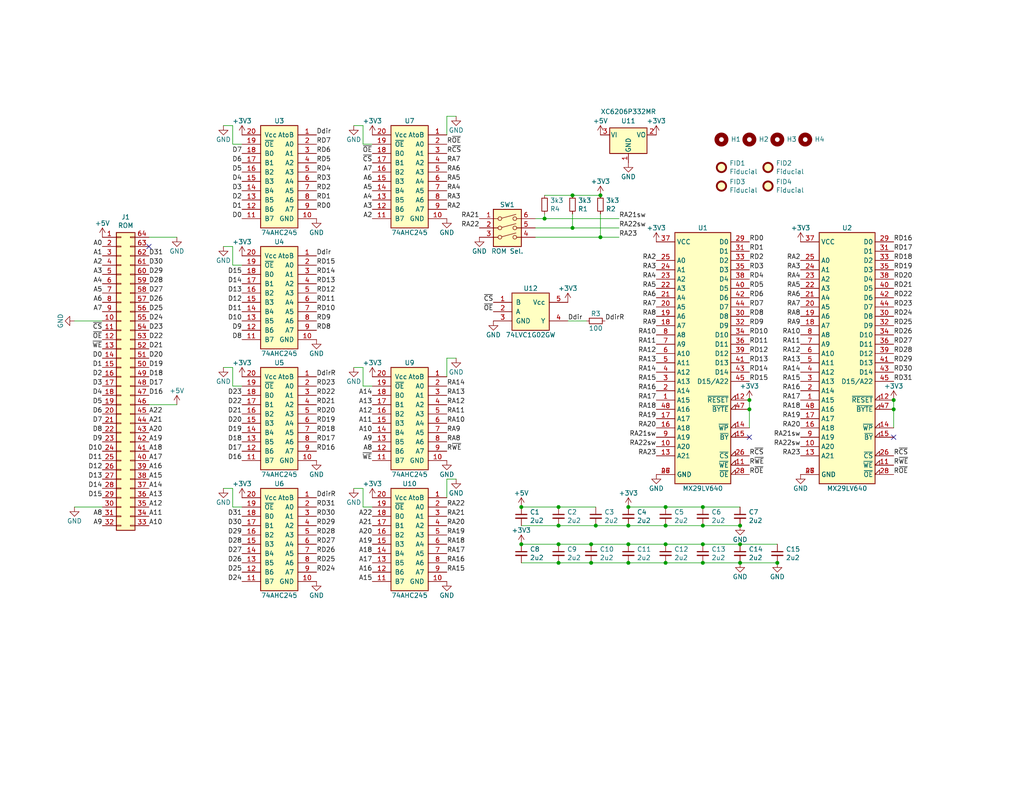
<source format=kicad_sch>
(kicad_sch (version 20230121) (generator eeschema)

  (uuid 0e8f7fc0-2ef2-4b90-9c15-8a3a601ee459)

  (paper "USLetter")

  (title_block
    (title "GW4402C Schematic")
    (date "2022-02-05")
    (rev "1.0")
    (company "Garrett's Workshop")
  )

  

  (junction (at 181.61 138.43) (diameter 0) (color 0 0 0 0)
    (uuid 083becc8-e25d-4206-9636-55457650bbe3)
  )
  (junction (at 171.45 138.43) (diameter 0) (color 0 0 0 0)
    (uuid 123968c6-74e7-4754-8c36-08ea08e42555)
  )
  (junction (at 152.4 148.59) (diameter 0) (color 0 0 0 0)
    (uuid 12c8f4c9-cb79-4390-b96c-a717c693de17)
  )
  (junction (at 156.21 53.34) (diameter 0) (color 0 0 0 0)
    (uuid 1bf7d0f9-0dcf-4d7c-b58c-318e3dc42bc9)
  )
  (junction (at 142.24 148.59) (diameter 0) (color 0 0 0 0)
    (uuid 35c09d1f-2914-4d1e-a002-df30af772f3b)
  )
  (junction (at 171.45 143.51) (diameter 0) (color 0 0 0 0)
    (uuid 3e3d55c8-e0ea-48fb-8421-a84b7cb7055b)
  )
  (junction (at 204.47 109.22) (diameter 0) (color 0 0 0 0)
    (uuid 4185c36c-c66e-4dbd-be5d-841e551f4885)
  )
  (junction (at 171.45 148.59) (diameter 0) (color 0 0 0 0)
    (uuid 422b10b9-e829-44a2-8808-05edd8cb3050)
  )
  (junction (at 161.29 148.59) (diameter 0) (color 0 0 0 0)
    (uuid 4344bc11-e822-474b-8d61-d12211e719b1)
  )
  (junction (at 212.09 153.67) (diameter 0) (color 0 0 0 0)
    (uuid 465137b4-f6f7-4d51-9b40-b161947d5cc1)
  )
  (junction (at 191.77 138.43) (diameter 0) (color 0 0 0 0)
    (uuid 4a7e3849-3bc9-4bb3-b16a-fab2f5cee0e5)
  )
  (junction (at 163.83 64.77) (diameter 0) (color 0 0 0 0)
    (uuid 51cc007a-3378-4ce3-909c-71e94822f8d1)
  )
  (junction (at 161.29 153.67) (diameter 0) (color 0 0 0 0)
    (uuid 5f38bdb2-3657-474e-8e86-d6bb0b298110)
  )
  (junction (at 156.21 62.23) (diameter 0) (color 0 0 0 0)
    (uuid 83184391-76ed-44f0-8cd0-01f89f157bdb)
  )
  (junction (at 191.77 148.59) (diameter 0) (color 0 0 0 0)
    (uuid 86ad0555-08b3-4dde-9a3e-c1e5e29b6615)
  )
  (junction (at 142.24 138.43) (diameter 0) (color 0 0 0 0)
    (uuid 87a1984f-543d-4f2e-ad8a-7a3a24ee6047)
  )
  (junction (at 152.4 143.51) (diameter 0) (color 0 0 0 0)
    (uuid 8ac400bf-c9b3-4af4-b0a7-9aa9ab4ad17e)
  )
  (junction (at 181.61 143.51) (diameter 0) (color 0 0 0 0)
    (uuid 8e295ed4-82cb-4d9f-8888-7ad2dd4d5129)
  )
  (junction (at 201.93 153.67) (diameter 0) (color 0 0 0 0)
    (uuid 8f12311d-6f4c-4d28-a5bc-d6cb462bade7)
  )
  (junction (at 163.83 53.34) (diameter 0) (color 0 0 0 0)
    (uuid 92f063a3-7cce-4a96-8a3a-cf5767f700c6)
  )
  (junction (at 162.56 143.51) (diameter 0) (color 0 0 0 0)
    (uuid 99186658-0361-40ba-ae93-62f23c5622e6)
  )
  (junction (at 191.77 143.51) (diameter 0) (color 0 0 0 0)
    (uuid a92f3b72-ed6d-4d99-9da6-35771bec3c77)
  )
  (junction (at 148.59 59.69) (diameter 0) (color 0 0 0 0)
    (uuid aa23bfe3-454b-4a2b-bfe1-101c747eb84e)
  )
  (junction (at 181.61 148.59) (diameter 0) (color 0 0 0 0)
    (uuid b12e5309-5d01-40ef-a9c3-8453e00a555e)
  )
  (junction (at 243.84 111.76) (diameter 0) (color 0 0 0 0)
    (uuid b4833916-7a3e-4498-86fb-ec6d13262ffe)
  )
  (junction (at 204.47 111.76) (diameter 0) (color 0 0 0 0)
    (uuid cc48dd41-7768-48d3-b096-2c4cc2126c9d)
  )
  (junction (at 171.45 153.67) (diameter 0) (color 0 0 0 0)
    (uuid cf21dfe3-ab4f-4ad9-b7cf-dc892d833b13)
  )
  (junction (at 201.93 148.59) (diameter 0) (color 0 0 0 0)
    (uuid d087176c-78d0-41df-a5bb-60f93c34c9e4)
  )
  (junction (at 191.77 153.67) (diameter 0) (color 0 0 0 0)
    (uuid dd334895-c8ff-4719-bac4-c0b289bb5899)
  )
  (junction (at 152.4 153.67) (diameter 0) (color 0 0 0 0)
    (uuid eaa0d51a-ee4e-4d3a-a801-bddb7027e94c)
  )
  (junction (at 201.93 143.51) (diameter 0) (color 0 0 0 0)
    (uuid f28e56e7-283b-4b9a-ae27-95e89770fbf8)
  )
  (junction (at 181.61 153.67) (diameter 0) (color 0 0 0 0)
    (uuid f56d244f-1fa4-4475-ac1d-f41eed31a48b)
  )
  (junction (at 152.4 138.43) (diameter 0) (color 0 0 0 0)
    (uuid f5c43e09-08d6-4a29-a53a-3b9ea7fb34cd)
  )
  (junction (at 243.84 109.22) (diameter 0) (color 0 0 0 0)
    (uuid f73b5500-6337-4860-a114-6e307f65ec9f)
  )

  (no_connect (at 40.64 67.31) (uuid b4300db7-1220-431a-b7c3-2edbdf8fa6fc))
  (no_connect (at 204.47 119.38) (uuid c088f712-1abe-4cac-9a8b-d564931395aa))
  (no_connect (at 243.84 119.38) (uuid ea6fde00-59dc-4a79-a647-7e38199fae0e))

  (wire (pts (xy 124.46 97.79) (xy 121.92 97.79))
    (stroke (width 0) (type default))
    (uuid 01f82238-6335-48fe-8b0a-6853e227345a)
  )
  (wire (pts (xy 191.77 153.67) (xy 201.93 153.67))
    (stroke (width 0) (type default))
    (uuid 02538207-54a8-4266-8d51-23871852b2ff)
  )
  (wire (pts (xy 142.24 153.67) (xy 152.4 153.67))
    (stroke (width 0) (type default))
    (uuid 051b8cb0-ae77-4e09-98a7-bf2103319e66)
  )
  (wire (pts (xy 171.45 153.67) (xy 181.61 153.67))
    (stroke (width 0) (type default))
    (uuid 0d993e48-cea3-4104-9c5a-d8f97b64a3ac)
  )
  (wire (pts (xy 121.92 102.87) (xy 121.92 97.79))
    (stroke (width 0) (type default))
    (uuid 0e249018-17e7-42b3-ae5d-5ebf3ae299ae)
  )
  (wire (pts (xy 204.47 116.84) (xy 204.47 111.76))
    (stroke (width 0) (type default))
    (uuid 0fd35a3e-b394-4aae-875a-fac843f9cbb7)
  )
  (wire (pts (xy 152.4 153.67) (xy 161.29 153.67))
    (stroke (width 0) (type default))
    (uuid 12f8e43c-8f83-48d3-a9b5-5f3ebc0b6c43)
  )
  (wire (pts (xy 60.96 133.35) (xy 63.5 133.35))
    (stroke (width 0) (type default))
    (uuid 18d11f32-e1a6-4f29-8e3c-0bfeb07299bd)
  )
  (wire (pts (xy 121.92 36.83) (xy 121.92 31.75))
    (stroke (width 0) (type default))
    (uuid 1ab71a3c-340b-469a-ada5-4f87f0b7b2fa)
  )
  (wire (pts (xy 181.61 153.67) (xy 191.77 153.67))
    (stroke (width 0) (type default))
    (uuid 1c9f6fea-1796-4a2d-80b3-ae22ce51c8f5)
  )
  (wire (pts (xy 63.5 39.37) (xy 66.04 39.37))
    (stroke (width 0) (type default))
    (uuid 1cc5480b-56b7-4379-98e2-ccafc88911a7)
  )
  (wire (pts (xy 171.45 148.59) (xy 181.61 148.59))
    (stroke (width 0) (type default))
    (uuid 20901d7e-a300-4069-8967-a6a7e97a68bc)
  )
  (wire (pts (xy 142.24 138.43) (xy 152.4 138.43))
    (stroke (width 0) (type default))
    (uuid 235067e2-1686-40fe-a9a0-61704311b2b1)
  )
  (wire (pts (xy 146.05 59.69) (xy 148.59 59.69))
    (stroke (width 0) (type default))
    (uuid 247ebffd-2cb6-4379-ba6e-21861fea3913)
  )
  (wire (pts (xy 99.06 100.33) (xy 99.06 105.41))
    (stroke (width 0) (type default))
    (uuid 26bc8641-9bca-4204-9709-deedbe202a36)
  )
  (wire (pts (xy 99.06 138.43) (xy 101.6 138.43))
    (stroke (width 0) (type default))
    (uuid 2e0a9f64-1b78-4597-8d50-d12d2268a95a)
  )
  (wire (pts (xy 142.24 143.51) (xy 152.4 143.51))
    (stroke (width 0) (type default))
    (uuid 31f91ec8-56e4-4e08-9ccd-012652772211)
  )
  (wire (pts (xy 96.52 34.29) (xy 99.06 34.29))
    (stroke (width 0) (type default))
    (uuid 3993c707-5291-41b6-83c0-d1c09cb3833a)
  )
  (wire (pts (xy 63.5 67.31) (xy 63.5 72.39))
    (stroke (width 0) (type default))
    (uuid 3bca658b-a598-4669-a7cb-3f9b5f47bb5a)
  )
  (wire (pts (xy 201.93 148.59) (xy 212.09 148.59))
    (stroke (width 0) (type default))
    (uuid 3ed2c840-383d-4cbd-bc3b-c4ea4c97b333)
  )
  (wire (pts (xy 20.32 138.43) (xy 27.94 138.43))
    (stroke (width 0) (type default))
    (uuid 40b14a16-fb82-4b9d-89dd-55cd98abb5cc)
  )
  (wire (pts (xy 63.5 72.39) (xy 66.04 72.39))
    (stroke (width 0) (type default))
    (uuid 41485de5-6ed3-4c83-b69e-ef83ae18093c)
  )
  (wire (pts (xy 168.91 59.69) (xy 148.59 59.69))
    (stroke (width 0) (type default))
    (uuid 4ce9470f-5633-41bf-89ac-74a810939893)
  )
  (wire (pts (xy 121.92 135.89) (xy 121.92 130.81))
    (stroke (width 0) (type default))
    (uuid 52a8f1be-73ca-41a8-bc24-2320706b0ec1)
  )
  (wire (pts (xy 163.83 64.77) (xy 168.91 64.77))
    (stroke (width 0) (type default))
    (uuid 5576cd03-3bad-40c5-9316-1d286895d52a)
  )
  (wire (pts (xy 156.21 53.34) (xy 148.59 53.34))
    (stroke (width 0) (type default))
    (uuid 58390862-1833-41dd-9c4e-98073ea0da33)
  )
  (wire (pts (xy 63.5 100.33) (xy 63.5 105.41))
    (stroke (width 0) (type default))
    (uuid 5a222fb6-5159-4931-9015-19df65643140)
  )
  (wire (pts (xy 171.45 138.43) (xy 181.61 138.43))
    (stroke (width 0) (type default))
    (uuid 5f312b85-6822-40a3-b417-2df49696ca2d)
  )
  (wire (pts (xy 201.93 153.67) (xy 212.09 153.67))
    (stroke (width 0) (type default))
    (uuid 6a0919c2-460c-4229-b872-14e318e1ba8b)
  )
  (wire (pts (xy 154.94 87.63) (xy 160.02 87.63))
    (stroke (width 0) (type default))
    (uuid 6d2a06fb-0b1e-452a-ab38-11a5f45e1b32)
  )
  (wire (pts (xy 243.84 111.76) (xy 243.84 116.84))
    (stroke (width 0) (type default))
    (uuid 71c6e723-673c-45a9-a0e4-9742220c52a3)
  )
  (wire (pts (xy 171.45 143.51) (xy 181.61 143.51))
    (stroke (width 0) (type default))
    (uuid 725cdf26-4b92-46db-bca9-10d930002dda)
  )
  (wire (pts (xy 191.77 148.59) (xy 201.93 148.59))
    (stroke (width 0) (type default))
    (uuid 73fbe87f-3928-49c2-bf87-839d907c6aef)
  )
  (wire (pts (xy 99.06 34.29) (xy 99.06 39.37))
    (stroke (width 0) (type default))
    (uuid 78b44915-d68e-4488-a873-34767153ef98)
  )
  (wire (pts (xy 181.61 143.51) (xy 191.77 143.51))
    (stroke (width 0) (type default))
    (uuid 79451892-db6b-4999-916d-6392174ee493)
  )
  (wire (pts (xy 181.61 138.43) (xy 191.77 138.43))
    (stroke (width 0) (type default))
    (uuid 7acd513a-187b-4936-9f93-2e521ce33ad5)
  )
  (wire (pts (xy 152.4 138.43) (xy 162.56 138.43))
    (stroke (width 0) (type default))
    (uuid 7c5f3091-7791-43b3-8d50-43f6a72274c9)
  )
  (wire (pts (xy 60.96 100.33) (xy 63.5 100.33))
    (stroke (width 0) (type default))
    (uuid 7ce7415d-7c22-49f6-8215-488853ccc8c6)
  )
  (wire (pts (xy 63.5 138.43) (xy 66.04 138.43))
    (stroke (width 0) (type default))
    (uuid 84d296ba-3d39-4264-ad19-947f90c54396)
  )
  (wire (pts (xy 63.5 105.41) (xy 66.04 105.41))
    (stroke (width 0) (type default))
    (uuid 88002554-c459-46e5-8b22-6ea6fe07fd4c)
  )
  (wire (pts (xy 191.77 138.43) (xy 201.93 138.43))
    (stroke (width 0) (type default))
    (uuid 888fd7cb-2fc6-480c-bcfa-0b71303087d3)
  )
  (wire (pts (xy 163.83 53.34) (xy 156.21 53.34))
    (stroke (width 0) (type default))
    (uuid 9112ddd5-10d5-48b8-954f-f1d5adcacbd9)
  )
  (wire (pts (xy 148.59 59.69) (xy 148.59 58.42))
    (stroke (width 0) (type default))
    (uuid 9208ea78-8dde-4b3d-91e9-5755ab5efd9a)
  )
  (wire (pts (xy 20.32 87.63) (xy 27.94 87.63))
    (stroke (width 0) (type default))
    (uuid 926001fd-2747-4639-8c0f-4fc46ff7218d)
  )
  (wire (pts (xy 146.05 62.23) (xy 156.21 62.23))
    (stroke (width 0) (type default))
    (uuid 94d24676-7ae3-483c-8bd6-88d31adf00b4)
  )
  (wire (pts (xy 156.21 58.42) (xy 156.21 62.23))
    (stroke (width 0) (type default))
    (uuid 966ee9ec-860e-45bb-af89-30bda72b2032)
  )
  (wire (pts (xy 163.83 58.42) (xy 163.83 64.77))
    (stroke (width 0) (type default))
    (uuid 96ef76a5-90c3-4767-98ba-2b61887e28d3)
  )
  (wire (pts (xy 142.24 148.59) (xy 152.4 148.59))
    (stroke (width 0) (type default))
    (uuid 974c48bf-534e-4335-98e1-b0426c783e99)
  )
  (wire (pts (xy 152.4 143.51) (xy 162.56 143.51))
    (stroke (width 0) (type default))
    (uuid 97dcf785-3264-40a1-a36e-8842acab24fb)
  )
  (wire (pts (xy 63.5 34.29) (xy 63.5 39.37))
    (stroke (width 0) (type default))
    (uuid 9a8ad8bb-d9a9-4b2b-bc88-ea6fd2676d45)
  )
  (wire (pts (xy 99.06 133.35) (xy 99.06 138.43))
    (stroke (width 0) (type default))
    (uuid 9aaeec6e-84fe-4644-b0bc-5de24626ff48)
  )
  (wire (pts (xy 204.47 109.22) (xy 204.47 111.76))
    (stroke (width 0) (type default))
    (uuid a8b4bc7e-da32-4fb8-b71a-d7b47c6f741f)
  )
  (wire (pts (xy 63.5 133.35) (xy 63.5 138.43))
    (stroke (width 0) (type default))
    (uuid a90361cd-254c-4d27-ae1f-9a6c85bafe28)
  )
  (wire (pts (xy 191.77 143.51) (xy 201.93 143.51))
    (stroke (width 0) (type default))
    (uuid aa1c6f47-cbd4-4cbd-8265-e5ac08b7ffc8)
  )
  (wire (pts (xy 99.06 105.41) (xy 101.6 105.41))
    (stroke (width 0) (type default))
    (uuid be4b72db-0e02-4d9b-844a-aff689b4e648)
  )
  (wire (pts (xy 181.61 148.59) (xy 191.77 148.59))
    (stroke (width 0) (type default))
    (uuid be6b17f9-34f5-44e9-a4c7-725d2e274a9d)
  )
  (wire (pts (xy 60.96 67.31) (xy 63.5 67.31))
    (stroke (width 0) (type default))
    (uuid bef2abc2-bf3e-4a72-ad03-f8da3cd893cb)
  )
  (wire (pts (xy 48.26 64.77) (xy 40.64 64.77))
    (stroke (width 0) (type default))
    (uuid cb614b23-9af3-4aec-bed8-c1374e001510)
  )
  (wire (pts (xy 243.84 111.76) (xy 243.84 109.22))
    (stroke (width 0) (type default))
    (uuid d3d57924-54a6-421d-a3a0-a044fc909e88)
  )
  (wire (pts (xy 96.52 133.35) (xy 99.06 133.35))
    (stroke (width 0) (type default))
    (uuid d3e133b7-2c84-4206-a2b1-e693cb57fe56)
  )
  (wire (pts (xy 156.21 62.23) (xy 168.91 62.23))
    (stroke (width 0) (type default))
    (uuid db6412d3-e6c3-4bdd-abf4-a8f55d56df31)
  )
  (wire (pts (xy 161.29 148.59) (xy 152.4 148.59))
    (stroke (width 0) (type default))
    (uuid db742b9e-1fed-4e0c-b783-f911ab5116aa)
  )
  (wire (pts (xy 161.29 148.59) (xy 171.45 148.59))
    (stroke (width 0) (type default))
    (uuid e2b24e25-1a0d-434a-876b-c595b47d80d2)
  )
  (wire (pts (xy 124.46 130.81) (xy 121.92 130.81))
    (stroke (width 0) (type default))
    (uuid e300709f-6c72-488d-a598-efcbd6d3af54)
  )
  (wire (pts (xy 146.05 64.77) (xy 163.83 64.77))
    (stroke (width 0) (type default))
    (uuid e45aa7d8-0254-4176-afd9-766820762e19)
  )
  (wire (pts (xy 99.06 39.37) (xy 101.6 39.37))
    (stroke (width 0) (type default))
    (uuid e76ec524-408a-4daa-89f6-0edfdbcfb621)
  )
  (wire (pts (xy 48.26 110.49) (xy 40.64 110.49))
    (stroke (width 0) (type default))
    (uuid ec5c2062-3a41-4636-8803-069e60a1641a)
  )
  (wire (pts (xy 162.56 143.51) (xy 171.45 143.51))
    (stroke (width 0) (type default))
    (uuid ee29d712-3378-4507-a00b-003526b29bb1)
  )
  (wire (pts (xy 124.46 31.75) (xy 121.92 31.75))
    (stroke (width 0) (type default))
    (uuid f0ff5d1c-5481-4958-b844-4f68a17d4166)
  )
  (wire (pts (xy 60.96 34.29) (xy 63.5 34.29))
    (stroke (width 0) (type default))
    (uuid f4a1ab68-998b-43e3-aa33-40b58210bc99)
  )
  (wire (pts (xy 161.29 153.67) (xy 171.45 153.67))
    (stroke (width 0) (type default))
    (uuid fad4c712-0a2e-465d-a9f8-83d26bd66e37)
  )
  (wire (pts (xy 96.52 100.33) (xy 99.06 100.33))
    (stroke (width 0) (type default))
    (uuid fd5f7d77-0f73-4021-88a8-0641f0fe8d98)
  )

  (label "RD25" (at 243.84 88.9 0) (fields_autoplaced)
    (effects (font (size 1.27 1.27)) (justify left bottom))
    (uuid 008da5b9-6f95-4113-b7d0-d93ac62efd33)
  )
  (label "D7" (at 27.94 115.57 180) (fields_autoplaced)
    (effects (font (size 1.27 1.27)) (justify right bottom))
    (uuid 009a4fb4-fcc0-4623-ae5d-c1bae3219583)
  )
  (label "RA16" (at 179.07 106.68 180) (fields_autoplaced)
    (effects (font (size 1.27 1.27)) (justify right bottom))
    (uuid 011ee658-718d-416a-85fd-961729cd1ee5)
  )
  (label "D12" (at 66.04 82.55 180) (fields_autoplaced)
    (effects (font (size 1.27 1.27)) (justify right bottom))
    (uuid 03f57fb4-32a3-4bc6-85b9-fd8ece4a9592)
  )
  (label "RD28" (at 243.84 96.52 0) (fields_autoplaced)
    (effects (font (size 1.27 1.27)) (justify left bottom))
    (uuid 04cf2f2c-74bf-400d-b4f6-201720df00ed)
  )
  (label "A12" (at 40.64 138.43 0) (fields_autoplaced)
    (effects (font (size 1.27 1.27)) (justify left bottom))
    (uuid 065b9982-55f2-4822-977e-07e8a06e7b35)
  )
  (label "A2" (at 27.94 72.39 180) (fields_autoplaced)
    (effects (font (size 1.27 1.27)) (justify right bottom))
    (uuid 071522c0-d0ed-49b9-906e-6295f67fb0dc)
  )
  (label "D24" (at 66.04 158.75 180) (fields_autoplaced)
    (effects (font (size 1.27 1.27)) (justify right bottom))
    (uuid 076046ab-4b56-4060-b8d9-0d80806d0277)
  )
  (label "D4" (at 66.04 49.53 180) (fields_autoplaced)
    (effects (font (size 1.27 1.27)) (justify right bottom))
    (uuid 07d160b6-23e1-4aa0-95cb-440482e6fc15)
  )
  (label "D27" (at 40.64 80.01 0) (fields_autoplaced)
    (effects (font (size 1.27 1.27)) (justify left bottom))
    (uuid 0cc45b5b-96b3-4284-9cae-a3a9e324a916)
  )
  (label "RD8" (at 204.47 86.36 0) (fields_autoplaced)
    (effects (font (size 1.27 1.27)) (justify left bottom))
    (uuid 0ceb97d6-1b0f-4b71-921e-b0955c30c998)
  )
  (label "A16" (at 101.6 156.21 180) (fields_autoplaced)
    (effects (font (size 1.27 1.27)) (justify right bottom))
    (uuid 0dfdfa9f-1e3f-4e14-b64b-12bde76a80c7)
  )
  (label "A22" (at 40.64 113.03 0) (fields_autoplaced)
    (effects (font (size 1.27 1.27)) (justify left bottom))
    (uuid 0f31f11f-c374-4640-b9a4-07bbdba8d354)
  )
  (label "RD19" (at 243.84 73.66 0) (fields_autoplaced)
    (effects (font (size 1.27 1.27)) (justify left bottom))
    (uuid 0fafc6b9-fd35-4a55-9270-7a8e7ce3cb13)
  )
  (label "RA7" (at 121.92 44.45 0) (fields_autoplaced)
    (effects (font (size 1.27 1.27)) (justify left bottom))
    (uuid 0fc5db66-6188-4c1f-bb14-0868bef113eb)
  )
  (label "D22" (at 40.64 92.71 0) (fields_autoplaced)
    (effects (font (size 1.27 1.27)) (justify left bottom))
    (uuid 109caac1-5036-4f23-9a66-f569d871501b)
  )
  (label "A9" (at 101.6 120.65 180) (fields_autoplaced)
    (effects (font (size 1.27 1.27)) (justify right bottom))
    (uuid 10e52e95-44f3-4059-a86d-dcda603e0623)
  )
  (label "D25" (at 66.04 156.21 180) (fields_autoplaced)
    (effects (font (size 1.27 1.27)) (justify right bottom))
    (uuid 1171ce37-6ad7-4662-bb68-5592c945ebf3)
  )
  (label "RD21" (at 86.36 110.49 0) (fields_autoplaced)
    (effects (font (size 1.27 1.27)) (justify left bottom))
    (uuid 1199146e-a60b-416a-b503-e77d6d2892f9)
  )
  (label "RD7" (at 204.47 83.82 0) (fields_autoplaced)
    (effects (font (size 1.27 1.27)) (justify left bottom))
    (uuid 1241b7f2-e266-4f5c-8a97-9f0f9d0eef37)
  )
  (label "RD13" (at 204.47 99.06 0) (fields_autoplaced)
    (effects (font (size 1.27 1.27)) (justify left bottom))
    (uuid 12a24e86-2c38-4685-bba9-fff8dddb4cb0)
  )
  (label "RA5" (at 121.92 49.53 0) (fields_autoplaced)
    (effects (font (size 1.27 1.27)) (justify left bottom))
    (uuid 142dd724-2a9f-4eea-ab21-209b1bc7ec65)
  )
  (label "RA6" (at 121.92 46.99 0) (fields_autoplaced)
    (effects (font (size 1.27 1.27)) (justify left bottom))
    (uuid 15a82541-58d8-45b5-99c5-fb52e017e3ea)
  )
  (label "RD11" (at 86.36 82.55 0) (fields_autoplaced)
    (effects (font (size 1.27 1.27)) (justify left bottom))
    (uuid 16121028-bdf5-49c0-aae7-e28fe5bfa771)
  )
  (label "RA18" (at 218.44 111.76 180) (fields_autoplaced)
    (effects (font (size 1.27 1.27)) (justify right bottom))
    (uuid 180245d9-4a3f-4d1b-adcc-b4eafac722e0)
  )
  (label "A21" (at 40.64 115.57 0) (fields_autoplaced)
    (effects (font (size 1.27 1.27)) (justify left bottom))
    (uuid 18b7e157-ae67-48ad-bd7c-9fef6fe45b22)
  )
  (label "RA6" (at 179.07 81.28 180) (fields_autoplaced)
    (effects (font (size 1.27 1.27)) (justify right bottom))
    (uuid 18c61c95-8af1-4986-b67e-c7af9c15ab6b)
  )
  (label "D10" (at 66.04 87.63 180) (fields_autoplaced)
    (effects (font (size 1.27 1.27)) (justify right bottom))
    (uuid 18ca5aef-6a2c-41ac-9e7f-bf7acb716e53)
  )
  (label "RD6" (at 86.36 41.91 0) (fields_autoplaced)
    (effects (font (size 1.27 1.27)) (justify left bottom))
    (uuid 196a8dd5-5fd6-4c7f-ae4a-0104bd82e61b)
  )
  (label "D21" (at 40.64 95.25 0) (fields_autoplaced)
    (effects (font (size 1.27 1.27)) (justify left bottom))
    (uuid 19b0959e-a79b-43b2-a5ad-525ced7e9131)
  )
  (label "RD27" (at 243.84 93.98 0) (fields_autoplaced)
    (effects (font (size 1.27 1.27)) (justify left bottom))
    (uuid 1bdd5841-68b7-42e2-9447-cbdb608d8a08)
  )
  (label "RA21sw" (at 168.91 59.69 0) (fields_autoplaced)
    (effects (font (size 1.27 1.27)) (justify left bottom))
    (uuid 1cacb878-9da4-41fc-aa80-018bc841e19a)
  )
  (label "D3" (at 66.04 52.07 180) (fields_autoplaced)
    (effects (font (size 1.27 1.27)) (justify right bottom))
    (uuid 1e48966e-d29d-4521-8939-ec8ac570431d)
  )
  (label "D31" (at 40.64 69.85 0) (fields_autoplaced)
    (effects (font (size 1.27 1.27)) (justify left bottom))
    (uuid 1f8b2c0c-b042-4e2e-80f6-4959a27b238f)
  )
  (label "RA22sw" (at 218.44 121.92 180) (fields_autoplaced)
    (effects (font (size 1.27 1.27)) (justify right bottom))
    (uuid 1fbb0219-551e-409b-a61b-76e8cebdfb9d)
  )
  (label "RA16" (at 121.92 153.67 0) (fields_autoplaced)
    (effects (font (size 1.27 1.27)) (justify left bottom))
    (uuid 212bf70c-2324-47d9-8700-59771063baeb)
  )
  (label "RA20" (at 179.07 116.84 180) (fields_autoplaced)
    (effects (font (size 1.27 1.27)) (justify right bottom))
    (uuid 22bb6c80-05a9-4d89-98b0-f4c23fe6c1ce)
  )
  (label "RD3" (at 86.36 49.53 0) (fields_autoplaced)
    (effects (font (size 1.27 1.27)) (justify left bottom))
    (uuid 2454fd1b-3484-4838-8b7e-d26357238fe1)
  )
  (label "Ddir" (at 154.94 87.63 0) (fields_autoplaced)
    (effects (font (size 1.27 1.27)) (justify left bottom))
    (uuid 24adc223-60f0-4497-98a3-d664c5a13280)
  )
  (label "D0" (at 66.04 59.69 180) (fields_autoplaced)
    (effects (font (size 1.27 1.27)) (justify right bottom))
    (uuid 24b72b0d-63b8-4e06-89d0-e94dcf39a600)
  )
  (label "A21" (at 101.6 143.51 180) (fields_autoplaced)
    (effects (font (size 1.27 1.27)) (justify right bottom))
    (uuid 252f1275-081d-4d77-8bd5-3b9e6916ef42)
  )
  (label "A9" (at 27.94 143.51 180) (fields_autoplaced)
    (effects (font (size 1.27 1.27)) (justify right bottom))
    (uuid 25e5aa8e-2696-44a3-8d3c-c2c53f2923cf)
  )
  (label "RD21" (at 243.84 78.74 0) (fields_autoplaced)
    (effects (font (size 1.27 1.27)) (justify left bottom))
    (uuid 27b2eb82-662b-42d8-90e6-830fec4bb8d2)
  )
  (label "A3" (at 27.94 74.93 180) (fields_autoplaced)
    (effects (font (size 1.27 1.27)) (justify right bottom))
    (uuid 2846428d-39de-4eae-8ce2-64955d56c493)
  )
  (label "RD30" (at 243.84 101.6 0) (fields_autoplaced)
    (effects (font (size 1.27 1.27)) (justify left bottom))
    (uuid 2878a73c-5447-4cd9-8194-14f52ab9459c)
  )
  (label "RA16" (at 218.44 106.68 180) (fields_autoplaced)
    (effects (font (size 1.27 1.27)) (justify right bottom))
    (uuid 28e37b45-f843-47c2-85c9-ca19f5430ece)
  )
  (label "RD3" (at 204.47 73.66 0) (fields_autoplaced)
    (effects (font (size 1.27 1.27)) (justify left bottom))
    (uuid 2b5a9ad3-7ec4-447d-916c-47adf5f9674f)
  )
  (label "RA22sw" (at 179.07 121.92 180) (fields_autoplaced)
    (effects (font (size 1.27 1.27)) (justify right bottom))
    (uuid 2db910a0-b943-40b4-b81f-068ba5265f56)
  )
  (label "D9" (at 27.94 120.65 180) (fields_autoplaced)
    (effects (font (size 1.27 1.27)) (justify right bottom))
    (uuid 2dc54bac-8640-4dd7-b8ed-3c7acb01a8ea)
  )
  (label "RA3" (at 179.07 73.66 180) (fields_autoplaced)
    (effects (font (size 1.27 1.27)) (justify right bottom))
    (uuid 2e90e294-82e1-45da-9bf1-b91dfe0dc8f6)
  )
  (label "DdirR" (at 165.1 87.63 0) (fields_autoplaced)
    (effects (font (size 1.27 1.27)) (justify left bottom))
    (uuid 2ea8fa6f-efc3-40fe-bcf9-05bfa46ead4f)
  )
  (label "D23" (at 40.64 90.17 0) (fields_autoplaced)
    (effects (font (size 1.27 1.27)) (justify left bottom))
    (uuid 31540a7e-dc9e-4e4d-96b1-dab15efa5f4b)
  )
  (label "R~{CS}" (at 121.92 41.91 0) (fields_autoplaced)
    (effects (font (size 1.27 1.27)) (justify left bottom))
    (uuid 319639ae-c2c5-486d-93b1-d03bb1b64252)
  )
  (label "~{CS}" (at 101.6 44.45 180) (fields_autoplaced)
    (effects (font (size 1.27 1.27)) (justify right bottom))
    (uuid 3249bd81-9fd4-4194-9b4f-2e333b2195b8)
  )
  (label "RA6" (at 218.44 81.28 180) (fields_autoplaced)
    (effects (font (size 1.27 1.27)) (justify right bottom))
    (uuid 3326423d-8df7-4a7e-a354-349430b8fbd7)
  )
  (label "RA18" (at 121.92 148.59 0) (fields_autoplaced)
    (effects (font (size 1.27 1.27)) (justify left bottom))
    (uuid 347562f5-b152-4e7b-8a69-40ca6daaaad4)
  )
  (label "RD11" (at 204.47 93.98 0) (fields_autoplaced)
    (effects (font (size 1.27 1.27)) (justify left bottom))
    (uuid 35ef9c4a-35f6-467b-a704-b1d9354880cf)
  )
  (label "D5" (at 27.94 110.49 180) (fields_autoplaced)
    (effects (font (size 1.27 1.27)) (justify right bottom))
    (uuid 37f31dec-63fc-4634-a141-5dc5d2b60fe4)
  )
  (label "DdirR" (at 86.36 102.87 0) (fields_autoplaced)
    (effects (font (size 1.27 1.27)) (justify left bottom))
    (uuid 399fc36a-ed5d-44b5-82f7-c6f83d9acc14)
  )
  (label "A15" (at 101.6 158.75 180) (fields_autoplaced)
    (effects (font (size 1.27 1.27)) (justify right bottom))
    (uuid 3a41dd27-ec14-44d5-b505-aad1d829f79a)
  )
  (label "RA13" (at 218.44 99.06 180) (fields_autoplaced)
    (effects (font (size 1.27 1.27)) (justify right bottom))
    (uuid 3c5e5ea9-793d-46e3-86bc-5884c4490dc7)
  )
  (label "RA4" (at 121.92 52.07 0) (fields_autoplaced)
    (effects (font (size 1.27 1.27)) (justify left bottom))
    (uuid 3c8d03bf-f31d-4aa0-b8db-a227ffd7d8d6)
  )
  (label "RD15" (at 204.47 104.14 0) (fields_autoplaced)
    (effects (font (size 1.27 1.27)) (justify left bottom))
    (uuid 3e0392c0-affc-4114-9de5-1f1cfe79418a)
  )
  (label "RA23" (at 179.07 124.46 180) (fields_autoplaced)
    (effects (font (size 1.27 1.27)) (justify right bottom))
    (uuid 3e915099-a18e-49f4-89bb-abe64c2dade5)
  )
  (label "RA21" (at 121.92 140.97 0) (fields_autoplaced)
    (effects (font (size 1.27 1.27)) (justify left bottom))
    (uuid 3efa2ece-8f3f-4a8c-96e9-6ab3ec6f1f70)
  )
  (label "RD27" (at 86.36 148.59 0) (fields_autoplaced)
    (effects (font (size 1.27 1.27)) (justify left bottom))
    (uuid 3f43d730-2a73-49fe-9672-32428e7f5b49)
  )
  (label "D27" (at 66.04 151.13 180) (fields_autoplaced)
    (effects (font (size 1.27 1.27)) (justify right bottom))
    (uuid 43707e99-bdd7-4b02-9974-540ed6c2b0aa)
  )
  (label "RA17" (at 121.92 151.13 0) (fields_autoplaced)
    (effects (font (size 1.27 1.27)) (justify left bottom))
    (uuid 44035e53-ff94-45ad-801f-55a1ce042a0d)
  )
  (label "D15" (at 66.04 74.93 180) (fields_autoplaced)
    (effects (font (size 1.27 1.27)) (justify right bottom))
    (uuid 4431c0f6-83ea-4eee-95a8-991da2f03ccd)
  )
  (label "RD31" (at 243.84 104.14 0) (fields_autoplaced)
    (effects (font (size 1.27 1.27)) (justify left bottom))
    (uuid 44646447-0a8e-4aec-a74e-22bf765d0f33)
  )
  (label "RD4" (at 86.36 46.99 0) (fields_autoplaced)
    (effects (font (size 1.27 1.27)) (justify left bottom))
    (uuid 45884597-7014-4461-83ee-9975c42b9a53)
  )
  (label "RD16" (at 86.36 123.19 0) (fields_autoplaced)
    (effects (font (size 1.27 1.27)) (justify left bottom))
    (uuid 477892a1-722e-4cda-bb6c-fcdb8ba5f93e)
  )
  (label "RD18" (at 86.36 118.11 0) (fields_autoplaced)
    (effects (font (size 1.27 1.27)) (justify left bottom))
    (uuid 479331ff-c540-41f4-84e6-b48d65171e59)
  )
  (label "D29" (at 40.64 74.93 0) (fields_autoplaced)
    (effects (font (size 1.27 1.27)) (justify left bottom))
    (uuid 4a850cb6-bb24-4274-a902-e49f34f0a0e3)
  )
  (label "RA5" (at 218.44 78.74 180) (fields_autoplaced)
    (effects (font (size 1.27 1.27)) (justify right bottom))
    (uuid 4d4fecdd-be4a-47e9-9085-2268d5852d8f)
  )
  (label "Ddir" (at 86.36 36.83 0) (fields_autoplaced)
    (effects (font (size 1.27 1.27)) (justify left bottom))
    (uuid 4d586a18-26c5-441e-a9ff-8125ee516126)
  )
  (label "RD9" (at 86.36 87.63 0) (fields_autoplaced)
    (effects (font (size 1.27 1.27)) (justify left bottom))
    (uuid 4db55cb8-197b-4402-871f-ce582b65664b)
  )
  (label "RA7" (at 179.07 83.82 180) (fields_autoplaced)
    (effects (font (size 1.27 1.27)) (justify right bottom))
    (uuid 4e27930e-1827-4788-aa6b-487321d46602)
  )
  (label "A1" (at 27.94 69.85 180) (fields_autoplaced)
    (effects (font (size 1.27 1.27)) (justify right bottom))
    (uuid 4e315e69-0417-463a-8b7f-469a08d1496e)
  )
  (label "RA7" (at 218.44 83.82 180) (fields_autoplaced)
    (effects (font (size 1.27 1.27)) (justify right bottom))
    (uuid 4ec618ae-096f-4256-9328-005ee04f13d6)
  )
  (label "A4" (at 27.94 77.47 180) (fields_autoplaced)
    (effects (font (size 1.27 1.27)) (justify right bottom))
    (uuid 4fa10683-33cd-4dcd-8acc-2415cd63c62a)
  )
  (label "D21" (at 66.04 113.03 180) (fields_autoplaced)
    (effects (font (size 1.27 1.27)) (justify right bottom))
    (uuid 501880c3-8633-456f-9add-0e8fa1932ba6)
  )
  (label "D8" (at 66.04 92.71 180) (fields_autoplaced)
    (effects (font (size 1.27 1.27)) (justify right bottom))
    (uuid 528fd7da-c9a6-40ae-9f1a-60f6a7f4d534)
  )
  (label "RA19" (at 218.44 114.3 180) (fields_autoplaced)
    (effects (font (size 1.27 1.27)) (justify right bottom))
    (uuid 54212c01-b363-47b8-a145-45c40df316f4)
  )
  (label "RA22" (at 130.81 62.23 180) (fields_autoplaced)
    (effects (font (size 1.27 1.27)) (justify right bottom))
    (uuid 57f248a7-365e-4c42-b80d-5a7d1f9dfaf3)
  )
  (label "RA11" (at 179.07 93.98 180) (fields_autoplaced)
    (effects (font (size 1.27 1.27)) (justify right bottom))
    (uuid 593b8647-0095-46cc-ba23-3cf2a86edb5e)
  )
  (label "~{CS}" (at 27.94 90.17 180) (fields_autoplaced)
    (effects (font (size 1.27 1.27)) (justify right bottom))
    (uuid 59ec3156-036e-4049-89db-91a9dd07095f)
  )
  (label "A3" (at 101.6 57.15 180) (fields_autoplaced)
    (effects (font (size 1.27 1.27)) (justify right bottom))
    (uuid 59fc765e-1357-4c94-9529-5635418c7d73)
  )
  (label "A11" (at 101.6 115.57 180) (fields_autoplaced)
    (effects (font (size 1.27 1.27)) (justify right bottom))
    (uuid 5c7d6eaf-f256-4349-8203-d2e836872231)
  )
  (label "RD24" (at 243.84 86.36 0) (fields_autoplaced)
    (effects (font (size 1.27 1.27)) (justify left bottom))
    (uuid 5d3d7893-1d11-4f1d-9052-85cf0e07d281)
  )
  (label "RA10" (at 121.92 115.57 0) (fields_autoplaced)
    (effects (font (size 1.27 1.27)) (justify left bottom))
    (uuid 5d49e9a6-41dd-4072-adde-ef1036c1979b)
  )
  (label "RA10" (at 218.44 91.44 180) (fields_autoplaced)
    (effects (font (size 1.27 1.27)) (justify right bottom))
    (uuid 5d9921f1-08b3-4cc9-8cf7-e9a72ca2fdb7)
  )
  (label "A20" (at 40.64 118.11 0) (fields_autoplaced)
    (effects (font (size 1.27 1.27)) (justify left bottom))
    (uuid 5fc9acb6-6dbb-4598-825b-4b9e7c4c67c4)
  )
  (label "D13" (at 27.94 130.81 180) (fields_autoplaced)
    (effects (font (size 1.27 1.27)) (justify right bottom))
    (uuid 609b9e1b-4e3b-42b7-ac76-a62ec4d0e7c7)
  )
  (label "RA10" (at 179.07 91.44 180) (fields_autoplaced)
    (effects (font (size 1.27 1.27)) (justify right bottom))
    (uuid 60aa0ce8-9d0e-48ca-bbf9-866403979e9b)
  )
  (label "RA9" (at 121.92 118.11 0) (fields_autoplaced)
    (effects (font (size 1.27 1.27)) (justify left bottom))
    (uuid 6150c02b-beb5-4af1-951e-3666a285a6ea)
  )
  (label "RD5" (at 204.47 78.74 0) (fields_autoplaced)
    (effects (font (size 1.27 1.27)) (justify left bottom))
    (uuid 6241e6d3-a754-45b6-9f7c-e43019b93226)
  )
  (label "A20" (at 101.6 146.05 180) (fields_autoplaced)
    (effects (font (size 1.27 1.27)) (justify right bottom))
    (uuid 62e8c4d4-266c-4e53-8981-1028251d724c)
  )
  (label "RA23" (at 168.91 64.77 0) (fields_autoplaced)
    (effects (font (size 1.27 1.27)) (justify left bottom))
    (uuid 631c7be5-8dc2-4df4-ab73-737bb928e763)
  )
  (label "R~{WE}" (at 243.84 127 0) (fields_autoplaced)
    (effects (font (size 1.27 1.27)) (justify left bottom))
    (uuid 63c56ea4-91a3-4172-b9de-a4388cc8f894)
  )
  (label "RD14" (at 204.47 101.6 0) (fields_autoplaced)
    (effects (font (size 1.27 1.27)) (justify left bottom))
    (uuid 6513181c-0a6a-4560-9a18-17450c36ae2a)
  )
  (label "RD18" (at 243.84 71.12 0) (fields_autoplaced)
    (effects (font (size 1.27 1.27)) (justify left bottom))
    (uuid 66218487-e316-4467-9eba-79d4626ab24e)
  )
  (label "A0" (at 27.94 67.31 180) (fields_autoplaced)
    (effects (font (size 1.27 1.27)) (justify right bottom))
    (uuid 6a2b20ae-096c-4d9f-92f8-2087c865914f)
  )
  (label "D16" (at 66.04 125.73 180) (fields_autoplaced)
    (effects (font (size 1.27 1.27)) (justify right bottom))
    (uuid 6afc19cf-38b4-47a3-bc2b-445b18724310)
  )
  (label "D28" (at 40.64 77.47 0) (fields_autoplaced)
    (effects (font (size 1.27 1.27)) (justify left bottom))
    (uuid 6b7c1048-12b6-46b2-b762-fa3ad30472dd)
  )
  (label "A22" (at 101.6 140.97 180) (fields_autoplaced)
    (effects (font (size 1.27 1.27)) (justify right bottom))
    (uuid 6b91a3ee-fdcd-4bfe-ad57-c8d5ea9903a8)
  )
  (label "RD13" (at 86.36 77.47 0) (fields_autoplaced)
    (effects (font (size 1.27 1.27)) (justify left bottom))
    (uuid 6bd115d6-07e0-45db-8f2e-3cbb0429104f)
  )
  (label "A8" (at 27.94 140.97 180) (fields_autoplaced)
    (effects (font (size 1.27 1.27)) (justify right bottom))
    (uuid 6bf05d19-ba3e-4ba6-8a6f-4e0bc45ea3b2)
  )
  (label "A16" (at 40.64 128.27 0) (fields_autoplaced)
    (effects (font (size 1.27 1.27)) (justify left bottom))
    (uuid 6d1d60ff-408a-47a7-892f-c5cf9ef6ca75)
  )
  (label "A7" (at 101.6 46.99 180) (fields_autoplaced)
    (effects (font (size 1.27 1.27)) (justify right bottom))
    (uuid 6f580eb1-88cc-489d-a7ca-9efa5e590715)
  )
  (label "~{WE}" (at 27.94 95.25 180) (fields_autoplaced)
    (effects (font (size 1.27 1.27)) (justify right bottom))
    (uuid 700e8b73-5976-423f-a3f3-ab3d9f3e9760)
  )
  (label "RA20" (at 121.92 143.51 0) (fields_autoplaced)
    (effects (font (size 1.27 1.27)) (justify left bottom))
    (uuid 70d34adf-9bd8-469e-8c77-5c0d7adf511e)
  )
  (label "D11" (at 27.94 125.73 180) (fields_autoplaced)
    (effects (font (size 1.27 1.27)) (justify right bottom))
    (uuid 70fb572d-d5ec-41e7-9482-63d4578b4f47)
  )
  (label "Ddir" (at 86.36 69.85 0) (fields_autoplaced)
    (effects (font (size 1.27 1.27)) (justify left bottom))
    (uuid 71f92193-19b0-44ed-bc7f-77535083d769)
  )
  (label "RA17" (at 179.07 109.22 180) (fields_autoplaced)
    (effects (font (size 1.27 1.27)) (justify right bottom))
    (uuid 72508b1f-1505-46cb-9d37-2081c5a12aca)
  )
  (label "RA2" (at 121.92 57.15 0) (fields_autoplaced)
    (effects (font (size 1.27 1.27)) (justify left bottom))
    (uuid 74f5ec08-7600-4a0b-a9e4-aae29f9ea08a)
  )
  (label "RD23" (at 243.84 83.82 0) (fields_autoplaced)
    (effects (font (size 1.27 1.27)) (justify left bottom))
    (uuid 79476267-290e-445f-995b-0afd0e11a4b5)
  )
  (label "D30" (at 66.04 143.51 180) (fields_autoplaced)
    (effects (font (size 1.27 1.27)) (justify right bottom))
    (uuid 79770cd5-32d7-429a-8248-0d9e6212231a)
  )
  (label "RA13" (at 179.07 99.06 180) (fields_autoplaced)
    (effects (font (size 1.27 1.27)) (justify right bottom))
    (uuid 7a74c4b1-6243-4a12-85a2-bc41d346e7aa)
  )
  (label "D23" (at 66.04 107.95 180) (fields_autoplaced)
    (effects (font (size 1.27 1.27)) (justify right bottom))
    (uuid 7a879184-fad8-4feb-afb5-86fe8d34f1f7)
  )
  (label "D12" (at 27.94 128.27 180) (fields_autoplaced)
    (effects (font (size 1.27 1.27)) (justify right bottom))
    (uuid 7afa54c4-2181-41d3-81f7-39efc497ecae)
  )
  (label "RA21sw" (at 218.44 119.38 180) (fields_autoplaced)
    (effects (font (size 1.27 1.27)) (justify right bottom))
    (uuid 7bfba61b-6752-4a45-9ee6-5984dcb15041)
  )
  (label "D19" (at 40.64 100.33 0) (fields_autoplaced)
    (effects (font (size 1.27 1.27)) (justify left bottom))
    (uuid 7c04618d-9115-4179-b234-a8faf854ea92)
  )
  (label "RD6" (at 204.47 81.28 0) (fields_autoplaced)
    (effects (font (size 1.27 1.27)) (justify left bottom))
    (uuid 7d0dab95-9e7a-486e-a1d7-fc48860fd57d)
  )
  (label "RA15" (at 179.07 104.14 180) (fields_autoplaced)
    (effects (font (size 1.27 1.27)) (justify right bottom))
    (uuid 7d76d925-f900-42af-a03f-bb32d2381b09)
  )
  (label "RA4" (at 179.07 76.2 180) (fields_autoplaced)
    (effects (font (size 1.27 1.27)) (justify right bottom))
    (uuid 7e1217ba-8a3d-4079-8d7b-b45f90cfbf53)
  )
  (label "RA13" (at 121.92 107.95 0) (fields_autoplaced)
    (effects (font (size 1.27 1.27)) (justify left bottom))
    (uuid 7f9683c1-2203-43df-8fa1-719a0dc360df)
  )
  (label "RA19" (at 179.07 114.3 180) (fields_autoplaced)
    (effects (font (size 1.27 1.27)) (justify right bottom))
    (uuid 802c2dc3-ca9f-491e-9d66-7893e89ac34c)
  )
  (label "D6" (at 66.04 44.45 180) (fields_autoplaced)
    (effects (font (size 1.27 1.27)) (justify right bottom))
    (uuid 844d7d7a-b386-45a8-aaf6-bf41bbcb43b5)
  )
  (label "RA4" (at 218.44 76.2 180) (fields_autoplaced)
    (effects (font (size 1.27 1.27)) (justify right bottom))
    (uuid 8458d41c-5d62-455d-b6e1-9f718c0faac9)
  )
  (label "RA15" (at 218.44 104.14 180) (fields_autoplaced)
    (effects (font (size 1.27 1.27)) (justify right bottom))
    (uuid 88610282-a92d-4c3d-917a-ea95d59e0759)
  )
  (label "D4" (at 27.94 107.95 180) (fields_autoplaced)
    (effects (font (size 1.27 1.27)) (justify right bottom))
    (uuid 88668202-3f0b-4d07-84d4-dcd790f57272)
  )
  (label "A4" (at 101.6 54.61 180) (fields_autoplaced)
    (effects (font (size 1.27 1.27)) (justify right bottom))
    (uuid 89a8e170-a222-41c0-b545-c9f4c5604011)
  )
  (label "R~{OE}" (at 204.47 129.54 0) (fields_autoplaced)
    (effects (font (size 1.27 1.27)) (justify left bottom))
    (uuid 89c9afdc-c346-4300-a392-5f9dd8c1e5bd)
  )
  (label "RD22" (at 243.84 81.28 0) (fields_autoplaced)
    (effects (font (size 1.27 1.27)) (justify left bottom))
    (uuid 8b290a17-6328-4178-9131-29524d345539)
  )
  (label "R~{CS}" (at 204.47 124.46 0) (fields_autoplaced)
    (effects (font (size 1.27 1.27)) (justify left bottom))
    (uuid 8b7bbefd-8f78-41f8-809c-2534a5de3b39)
  )
  (label "A6" (at 27.94 82.55 180) (fields_autoplaced)
    (effects (font (size 1.27 1.27)) (justify right bottom))
    (uuid 8bc2c25a-a1f1-4ce8-b96a-a4f8f4c35079)
  )
  (label "D24" (at 40.64 87.63 0) (fields_autoplaced)
    (effects (font (size 1.27 1.27)) (justify left bottom))
    (uuid 8c1605f9-6c91-4701-96bf-e753661d5e23)
  )
  (label "RA8" (at 179.07 86.36 180) (fields_autoplaced)
    (effects (font (size 1.27 1.27)) (justify right bottom))
    (uuid 8cd050d6-228c-4da0-9533-b4f8d14cfb34)
  )
  (label "RA3" (at 218.44 73.66 180) (fields_autoplaced)
    (effects (font (size 1.27 1.27)) (justify right bottom))
    (uuid 8de2d84c-ff45-4d4f-bc49-c166f6ae6b91)
  )
  (label "RD31" (at 86.36 138.43 0) (fields_autoplaced)
    (effects (font (size 1.27 1.27)) (justify left bottom))
    (uuid 9031bb33-c6aa-4758-bf5c-3274ed3ebab7)
  )
  (label "D14" (at 66.04 77.47 180) (fields_autoplaced)
    (effects (font (size 1.27 1.27)) (justify right bottom))
    (uuid 90e761f6-1432-4f73-ad28-fa8869b7ec31)
  )
  (label "RD28" (at 86.36 146.05 0) (fields_autoplaced)
    (effects (font (size 1.27 1.27)) (justify left bottom))
    (uuid 9186dae5-6dc3-4744-9f90-e697559c6ac8)
  )
  (label "D6" (at 27.94 113.03 180) (fields_autoplaced)
    (effects (font (size 1.27 1.27)) (justify right bottom))
    (uuid 91c1eb0a-67ae-4ef0-95ce-d060a03a7313)
  )
  (label "D20" (at 66.04 115.57 180) (fields_autoplaced)
    (effects (font (size 1.27 1.27)) (justify right bottom))
    (uuid 91fe070a-a49b-4bc5-805a-42f23e10d114)
  )
  (label "RA8" (at 218.44 86.36 180) (fields_autoplaced)
    (effects (font (size 1.27 1.27)) (justify right bottom))
    (uuid 92035a88-6c95-4a61-bd8a-cb8dd9e5018a)
  )
  (label "RA2" (at 218.44 71.12 180) (fields_autoplaced)
    (effects (font (size 1.27 1.27)) (justify right bottom))
    (uuid 935057d5-6882-4c15-9a35-54677912ba12)
  )
  (label "A5" (at 101.6 52.07 180) (fields_autoplaced)
    (effects (font (size 1.27 1.27)) (justify right bottom))
    (uuid 9529c01f-e1cd-40be-b7f0-83780a544249)
  )
  (label "RD29" (at 243.84 99.06 0) (fields_autoplaced)
    (effects (font (size 1.27 1.27)) (justify left bottom))
    (uuid 955cc99e-a129-42cf-abc7-aa99813fdb5f)
  )
  (label "A2" (at 101.6 59.69 180) (fields_autoplaced)
    (effects (font (size 1.27 1.27)) (justify right bottom))
    (uuid 96db52e2-6336-4f5e-846e-528c594d0509)
  )
  (label "A14" (at 40.64 133.35 0) (fields_autoplaced)
    (effects (font (size 1.27 1.27)) (justify left bottom))
    (uuid 970e0f64-111f-41e3-9f5a-fb0d0f6fa101)
  )
  (label "RD14" (at 86.36 74.93 0) (fields_autoplaced)
    (effects (font (size 1.27 1.27)) (justify left bottom))
    (uuid 97fe2a5c-4eee-4c7a-9c43-47749b396494)
  )
  (label "RA14" (at 218.44 101.6 180) (fields_autoplaced)
    (effects (font (size 1.27 1.27)) (justify right bottom))
    (uuid 98914cc3-56fe-40bb-820a-3d157225c145)
  )
  (label "RD25" (at 86.36 153.67 0) (fields_autoplaced)
    (effects (font (size 1.27 1.27)) (justify left bottom))
    (uuid 98b00c9d-9188-4bce-aa70-92d12dd9cf82)
  )
  (label "A18" (at 101.6 151.13 180) (fields_autoplaced)
    (effects (font (size 1.27 1.27)) (justify right bottom))
    (uuid 98fe66f3-ec8b-4515-ae34-617f2124a7ec)
  )
  (label "D31" (at 66.04 140.97 180) (fields_autoplaced)
    (effects (font (size 1.27 1.27)) (justify right bottom))
    (uuid 99332785-d9f1-4363-9377-26ddc18e6d2c)
  )
  (label "RD22" (at 86.36 107.95 0) (fields_autoplaced)
    (effects (font (size 1.27 1.27)) (justify left bottom))
    (uuid 997c2f12-73ba-4c01-9ee0-42e37cbab790)
  )
  (label "D16" (at 40.64 107.95 0) (fields_autoplaced)
    (effects (font (size 1.27 1.27)) (justify left bottom))
    (uuid 998b7fa5-31a5-472e-9572-49d5226d6098)
  )
  (label "RA20" (at 218.44 116.84 180) (fields_autoplaced)
    (effects (font (size 1.27 1.27)) (justify right bottom))
    (uuid 99dfa524-0366-4808-b4e8-328fc38e8656)
  )
  (label "RD8" (at 86.36 90.17 0) (fields_autoplaced)
    (effects (font (size 1.27 1.27)) (justify left bottom))
    (uuid 9aedbb9e-8340-4899-b813-05b23382a36b)
  )
  (label "A5" (at 27.94 80.01 180) (fields_autoplaced)
    (effects (font (size 1.27 1.27)) (justify right bottom))
    (uuid 9cbf35b8-f4d3-42a3-bb16-04ffd03fd8fd)
  )
  (label "RA12" (at 218.44 96.52 180) (fields_autoplaced)
    (effects (font (size 1.27 1.27)) (justify right bottom))
    (uuid 9dcdc92b-2219-4a4a-8954-45f02cc3ab25)
  )
  (label "RD0" (at 204.47 66.04 0) (fields_autoplaced)
    (effects (font (size 1.27 1.27)) (justify left bottom))
    (uuid 9f782c92-a5e8-49db-bfda-752b35522ce4)
  )
  (label "RD26" (at 86.36 151.13 0) (fields_autoplaced)
    (effects (font (size 1.27 1.27)) (justify left bottom))
    (uuid a24ce0e2-fdd3-4e6a-b754-5dee9713dd27)
  )
  (label "A10" (at 40.64 143.51 0) (fields_autoplaced)
    (effects (font (size 1.27 1.27)) (justify left bottom))
    (uuid a24ddb4f-c217-42ca-b6cb-d12da84fb2b9)
  )
  (label "A19" (at 40.64 120.65 0) (fields_autoplaced)
    (effects (font (size 1.27 1.27)) (justify left bottom))
    (uuid a53767ed-bb28-4f90-abe0-e0ea734812a4)
  )
  (label "RA5" (at 179.07 78.74 180) (fields_autoplaced)
    (effects (font (size 1.27 1.27)) (justify right bottom))
    (uuid a5be2cb8-c68d-4180-8412-69a6b4c5b1d4)
  )
  (label "R~{WE}" (at 121.92 123.19 0) (fields_autoplaced)
    (effects (font (size 1.27 1.27)) (justify left bottom))
    (uuid a5c8e189-1ddc-4a66-984b-e0fd1529d346)
  )
  (label "D5" (at 66.04 46.99 180) (fields_autoplaced)
    (effects (font (size 1.27 1.27)) (justify right bottom))
    (uuid a62609cd-29b7-4918-b97d-7b2404ba61cf)
  )
  (label "D1" (at 66.04 57.15 180) (fields_autoplaced)
    (effects (font (size 1.27 1.27)) (justify right bottom))
    (uuid a6738794-75ae-48a6-8949-ed8717400d71)
  )
  (label "A11" (at 40.64 140.97 0) (fields_autoplaced)
    (effects (font (size 1.27 1.27)) (justify left bottom))
    (uuid a6ccc556-da88-4006-ae1a-cc35733efef3)
  )
  (label "RD9" (at 204.47 88.9 0) (fields_autoplaced)
    (effects (font (size 1.27 1.27)) (justify left bottom))
    (uuid a7f25f41-0b4c-4430-b6cd-b2160b2db099)
  )
  (label "DdirR" (at 86.36 135.89 0) (fields_autoplaced)
    (effects (font (size 1.27 1.27)) (justify left bottom))
    (uuid aa79024d-ca7e-4c24-b127-7df08bbd0c75)
  )
  (label "RD2" (at 86.36 52.07 0) (fields_autoplaced)
    (effects (font (size 1.27 1.27)) (justify left bottom))
    (uuid ae77c3c8-1144-468e-ad5b-a0b4090735bd)
  )
  (label "RD26" (at 243.84 91.44 0) (fields_autoplaced)
    (effects (font (size 1.27 1.27)) (justify left bottom))
    (uuid aeb03be9-98f0-43f6-9432-1bb35aa04bab)
  )
  (label "RD23" (at 86.36 105.41 0) (fields_autoplaced)
    (effects (font (size 1.27 1.27)) (justify left bottom))
    (uuid afd38b10-2eca-4abe-aed1-a96fb07ffdbe)
  )
  (label "RA12" (at 121.92 110.49 0) (fields_autoplaced)
    (effects (font (size 1.27 1.27)) (justify left bottom))
    (uuid b0054ce1-b60e-41de-a6a2-bf712784dd39)
  )
  (label "RD7" (at 86.36 39.37 0) (fields_autoplaced)
    (effects (font (size 1.27 1.27)) (justify left bottom))
    (uuid b0271cdd-de22-4bf4-8f55-fc137cfbd4ec)
  )
  (label "RD17" (at 86.36 120.65 0) (fields_autoplaced)
    (effects (font (size 1.27 1.27)) (justify left bottom))
    (uuid b09666f9-12f1-4ee9-8877-2292c94258ca)
  )
  (label "A10" (at 101.6 118.11 180) (fields_autoplaced)
    (effects (font (size 1.27 1.27)) (justify right bottom))
    (uuid b13e8448-bf35-4ec0-9c70-3f2250718cc2)
  )
  (label "A7" (at 27.94 85.09 180) (fields_autoplaced)
    (effects (font (size 1.27 1.27)) (justify right bottom))
    (uuid b1ddb058-f7b2-429c-9489-f4e2242ad7e5)
  )
  (label "A15" (at 40.64 130.81 0) (fields_autoplaced)
    (effects (font (size 1.27 1.27)) (justify left bottom))
    (uuid b6135480-ace6-42b2-9c47-856ef57cded1)
  )
  (label "D15" (at 27.94 135.89 180) (fields_autoplaced)
    (effects (font (size 1.27 1.27)) (justify right bottom))
    (uuid b7867831-ef82-4f33-a926-59e5c1c09b91)
  )
  (label "D13" (at 66.04 80.01 180) (fields_autoplaced)
    (effects (font (size 1.27 1.27)) (justify right bottom))
    (uuid b78cb2c1-ae4b-4d9b-acd8-d7fe342342f2)
  )
  (label "RD10" (at 204.47 91.44 0) (fields_autoplaced)
    (effects (font (size 1.27 1.27)) (justify left bottom))
    (uuid b8b961e9-8a60-45fc-999a-a7a3baff4e0d)
  )
  (label "RA2" (at 179.07 71.12 180) (fields_autoplaced)
    (effects (font (size 1.27 1.27)) (justify right bottom))
    (uuid ba6fc20e-7eff-4d5f-81e4-d1fad93be155)
  )
  (label "~{CS}" (at 134.62 82.55 180) (fields_autoplaced)
    (effects (font (size 1.27 1.27)) (justify right bottom))
    (uuid bd085057-7c0e-463a-982b-968a2dc1f0f8)
  )
  (label "A8" (at 101.6 123.19 180) (fields_autoplaced)
    (effects (font (size 1.27 1.27)) (justify right bottom))
    (uuid bd793ae5-cde5-43f6-8def-1f95f35b1be6)
  )
  (label "RA9" (at 179.07 88.9 180) (fields_autoplaced)
    (effects (font (size 1.27 1.27)) (justify right bottom))
    (uuid bde95c06-433a-4c03-bc48-e3abcdb4e054)
  )
  (label "RA15" (at 121.92 156.21 0) (fields_autoplaced)
    (effects (font (size 1.27 1.27)) (justify left bottom))
    (uuid be2983fa-f06e-485e-bea1-3dd96b916ec5)
  )
  (label "D2" (at 27.94 102.87 180) (fields_autoplaced)
    (effects (font (size 1.27 1.27)) (justify right bottom))
    (uuid c106154f-d948-43e5-abfa-e1b96055d91b)
  )
  (label "D3" (at 27.94 105.41 180) (fields_autoplaced)
    (effects (font (size 1.27 1.27)) (justify right bottom))
    (uuid c24d6ac8-802d-4df3-a210-9cb1f693e865)
  )
  (label "R~{OE}" (at 243.84 129.54 0) (fields_autoplaced)
    (effects (font (size 1.27 1.27)) (justify left bottom))
    (uuid c25449d6-d734-4953-b762-98f82a830248)
  )
  (label "RD1" (at 86.36 54.61 0) (fields_autoplaced)
    (effects (font (size 1.27 1.27)) (justify left bottom))
    (uuid c3c499b1-9227-4e4b-9982-f9f1aa6203b9)
  )
  (label "D22" (at 66.04 110.49 180) (fields_autoplaced)
    (effects (font (size 1.27 1.27)) (justify right bottom))
    (uuid c454102f-dc92-4550-9492-797fc8e6b49c)
  )
  (label "RD5" (at 86.36 44.45 0) (fields_autoplaced)
    (effects (font (size 1.27 1.27)) (justify left bottom))
    (uuid c514e30c-e48e-4ca5-ab44-8b3afedef1f2)
  )
  (label "RA8" (at 121.92 120.65 0) (fields_autoplaced)
    (effects (font (size 1.27 1.27)) (justify left bottom))
    (uuid c71f56c1-5b7c-4373-9716-fffac482104c)
  )
  (label "A13" (at 101.6 110.49 180) (fields_autoplaced)
    (effects (font (size 1.27 1.27)) (justify right bottom))
    (uuid c7df8431-dcf5-4ab4-b8f8-21c1cafc5246)
  )
  (label "RD4" (at 204.47 76.2 0) (fields_autoplaced)
    (effects (font (size 1.27 1.27)) (justify left bottom))
    (uuid c8a44971-63c1-4a19-879d-b6647b2dc08d)
  )
  (label "D19" (at 66.04 118.11 180) (fields_autoplaced)
    (effects (font (size 1.27 1.27)) (justify right bottom))
    (uuid c8a7af6e-c432-4fa3-91ee-c8bf0c5a9ebe)
  )
  (label "RA11" (at 121.92 113.03 0) (fields_autoplaced)
    (effects (font (size 1.27 1.27)) (justify left bottom))
    (uuid c8ab8246-b2bb-4b06-b45e-2548482466fd)
  )
  (label "RA9" (at 218.44 88.9 180) (fields_autoplaced)
    (effects (font (size 1.27 1.27)) (justify right bottom))
    (uuid c8b6b273-3d20-4a46-8069-f6d608563604)
  )
  (label "RD24" (at 86.36 156.21 0) (fields_autoplaced)
    (effects (font (size 1.27 1.27)) (justify left bottom))
    (uuid c8fd9dd3-06ad-4146-9239-0065013959ef)
  )
  (label "RA21" (at 130.81 59.69 180) (fields_autoplaced)
    (effects (font (size 1.27 1.27)) (justify right bottom))
    (uuid ca56e1ad-54bf-4df5-a4f7-99f5d61d0de9)
  )
  (label "RA19" (at 121.92 146.05 0) (fields_autoplaced)
    (effects (font (size 1.27 1.27)) (justify left bottom))
    (uuid cb083d38-4f11-4a80-8b19-ab751c405e4a)
  )
  (label "~{OE}" (at 101.6 41.91 180) (fields_autoplaced)
    (effects (font (size 1.27 1.27)) (justify right bottom))
    (uuid cbde200f-1075-469a-89f8-abbdcf30e36a)
  )
  (label "RD19" (at 86.36 115.57 0) (fields_autoplaced)
    (effects (font (size 1.27 1.27)) (justify left bottom))
    (uuid cc15f583-a41b-43af-ba94-a75455506a96)
  )
  (label "RD15" (at 86.36 72.39 0) (fields_autoplaced)
    (effects (font (size 1.27 1.27)) (justify left bottom))
    (uuid ce72ea62-9343-4a4f-81bf-8ac601f5d005)
  )
  (label "RA22" (at 121.92 138.43 0) (fields_autoplaced)
    (effects (font (size 1.27 1.27)) (justify left bottom))
    (uuid cee2f43a-7d22-4585-a857-73949bd17a9d)
  )
  (label "D8" (at 27.94 118.11 180) (fields_autoplaced)
    (effects (font (size 1.27 1.27)) (justify right bottom))
    (uuid cf386a39-fc62-49dd-8ec5-e044f6bd67ce)
  )
  (label "RD16" (at 243.84 66.04 0) (fields_autoplaced)
    (effects (font (size 1.27 1.27)) (justify left bottom))
    (uuid cf815d51-c956-4c5a-adde-c373cb025b07)
  )
  (label "D18" (at 66.04 120.65 180) (fields_autoplaced)
    (effects (font (size 1.27 1.27)) (justify right bottom))
    (uuid d01102e9-b170-4eb1-a0a4-9a31feb850b7)
  )
  (label "RD12" (at 86.36 80.01 0) (fields_autoplaced)
    (effects (font (size 1.27 1.27)) (justify left bottom))
    (uuid d0a0deb1-4f0f-4ede-b730-2c6d67cb9618)
  )
  (label "A14" (at 101.6 107.95 180) (fields_autoplaced)
    (effects (font (size 1.27 1.27)) (justify right bottom))
    (uuid d38aa458-d7c4-47af-ba08-2b6be506a3fd)
  )
  (label "~{OE}" (at 27.94 92.71 180) (fields_autoplaced)
    (effects (font (size 1.27 1.27)) (justify right bottom))
    (uuid d39d813e-3e64-490c-ba5c-a64bb5ad6bd0)
  )
  (label "D26" (at 66.04 153.67 180) (fields_autoplaced)
    (effects (font (size 1.27 1.27)) (justify right bottom))
    (uuid d4c9471f-7503-4339-928c-d1abae1eede6)
  )
  (label "A6" (at 101.6 49.53 180) (fields_autoplaced)
    (effects (font (size 1.27 1.27)) (justify right bottom))
    (uuid d68e5ddb-039c-483f-88a3-1b0b7964b482)
  )
  (label "D2" (at 66.04 54.61 180) (fields_autoplaced)
    (effects (font (size 1.27 1.27)) (justify right bottom))
    (uuid d692b5e6-71b2-4fa6-bc83-618add8d8fef)
  )
  (label "R~{CS}" (at 243.84 124.46 0) (fields_autoplaced)
    (effects (font (size 1.27 1.27)) (justify left bottom))
    (uuid d7e4abd8-69f5-4706-b12e-898194e5bf56)
  )
  (label "RD1" (at 204.47 68.58 0) (fields_autoplaced)
    (effects (font (size 1.27 1.27)) (justify left bottom))
    (uuid da6f4122-0ecc-496f-b0fd-e4abef534976)
  )
  (label "RA11" (at 218.44 93.98 180) (fields_autoplaced)
    (effects (font (size 1.27 1.27)) (justify right bottom))
    (uuid dae72997-44fc-4275-b36f-cd70bf46cfba)
  )
  (label "RA14" (at 121.92 105.41 0) (fields_autoplaced)
    (effects (font (size 1.27 1.27)) (justify left bottom))
    (uuid dc1d84c8-33da-4489-be8e-2a1de3001779)
  )
  (label "A13" (at 40.64 135.89 0) (fields_autoplaced)
    (effects (font (size 1.27 1.27)) (justify left bottom))
    (uuid dc2801a1-d539-4721-b31f-fe196b9f13df)
  )
  (label "RD17" (at 243.84 68.58 0) (fields_autoplaced)
    (effects (font (size 1.27 1.27)) (justify left bottom))
    (uuid dca1d7db-c913-4d73-a2cc-fdc9651eda69)
  )
  (label "A12" (at 101.6 113.03 180) (fields_autoplaced)
    (effects (font (size 1.27 1.27)) (justify right bottom))
    (uuid dde8619c-5a8c-40eb-9845-65e6a654222d)
  )
  (label "RD20" (at 243.84 76.2 0) (fields_autoplaced)
    (effects (font (size 1.27 1.27)) (justify left bottom))
    (uuid e091e263-c616-48ef-a460-465c70218987)
  )
  (label "D28" (at 66.04 148.59 180) (fields_autoplaced)
    (effects (font (size 1.27 1.27)) (justify right bottom))
    (uuid e17e6c0e-7e5b-43f0-ad48-0a2760b45b04)
  )
  (label "~{OE}" (at 134.62 85.09 180) (fields_autoplaced)
    (effects (font (size 1.27 1.27)) (justify right bottom))
    (uuid e2fac877-439c-4da0-af2e-5fdc70f85d42)
  )
  (label "D9" (at 66.04 90.17 180) (fields_autoplaced)
    (effects (font (size 1.27 1.27)) (justify right bottom))
    (uuid e413cfad-d7bd-41ab-b8dd-4b67484671a6)
  )
  (label "A17" (at 40.64 125.73 0) (fields_autoplaced)
    (effects (font (size 1.27 1.27)) (justify left bottom))
    (uuid e4aa537c-eb9d-4dbb-ac87-fae46af42391)
  )
  (label "D17" (at 40.64 105.41 0) (fields_autoplaced)
    (effects (font (size 1.27 1.27)) (justify left bottom))
    (uuid e4d2f565-25a0-48c6-be59-f4bf31ad2558)
  )
  (label "D29" (at 66.04 146.05 180) (fields_autoplaced)
    (effects (font (size 1.27 1.27)) (justify right bottom))
    (uuid e4e20505-1208-4100-a4aa-676f50844c06)
  )
  (label "D18" (at 40.64 102.87 0) (fields_autoplaced)
    (effects (font (size 1.27 1.27)) (justify left bottom))
    (uuid e502d1d5-04b0-4d4b-b5c3-8c52d09668e7)
  )
  (label "D30" (at 40.64 72.39 0) (fields_autoplaced)
    (effects (font (size 1.27 1.27)) (justify left bottom))
    (uuid e5203297-b913-4288-a576-12a92185cb52)
  )
  (label "D14" (at 27.94 133.35 180) (fields_autoplaced)
    (effects (font (size 1.27 1.27)) (justify right bottom))
    (uuid e54e5e19-1deb-49a9-8629-617db8e434c0)
  )
  (label "D20" (at 40.64 97.79 0) (fields_autoplaced)
    (effects (font (size 1.27 1.27)) (justify left bottom))
    (uuid e67b9f8c-019b-4145-98a4-96545f6bb128)
  )
  (label "RA3" (at 121.92 54.61 0) (fields_autoplaced)
    (effects (font (size 1.27 1.27)) (justify left bottom))
    (uuid e70b6168-f98e-4322-bc55-500948ef7b77)
  )
  (label "A17" (at 101.6 153.67 180) (fields_autoplaced)
    (effects (font (size 1.27 1.27)) (justify right bottom))
    (uuid e7d81bce-286e-41e4-9181-3511e9c0455e)
  )
  (label "RD10" (at 86.36 85.09 0) (fields_autoplaced)
    (effects (font (size 1.27 1.27)) (justify left bottom))
    (uuid e97b5984-9f0f-43a4-9b8a-838eef4cceb2)
  )
  (label "RA23" (at 218.44 124.46 180) (fields_autoplaced)
    (effects (font (size 1.27 1.27)) (justify right bottom))
    (uuid eab9c52c-3aa0-43a7-bc7f-7e234ff1e9f4)
  )
  (label "D10" (at 27.94 123.19 180) (fields_autoplaced)
    (effects (font (size 1.27 1.27)) (justify right bottom))
    (uuid eae0ab9f-65b2-44d3-aba7-873c3227fba7)
  )
  (label "D7" (at 66.04 41.91 180) (fields_autoplaced)
    (effects (font (size 1.27 1.27)) (justify right bottom))
    (uuid ebca7c5e-ae52-43e5-ac6c-69a96a9a5b24)
  )
  (label "RA12" (at 179.07 96.52 180) (fields_autoplaced)
    (effects (font (size 1.27 1.27)) (justify right bottom))
    (uuid ed8a7f02-cf05-41d0-97b4-4388ef205e73)
  )
  (label "RA18" (at 179.07 111.76 180) (fields_autoplaced)
    (effects (font (size 1.27 1.27)) (justify right bottom))
    (uuid eed466bf-cd88-4860-9abf-41a594ca08bd)
  )
  (label "D0" (at 27.94 97.79 180) (fields_autoplaced)
    (effects (font (size 1.27 1.27)) (justify right bottom))
    (uuid eee16674-2d21-45b6-ab5e-d669125df26c)
  )
  (label "D25" (at 40.64 85.09 0) (fields_autoplaced)
    (effects (font (size 1.27 1.27)) (justify left bottom))
    (uuid f1447ad6-651c-45be-a2d6-33bddf672c2c)
  )
  (label "RD2" (at 204.47 71.12 0) (fields_autoplaced)
    (effects (font (size 1.27 1.27)) (justify left bottom))
    (uuid f1782535-55f4-4299-bd4f-6f51b0b7259c)
  )
  (label "RD29" (at 86.36 143.51 0) (fields_autoplaced)
    (effects (font (size 1.27 1.27)) (justify left bottom))
    (uuid f1a9fb80-4cc4-410f-9616-e19c969dcab5)
  )
  (label "RA14" (at 179.07 101.6 180) (fields_autoplaced)
    (effects (font (size 1.27 1.27)) (justify right bottom))
    (uuid f1e619ac-5067-41df-8384-776ec70a6093)
  )
  (label "RD12" (at 204.47 96.52 0) (fields_autoplaced)
    (effects (font (size 1.27 1.27)) (justify left bottom))
    (uuid f357ddb5-3f44-43b0-b00d-d64f5c62ba4a)
  )
  (label "D1" (at 27.94 100.33 180) (fields_autoplaced)
    (effects (font (size 1.27 1.27)) (justify right bottom))
    (uuid f449bd37-cc90-4487-aee6-2a20b8d2843a)
  )
  (label "~{WE}" (at 101.6 125.73 180) (fields_autoplaced)
    (effects (font (size 1.27 1.27)) (justify right bottom))
    (uuid f50dae73-c5b5-475d-ac8c-5b555be54fa3)
  )
  (label "R~{WE}" (at 204.47 127 0) (fields_autoplaced)
    (effects (font (size 1.27 1.27)) (justify left bottom))
    (uuid f5bf5b4a-5213-48af-a5cd-0d67969d2de6)
  )
  (label "D26" (at 40.64 82.55 0) (fields_autoplaced)
    (effects (font (size 1.27 1.27)) (justify left bottom))
    (uuid f6c644f4-3036-41a6-9e14-2c08c079c6cd)
  )
  (label "RA21sw" (at 179.07 119.38 180) (fields_autoplaced)
    (effects (font (size 1.27 1.27)) (justify right bottom))
    (uuid f8bd6470-fafd-47f2-8ed5-9449988187ce)
  )
  (label "RA17" (at 218.44 109.22 180) (fields_autoplaced)
    (effects (font (size 1.27 1.27)) (justify right bottom))
    (uuid f8f3a9fc-1e34-4573-a767-508104e8d242)
  )
  (label "A18" (at 40.64 123.19 0) (fields_autoplaced)
    (effects (font (size 1.27 1.27)) (justify left bottom))
    (uuid f9403623-c00c-4b71-bc5c-d763ff009386)
  )
  (label "D11" (at 66.04 85.09 180) (fields_autoplaced)
    (effects (font (size 1.27 1.27)) (justify right bottom))
    (uuid f9b1563b-384a-447c-9f47-736504e995c8)
  )
  (label "RD20" (at 86.36 113.03 0) (fields_autoplaced)
    (effects (font (size 1.27 1.27)) (justify left bottom))
    (uuid fa918b6d-f6cf-4471-be3b-4ff713f55a2e)
  )
  (label "RD0" (at 86.36 57.15 0) (fields_autoplaced)
    (effects (font (size 1.27 1.27)) (justify left bottom))
    (uuid fb30f9bb-6a0b-4d8a-82b0-266eab794bc6)
  )
  (label "A19" (at 101.6 148.59 180) (fields_autoplaced)
    (effects (font (size 1.27 1.27)) (justify right bottom))
    (uuid fc3d51c1-8b35-4da3-a742-0ebe104989d7)
  )
  (label "R~{OE}" (at 121.92 39.37 0) (fields_autoplaced)
    (effects (font (size 1.27 1.27)) (justify left bottom))
    (uuid fc4ad874-c922-4070-89f9-7262080469d8)
  )
  (label "RA22sw" (at 168.91 62.23 0) (fields_autoplaced)
    (effects (font (size 1.27 1.27)) (justify left bottom))
    (uuid fd60415a-f01a-46c5-9369-ea970e435e5b)
  )
  (label "D17" (at 66.04 123.19 180) (fields_autoplaced)
    (effects (font (size 1.27 1.27)) (justify right bottom))
    (uuid fe14c012-3d58-4e5e-9a37-4b9765a7f764)
  )
  (label "RD30" (at 86.36 140.97 0) (fields_autoplaced)
    (effects (font (size 1.27 1.27)) (justify left bottom))
    (uuid fea7c5d1-76d6-41a0-b5e3-29889dbb8ce0)
  )

  (symbol (lib_id "power:GND") (at 201.93 143.51 0) (unit 1)
    (in_bom yes) (on_board yes) (dnp no)
    (uuid 00000000-0000-0000-0000-00005c2e29cc)
    (property "Reference" "#PWR0114" (at 201.93 149.86 0)
      (effects (font (size 1.27 1.27)) hide)
    )
    (property "Value" "GND" (at 201.93 147.32 0)
      (effects (font (size 1.27 1.27)))
    )
    (property "Footprint" "" (at 201.93 143.51 0)
      (effects (font (size 1.27 1.27)) hide)
    )
    (property "Datasheet" "" (at 201.93 143.51 0)
      (effects (font (size 1.27 1.27)) hide)
    )
    (pin "1" (uuid d5c10d34-5ae0-4a6b-bad8-d4ed4b393fc8))
    (instances
      (project "MacIIROMSIMM"
        (path "/0e8f7fc0-2ef2-4b90-9c15-8a3a601ee459"
          (reference "#PWR0114") (unit 1)
        )
      )
    )
  )

  (symbol (lib_id "Connector_Generic:Conn_02x32_Counter_Clockwise") (at 33.02 102.87 0) (unit 1)
    (in_bom yes) (on_board yes) (dnp no)
    (uuid 00000000-0000-0000-0000-00005ebe7cab)
    (property "Reference" "J1" (at 34.29 59.2582 0)
      (effects (font (size 1.27 1.27)))
    )
    (property "Value" "ROM" (at 34.29 61.5696 0)
      (effects (font (size 1.27 1.27)))
    )
    (property "Footprint" "stdpads:MacIIROMSIMM_Edge" (at 33.02 102.87 0)
      (effects (font (size 1.27 1.27)) hide)
    )
    (property "Datasheet" "~" (at 33.02 102.87 0)
      (effects (font (size 1.27 1.27)) hide)
    )
    (pin "1" (uuid d8920fba-d231-4901-8c2d-44d6e92bd218))
    (pin "10" (uuid 59d62f48-7899-47f6-9f51-d0b8f1fb6b24))
    (pin "11" (uuid 64e7c54b-9b92-4a6a-a679-20dd32a9632c))
    (pin "12" (uuid 8da592ec-c6ff-44a1-859b-47a846bbb814))
    (pin "13" (uuid c8251b44-bff7-440a-ba89-55eabc2e21f9))
    (pin "14" (uuid b647ff73-5e0d-4d97-af74-ee6060a2610a))
    (pin "15" (uuid 3e1c0cd9-71ba-43c0-b2d4-c4e00dabe587))
    (pin "16" (uuid de5c8842-fbe1-41c4-b3d5-b853e2f34f40))
    (pin "17" (uuid 68c242f5-61b7-4bd4-991f-0ab92400d5e1))
    (pin "18" (uuid 18388435-895b-413b-8c09-a6a8f798fbe2))
    (pin "19" (uuid cd8a9b18-7fa0-4da3-8b96-20e7c1cbf16b))
    (pin "2" (uuid 65001195-5072-4232-b3ad-c4823f40db8c))
    (pin "20" (uuid b3041820-d602-4897-986d-305fff547f5a))
    (pin "21" (uuid c9558d3c-15ef-4c6e-8a85-6fef0929fe9b))
    (pin "22" (uuid ae7293b0-b24e-43c3-aae7-0f4779861581))
    (pin "23" (uuid 19e574ea-0177-4221-be45-2d7a3f83ade6))
    (pin "24" (uuid d543bb81-65ac-48c8-979a-4dee6edd56a9))
    (pin "25" (uuid 52414b7e-8bba-4399-a031-f74147e9c7f1))
    (pin "26" (uuid 5b4e134a-a0e2-4679-ae52-51b94973434f))
    (pin "27" (uuid c9dea917-5f69-4194-9325-4b8d50a6f2ad))
    (pin "28" (uuid 0087d6f7-ea61-4a08-aeaa-494250451966))
    (pin "29" (uuid 97dea54c-f1bf-4e65-9bfa-274b10e44e47))
    (pin "3" (uuid 3ed0041b-48be-427d-8cdf-667405c53983))
    (pin "30" (uuid a8a21ecc-ad8a-4cd7-bb90-f4a238c3160c))
    (pin "31" (uuid 9d0329ef-05c6-47e5-8ef7-8e218db685e3))
    (pin "32" (uuid b52a3d17-7fad-4dd0-ba43-f795c2c1ea1a))
    (pin "33" (uuid 12bf53a6-1175-47b5-b6a7-7bdc2e2d92ef))
    (pin "34" (uuid 6c884c2b-f6ab-4070-9013-d554ca440b8f))
    (pin "35" (uuid 183851b4-5a43-475e-99a8-7b33d3c18861))
    (pin "36" (uuid 8e1fc563-f65c-432d-990d-ad7fbd847c9e))
    (pin "37" (uuid fb59f76f-4be2-4333-a5c9-5d2d196b2e46))
    (pin "38" (uuid 858522e3-c1f7-467f-814a-dad3f3ca371d))
    (pin "39" (uuid 4ee2547b-dbde-47a5-8440-4c88fcdc74bf))
    (pin "4" (uuid ad5dd8ce-da87-4718-96ff-d9c3a5e1449d))
    (pin "40" (uuid f78fdc43-3810-4442-974c-816b23028768))
    (pin "41" (uuid 23f0d7a1-2877-409b-8327-307d28b7bf57))
    (pin "42" (uuid 08404bdc-179e-4106-81c3-e0042af7f5f6))
    (pin "43" (uuid db59c64e-8b56-4737-b38b-b60f9011ca31))
    (pin "44" (uuid def3a4f3-b90c-43d4-8bee-e26661e3ed21))
    (pin "45" (uuid 79447722-ea81-4479-a127-242aecf55b85))
    (pin "46" (uuid 48288f23-4476-40c2-8ea5-1ea89be24dc4))
    (pin "47" (uuid e1118f12-cb3c-4530-a906-bc6547778b51))
    (pin "48" (uuid 492952d6-6816-4d8e-b4fe-14022cc5943d))
    (pin "49" (uuid cc269e33-056f-4019-90fe-c6d021b8723d))
    (pin "5" (uuid 5753db86-fa61-4b79-8bd9-e28a2e082c47))
    (pin "50" (uuid 6c67f2e6-0fe0-42f2-a1fe-35eb57917b56))
    (pin "51" (uuid 03435720-4cc1-4bc9-a435-2722da8925c8))
    (pin "52" (uuid d3925acb-f9f6-4a5a-9949-4eac3bd178ea))
    (pin "53" (uuid c3c3bfe7-2269-4112-9a24-81b5b0cf2718))
    (pin "54" (uuid 69f0170a-0889-4e06-82b6-6982b4e3b4f6))
    (pin "55" (uuid 11b85eea-dc35-46a9-96f1-4b1e7636e86a))
    (pin "56" (uuid 96c3abe5-57f0-4f48-84a3-5ca5dfa125dc))
    (pin "57" (uuid 63f78723-5413-4d91-ab5b-520d4117f8ac))
    (pin "58" (uuid d7417d8a-c372-4e78-9329-f1978dccc711))
    (pin "59" (uuid 52cd396c-a5f4-409a-8caa-a8bf7ae225e5))
    (pin "6" (uuid f4ab1169-48e3-4913-a376-f199b899cd61))
    (pin "60" (uuid 3850cbbe-110d-4ccf-a5cc-a8deeb1584a5))
    (pin "61" (uuid 4ebf59df-bc69-439f-b9f2-cb433efbca66))
    (pin "62" (uuid ef64345f-16d0-4afe-9eb0-26f9845e96eb))
    (pin "63" (uuid 48e68ab1-b9b5-4b54-b543-c490097a7a16))
    (pin "64" (uuid 01d1e746-995a-4574-acd0-5c66fe83ac17))
    (pin "7" (uuid a50a9577-803a-4902-9979-2975cd0af7c9))
    (pin "8" (uuid 3d25b401-d34c-4c3b-8543-6d9b274eb23a))
    (pin "9" (uuid 75202622-1795-44f1-83e8-a3062aaae217))
    (instances
      (project "MacIIROMSIMM"
        (path "/0e8f7fc0-2ef2-4b90-9c15-8a3a601ee459"
          (reference "J1") (unit 1)
        )
      )
    )
  )

  (symbol (lib_id "power:+5V") (at 27.94 64.77 0) (unit 1)
    (in_bom yes) (on_board yes) (dnp no)
    (uuid 00000000-0000-0000-0000-00005ebee216)
    (property "Reference" "#PWR0109" (at 27.94 68.58 0)
      (effects (font (size 1.27 1.27)) hide)
    )
    (property "Value" "+5V" (at 27.94 60.96 0)
      (effects (font (size 1.27 1.27)))
    )
    (property "Footprint" "" (at 27.94 64.77 0)
      (effects (font (size 1.27 1.27)) hide)
    )
    (property "Datasheet" "" (at 27.94 64.77 0)
      (effects (font (size 1.27 1.27)) hide)
    )
    (pin "1" (uuid 2468d347-e9c8-4ee7-bbd6-f15dd6942cd6))
    (instances
      (project "MacIIROMSIMM"
        (path "/0e8f7fc0-2ef2-4b90-9c15-8a3a601ee459"
          (reference "#PWR0109") (unit 1)
        )
      )
    )
  )

  (symbol (lib_id "power:+5V") (at 48.26 110.49 0) (unit 1)
    (in_bom yes) (on_board yes) (dnp no)
    (uuid 00000000-0000-0000-0000-00005ebefc36)
    (property "Reference" "#PWR0110" (at 48.26 114.3 0)
      (effects (font (size 1.27 1.27)) hide)
    )
    (property "Value" "+5V" (at 48.26 106.68 0)
      (effects (font (size 1.27 1.27)))
    )
    (property "Footprint" "" (at 48.26 110.49 0)
      (effects (font (size 1.27 1.27)) hide)
    )
    (property "Datasheet" "" (at 48.26 110.49 0)
      (effects (font (size 1.27 1.27)) hide)
    )
    (pin "1" (uuid dfc3742d-c4c0-4a3a-90e2-519eac419d7f))
    (instances
      (project "MacIIROMSIMM"
        (path "/0e8f7fc0-2ef2-4b90-9c15-8a3a601ee459"
          (reference "#PWR0110") (unit 1)
        )
      )
    )
  )

  (symbol (lib_id "Device:C_Small") (at 181.61 140.97 0) (unit 1)
    (in_bom yes) (on_board yes) (dnp no)
    (uuid 00000000-0000-0000-0000-00005ebeff16)
    (property "Reference" "C5" (at 183.9468 139.8016 0)
      (effects (font (size 1.27 1.27)) (justify left))
    )
    (property "Value" "2u2" (at 183.9468 142.113 0)
      (effects (font (size 1.27 1.27)) (justify left))
    )
    (property "Footprint" "stdpads:C_0603" (at 181.61 140.97 0)
      (effects (font (size 1.27 1.27)) hide)
    )
    (property "Datasheet" "~" (at 181.61 140.97 0)
      (effects (font (size 1.27 1.27)) hide)
    )
    (property "LCSC Part" "C23630" (at 181.61 140.97 0)
      (effects (font (size 1.27 1.27)) hide)
    )
    (pin "1" (uuid 9e37f993-417d-4daf-a341-38de2b4a2412))
    (pin "2" (uuid 302cbfdf-4291-4e6c-8ace-f12743a277ae))
    (instances
      (project "MacIIROMSIMM"
        (path "/0e8f7fc0-2ef2-4b90-9c15-8a3a601ee459"
          (reference "C5") (unit 1)
        )
      )
    )
  )

  (symbol (lib_id "Device:C_Small") (at 191.77 140.97 0) (unit 1)
    (in_bom yes) (on_board yes) (dnp no)
    (uuid 00000000-0000-0000-0000-00005ebf0846)
    (property "Reference" "C6" (at 194.1068 139.8016 0)
      (effects (font (size 1.27 1.27)) (justify left))
    )
    (property "Value" "2u2" (at 194.1068 142.113 0)
      (effects (font (size 1.27 1.27)) (justify left))
    )
    (property "Footprint" "stdpads:C_0603" (at 191.77 140.97 0)
      (effects (font (size 1.27 1.27)) hide)
    )
    (property "Datasheet" "~" (at 191.77 140.97 0)
      (effects (font (size 1.27 1.27)) hide)
    )
    (property "LCSC Part" "C23630" (at 191.77 140.97 0)
      (effects (font (size 1.27 1.27)) hide)
    )
    (pin "1" (uuid 13f8f043-2ef5-44c2-a537-7001496348f6))
    (pin "2" (uuid 13d8277c-55e8-43d8-8d4e-a2f396466437))
    (instances
      (project "MacIIROMSIMM"
        (path "/0e8f7fc0-2ef2-4b90-9c15-8a3a601ee459"
          (reference "C6") (unit 1)
        )
      )
    )
  )

  (symbol (lib_id "power:GND") (at 20.32 138.43 0) (unit 1)
    (in_bom yes) (on_board yes) (dnp no)
    (uuid 00000000-0000-0000-0000-00005ebf09f4)
    (property "Reference" "#PWR0111" (at 20.32 144.78 0)
      (effects (font (size 1.27 1.27)) hide)
    )
    (property "Value" "GND" (at 20.32 142.24 0)
      (effects (font (size 1.27 1.27)))
    )
    (property "Footprint" "" (at 20.32 138.43 0)
      (effects (font (size 1.27 1.27)) hide)
    )
    (property "Datasheet" "" (at 20.32 138.43 0)
      (effects (font (size 1.27 1.27)) hide)
    )
    (pin "1" (uuid 3da426a9-d467-44e7-9a0d-d28f5f22ddf8))
    (instances
      (project "MacIIROMSIMM"
        (path "/0e8f7fc0-2ef2-4b90-9c15-8a3a601ee459"
          (reference "#PWR0111") (unit 1)
        )
      )
    )
  )

  (symbol (lib_id "power:GND") (at 48.26 64.77 0) (unit 1)
    (in_bom yes) (on_board yes) (dnp no)
    (uuid 00000000-0000-0000-0000-00005ebf21fa)
    (property "Reference" "#PWR0112" (at 48.26 71.12 0)
      (effects (font (size 1.27 1.27)) hide)
    )
    (property "Value" "GND" (at 48.26 68.58 0)
      (effects (font (size 1.27 1.27)))
    )
    (property "Footprint" "" (at 48.26 64.77 0)
      (effects (font (size 1.27 1.27)) hide)
    )
    (property "Datasheet" "" (at 48.26 64.77 0)
      (effects (font (size 1.27 1.27)) hide)
    )
    (pin "1" (uuid 4386a920-ca14-4228-be82-c1ae7f837344))
    (instances
      (project "MacIIROMSIMM"
        (path "/0e8f7fc0-2ef2-4b90-9c15-8a3a601ee459"
          (reference "#PWR0112") (unit 1)
        )
      )
    )
  )

  (symbol (lib_id "power:GND") (at 20.32 87.63 270) (unit 1)
    (in_bom yes) (on_board yes) (dnp no)
    (uuid 00000000-0000-0000-0000-00005ebf2ee0)
    (property "Reference" "#PWR0115" (at 13.97 87.63 0)
      (effects (font (size 1.27 1.27)) hide)
    )
    (property "Value" "GND" (at 16.51 87.63 0)
      (effects (font (size 1.27 1.27)))
    )
    (property "Footprint" "" (at 20.32 87.63 0)
      (effects (font (size 1.27 1.27)) hide)
    )
    (property "Datasheet" "" (at 20.32 87.63 0)
      (effects (font (size 1.27 1.27)) hide)
    )
    (pin "1" (uuid 5d0b29f3-e173-4f12-9cfc-a70a30052758))
    (instances
      (project "MacIIROMSIMM"
        (path "/0e8f7fc0-2ef2-4b90-9c15-8a3a601ee459"
          (reference "#PWR0115") (unit 1)
        )
      )
    )
  )

  (symbol (lib_id "GW_RAM:Flash-4Mx16-TSOP1-48") (at 191.77 88.9 0) (unit 1)
    (in_bom yes) (on_board yes) (dnp no)
    (uuid 00000000-0000-0000-0000-00005ebf8a7e)
    (property "Reference" "U1" (at 191.77 62.23 0)
      (effects (font (size 1.27 1.27)))
    )
    (property "Value" "MX29LV640" (at 191.77 133.35 0)
      (effects (font (size 1.27 1.27)))
    )
    (property "Footprint" "stdpads:TSOP-I-48_18.4x12mm_P0.5mm" (at 191.77 88.9 0)
      (effects (font (size 1.27 1.27)) hide)
    )
    (property "Datasheet" "http://ww1.microchip.com/downloads/en/DeviceDoc/25022B.pdf" (at 191.77 88.9 0)
      (effects (font (size 1.27 1.27)) hide)
    )
    (property "LCSC Part" "C117907" (at 191.77 88.9 0)
      (effects (font (size 1.27 1.27)) hide)
    )
    (pin "27" (uuid 2be12ab9-e080-45c0-b55a-c8e273815312))
    (pin "37" (uuid 7f52de80-a092-477d-9369-506458685522))
    (pin "1" (uuid 4bdebde4-70c5-4275-be6c-6a0928e938ce))
    (pin "10" (uuid 194cbf42-24cc-40a5-a66b-fffb1517d1f4))
    (pin "11" (uuid c3d00350-2a55-46b9-8377-f23b8af44a5f))
    (pin "12" (uuid 55df5794-59af-467b-8fa9-b8c894689530))
    (pin "13" (uuid 91ad0b09-f7c3-4012-8bdc-279783f3aceb))
    (pin "14" (uuid f20b2654-0424-4c49-9857-f83b37957c4e))
    (pin "15" (uuid 748ccc11-509f-46bc-8dfc-60e858bb4168))
    (pin "16" (uuid 71d23386-7ddd-4278-8160-948c971043db))
    (pin "17" (uuid 6298f924-2328-4876-a5b7-9ae37cd0babb))
    (pin "18" (uuid d906cd8c-9a05-4219-8970-0f2bf9d1a196))
    (pin "19" (uuid 4247befd-0d16-4ebd-a92f-3444732c9704))
    (pin "2" (uuid 2dc3e3f9-4b13-4051-a201-8af13b42920c))
    (pin "20" (uuid 6830b686-8f65-40d0-b5bd-b76565b8812f))
    (pin "21" (uuid 408d34fb-0560-46fe-a97d-fa2907e19b44))
    (pin "22" (uuid 7b7c1f99-4966-4117-978f-9bb940477fff))
    (pin "23" (uuid 45a260b8-a248-4ed9-815b-5c58324a0924))
    (pin "24" (uuid 2e586188-20da-44b2-8162-f49779759fcb))
    (pin "25" (uuid 671c75fc-acdd-4b69-81e4-5724da1b91ee))
    (pin "26" (uuid d155ad49-6117-48b3-b161-d4830d152e09))
    (pin "28" (uuid 190fdb79-a330-4937-a7b9-527e44f21ecf))
    (pin "29" (uuid 28116a65-8136-49d2-b890-3748c3d7a184))
    (pin "3" (uuid 40742026-ea4c-43e3-8e94-6eac2f43017c))
    (pin "30" (uuid fef70a5f-33ea-4d87-9da3-13500f089d74))
    (pin "31" (uuid 9ddb09c5-a620-46bb-9020-13a3ef34e86b))
    (pin "32" (uuid 24359795-3db5-4027-9776-7ceb6e002fe7))
    (pin "33" (uuid 30b53b81-8d67-451d-9f9a-fabac55afe7e))
    (pin "34" (uuid f7bc1c19-5074-44df-a8e3-607ed0f89ae8))
    (pin "35" (uuid 8c0e4431-d046-4b5e-9ce8-a6b36911dcf3))
    (pin "36" (uuid 940b990c-41a5-43c7-8b41-88f625fb6c7b))
    (pin "38" (uuid 7038fc68-f09a-4bbf-9f36-6094cae9ad99))
    (pin "39" (uuid 92b89c74-55a8-4022-8042-ca22feff56d1))
    (pin "4" (uuid 8c0ff44b-2c99-4df4-9896-de551d949dcc))
    (pin "40" (uuid 6b3514de-fb14-4ae2-a787-37aa0d5f458a))
    (pin "41" (uuid 2fd1c6ba-7093-4680-90a4-39953aef027d))
    (pin "42" (uuid c7fd7ec8-17fd-4cdf-8b68-f78b5a14cac0))
    (pin "43" (uuid f87f0d9c-66da-47b7-8776-6a2f760542b5))
    (pin "44" (uuid 0092a06d-1837-4267-b740-4ba266404498))
    (pin "45" (uuid 3b4ca0da-328b-449b-a256-9a50e555d58d))
    (pin "46" (uuid 665eebfd-d740-470d-8c32-54e6ae92923c))
    (pin "47" (uuid c2a97261-f509-4885-97cb-5b6d148e1c64))
    (pin "48" (uuid eff44830-946f-40d5-8571-3dd3b71c35cc))
    (pin "5" (uuid efe0fbec-9d74-442f-8354-169f8ebce93f))
    (pin "6" (uuid dc4da47b-5b08-4122-a2d8-4b8a7f4d4fc4))
    (pin "7" (uuid 699a9092-facd-4b9b-b33d-914632180029))
    (pin "8" (uuid 5c92880d-75cd-45c8-8f01-b5de017c1137))
    (pin "9" (uuid 7a5829b6-0c8b-42cd-9ca1-df4c38a638c0))
    (instances
      (project "MacIIROMSIMM"
        (path "/0e8f7fc0-2ef2-4b90-9c15-8a3a601ee459"
          (reference "U1") (unit 1)
        )
      )
    )
  )

  (symbol (lib_id "GW_RAM:Flash-4Mx16-TSOP1-48") (at 231.14 88.9 0) (unit 1)
    (in_bom yes) (on_board yes) (dnp no)
    (uuid 00000000-0000-0000-0000-00005ebfa0b8)
    (property "Reference" "U2" (at 231.14 62.23 0)
      (effects (font (size 1.27 1.27)))
    )
    (property "Value" "MX29LV640" (at 231.14 133.35 0)
      (effects (font (size 1.27 1.27)))
    )
    (property "Footprint" "stdpads:TSOP-I-48_18.4x12mm_P0.5mm" (at 231.14 88.9 0)
      (effects (font (size 1.27 1.27)) hide)
    )
    (property "Datasheet" "http://ww1.microchip.com/downloads/en/DeviceDoc/25022B.pdf" (at 231.14 88.9 0)
      (effects (font (size 1.27 1.27)) hide)
    )
    (property "LCSC Part" "C117907" (at 231.14 88.9 0)
      (effects (font (size 1.27 1.27)) hide)
    )
    (pin "27" (uuid dfa09420-4d0e-4048-93d3-d51e6b69552a))
    (pin "37" (uuid 91763353-653f-4e2f-924b-c528e9a12d72))
    (pin "1" (uuid 4312b8f2-d9cf-4c40-a4bf-bceda98222db))
    (pin "10" (uuid 18b04aa6-a03f-44e0-ac75-62eaac3ef795))
    (pin "11" (uuid e339683b-813c-4d40-af00-468cd2808e70))
    (pin "12" (uuid be147eac-c43b-4531-9825-86ae24fe72aa))
    (pin "13" (uuid 58c26e77-035b-432b-bec2-53e6c031023f))
    (pin "14" (uuid 2ebfe50f-a73d-46b5-a69f-5ab9549e1a6b))
    (pin "15" (uuid 73115608-d0ec-482f-bdf8-4b33bd2d29f2))
    (pin "16" (uuid 0f9783bd-56ba-4c6d-adba-502a4a046a10))
    (pin "17" (uuid 77306588-5db7-48f9-ae09-b962ce30b3ad))
    (pin "18" (uuid 3253ebbb-5ca9-4b86-b20e-4865fda7f4e1))
    (pin "19" (uuid a0399def-3efd-47c0-bd5b-f7d1c6cca37e))
    (pin "2" (uuid 39fef770-0271-4b9d-b377-eca0ec10c9f0))
    (pin "20" (uuid 88240b4a-3f6f-4431-9b3c-ea37499c49f7))
    (pin "21" (uuid 9fdb4a6c-7592-4ae0-b64d-21e221a7015c))
    (pin "22" (uuid 1454f660-8c7c-4f70-93ab-f1c8483e4307))
    (pin "23" (uuid f470df12-a033-4f5a-a1c6-8ecf37178373))
    (pin "24" (uuid c7359b57-8017-4f1e-9b0f-246c53725af8))
    (pin "25" (uuid 0f7e5f60-87c7-477b-bef0-085b8be47871))
    (pin "26" (uuid d1c025ef-807e-4ce0-bb1f-834de06f142d))
    (pin "28" (uuid 09151d66-14e5-400d-9d20-763f29522561))
    (pin "29" (uuid 5a522532-c099-4876-a60e-0f1006686a2e))
    (pin "3" (uuid 5f90009d-8f54-4cac-96f6-1b9f83305e4b))
    (pin "30" (uuid 2607f855-1e7d-49dc-b886-2c1b0ba75d75))
    (pin "31" (uuid fa99c032-31b5-4566-9e13-9488876c5645))
    (pin "32" (uuid cbac753f-2170-4898-af70-8e6dd2214afb))
    (pin "33" (uuid 9f4f3253-0c82-469b-b8df-d3a639d1e412))
    (pin "34" (uuid 9eb3a539-a3d5-4cdc-b472-35f2ece9088c))
    (pin "35" (uuid da2c4885-b96b-4f94-86f2-0ae902d86f42))
    (pin "36" (uuid a2652b16-1c8e-4b14-96c6-c6a353ca85e5))
    (pin "38" (uuid c4f5015c-71f1-4d1a-9dc5-c6fa7a782c68))
    (pin "39" (uuid a58b021d-f7f1-469a-b14f-2ccb7b1c63b4))
    (pin "4" (uuid d0eb205d-2be8-4a73-8949-dd4fe9e0ca97))
    (pin "40" (uuid c7c9b886-a1a3-499f-aeb7-8d23b1277018))
    (pin "41" (uuid e81188f2-4567-4324-8eb9-bffddae66e26))
    (pin "42" (uuid 04a7b8e8-9c70-4cbb-9cf9-a0493691c8ae))
    (pin "43" (uuid 8db0e266-05a5-40ee-9c59-ba8876177dc4))
    (pin "44" (uuid 59b769a2-11ff-47ac-ab14-6ab002bc58dc))
    (pin "45" (uuid 4764682f-6d51-43b7-8ae1-fe61ff2ca722))
    (pin "46" (uuid f966bf21-dcc8-4fd0-9b93-d7033fa309c3))
    (pin "47" (uuid ca0d3d60-2447-4799-8f97-85e5f26e74b9))
    (pin "48" (uuid f0d0f957-7322-4c87-a6e1-df479ad632a7))
    (pin "5" (uuid 6eb14be0-cdba-43c4-a2b5-ea3b297c8104))
    (pin "6" (uuid 47040ab8-79eb-465d-90a7-1bd96a23c7f6))
    (pin "7" (uuid 68c2fa0d-8c36-4b3f-93fc-347fc7805dcb))
    (pin "8" (uuid 16bafdcb-c837-49ae-8ca7-9c1259a7dfa9))
    (pin "9" (uuid 80ca1a4e-2078-444c-acdb-3aecce2c8de9))
    (instances
      (project "MacIIROMSIMM"
        (path "/0e8f7fc0-2ef2-4b90-9c15-8a3a601ee459"
          (reference "U2") (unit 1)
        )
      )
    )
  )

  (symbol (lib_id "power:+3V3") (at 204.47 109.22 0) (unit 1)
    (in_bom yes) (on_board yes) (dnp no)
    (uuid 00000000-0000-0000-0000-00005ebff92c)
    (property "Reference" "#PWR0120" (at 204.47 113.03 0)
      (effects (font (size 1.27 1.27)) hide)
    )
    (property "Value" "+3V3" (at 204.47 105.41 0)
      (effects (font (size 1.27 1.27)))
    )
    (property "Footprint" "" (at 204.47 109.22 0)
      (effects (font (size 1.27 1.27)) hide)
    )
    (property "Datasheet" "" (at 204.47 109.22 0)
      (effects (font (size 1.27 1.27)) hide)
    )
    (pin "1" (uuid a2489724-3471-41ea-8cb0-13c42c6c2a8c))
    (instances
      (project "MacIIROMSIMM"
        (path "/0e8f7fc0-2ef2-4b90-9c15-8a3a601ee459"
          (reference "#PWR0120") (unit 1)
        )
      )
    )
  )

  (symbol (lib_id "power:+3V3") (at 179.07 66.04 0) (unit 1)
    (in_bom yes) (on_board yes) (dnp no)
    (uuid 00000000-0000-0000-0000-00005ec0000d)
    (property "Reference" "#PWR0119" (at 179.07 69.85 0)
      (effects (font (size 1.27 1.27)) hide)
    )
    (property "Value" "+3V3" (at 179.07 62.23 0)
      (effects (font (size 1.27 1.27)))
    )
    (property "Footprint" "" (at 179.07 66.04 0)
      (effects (font (size 1.27 1.27)) hide)
    )
    (property "Datasheet" "" (at 179.07 66.04 0)
      (effects (font (size 1.27 1.27)) hide)
    )
    (pin "1" (uuid b33a5d1d-b83c-46ae-af64-735996a96851))
    (instances
      (project "MacIIROMSIMM"
        (path "/0e8f7fc0-2ef2-4b90-9c15-8a3a601ee459"
          (reference "#PWR0119") (unit 1)
        )
      )
    )
  )

  (symbol (lib_id "power:+3V3") (at 218.44 66.04 0) (unit 1)
    (in_bom yes) (on_board yes) (dnp no)
    (uuid 00000000-0000-0000-0000-00005ec0073f)
    (property "Reference" "#PWR0118" (at 218.44 69.85 0)
      (effects (font (size 1.27 1.27)) hide)
    )
    (property "Value" "+3V3" (at 218.44 62.23 0)
      (effects (font (size 1.27 1.27)))
    )
    (property "Footprint" "" (at 218.44 66.04 0)
      (effects (font (size 1.27 1.27)) hide)
    )
    (property "Datasheet" "" (at 218.44 66.04 0)
      (effects (font (size 1.27 1.27)) hide)
    )
    (pin "1" (uuid 0ce6d2d5-61bb-40fd-b9a3-c060b1a7ec1c))
    (instances
      (project "MacIIROMSIMM"
        (path "/0e8f7fc0-2ef2-4b90-9c15-8a3a601ee459"
          (reference "#PWR0118") (unit 1)
        )
      )
    )
  )

  (symbol (lib_id "power:+3V3") (at 243.84 109.22 0) (unit 1)
    (in_bom yes) (on_board yes) (dnp no)
    (uuid 00000000-0000-0000-0000-00005ec00e6a)
    (property "Reference" "#PWR0117" (at 243.84 113.03 0)
      (effects (font (size 1.27 1.27)) hide)
    )
    (property "Value" "+3V3" (at 243.84 105.41 0)
      (effects (font (size 1.27 1.27)))
    )
    (property "Footprint" "" (at 243.84 109.22 0)
      (effects (font (size 1.27 1.27)) hide)
    )
    (property "Datasheet" "" (at 243.84 109.22 0)
      (effects (font (size 1.27 1.27)) hide)
    )
    (pin "1" (uuid 7abed548-ef30-4300-b46e-1fd36655869a))
    (instances
      (project "MacIIROMSIMM"
        (path "/0e8f7fc0-2ef2-4b90-9c15-8a3a601ee459"
          (reference "#PWR0117") (unit 1)
        )
      )
    )
  )

  (symbol (lib_id "power:GND") (at 179.07 129.54 0) (unit 1)
    (in_bom yes) (on_board yes) (dnp no)
    (uuid 00000000-0000-0000-0000-00005ec025cb)
    (property "Reference" "#PWR0116" (at 179.07 135.89 0)
      (effects (font (size 1.27 1.27)) hide)
    )
    (property "Value" "GND" (at 179.07 133.35 0)
      (effects (font (size 1.27 1.27)))
    )
    (property "Footprint" "" (at 179.07 129.54 0)
      (effects (font (size 1.27 1.27)) hide)
    )
    (property "Datasheet" "" (at 179.07 129.54 0)
      (effects (font (size 1.27 1.27)) hide)
    )
    (pin "1" (uuid 679c3c83-840d-4429-a78f-239d1b17f015))
    (instances
      (project "MacIIROMSIMM"
        (path "/0e8f7fc0-2ef2-4b90-9c15-8a3a601ee459"
          (reference "#PWR0116") (unit 1)
        )
      )
    )
  )

  (symbol (lib_id "power:GND") (at 218.44 129.54 0) (unit 1)
    (in_bom yes) (on_board yes) (dnp no)
    (uuid 00000000-0000-0000-0000-00005ec02b0b)
    (property "Reference" "#PWR0113" (at 218.44 135.89 0)
      (effects (font (size 1.27 1.27)) hide)
    )
    (property "Value" "GND" (at 218.44 133.35 0)
      (effects (font (size 1.27 1.27)))
    )
    (property "Footprint" "" (at 218.44 129.54 0)
      (effects (font (size 1.27 1.27)) hide)
    )
    (property "Datasheet" "" (at 218.44 129.54 0)
      (effects (font (size 1.27 1.27)) hide)
    )
    (pin "1" (uuid e579a09d-d4fe-4c10-8277-7cebfcc4350c))
    (instances
      (project "MacIIROMSIMM"
        (path "/0e8f7fc0-2ef2-4b90-9c15-8a3a601ee459"
          (reference "#PWR0113") (unit 1)
        )
      )
    )
  )

  (symbol (lib_id "Device:C_Small") (at 181.61 151.13 0) (unit 1)
    (in_bom yes) (on_board yes) (dnp no)
    (uuid 00000000-0000-0000-0000-00005ec07b90)
    (property "Reference" "C12" (at 183.9468 149.9616 0)
      (effects (font (size 1.27 1.27)) (justify left))
    )
    (property "Value" "2u2" (at 183.9468 152.273 0)
      (effects (font (size 1.27 1.27)) (justify left))
    )
    (property "Footprint" "stdpads:C_0603" (at 181.61 151.13 0)
      (effects (font (size 1.27 1.27)) hide)
    )
    (property "Datasheet" "~" (at 181.61 151.13 0)
      (effects (font (size 1.27 1.27)) hide)
    )
    (property "LCSC Part" "C23630" (at 181.61 151.13 0)
      (effects (font (size 1.27 1.27)) hide)
    )
    (pin "1" (uuid 6e224f0d-0847-4515-83b3-1bfccf917542))
    (pin "2" (uuid a770ea92-2f9a-48ac-88ed-b19eefb9dac6))
    (instances
      (project "MacIIROMSIMM"
        (path "/0e8f7fc0-2ef2-4b90-9c15-8a3a601ee459"
          (reference "C12") (unit 1)
        )
      )
    )
  )

  (symbol (lib_id "Device:C_Small") (at 191.77 151.13 0) (unit 1)
    (in_bom yes) (on_board yes) (dnp no)
    (uuid 00000000-0000-0000-0000-00005ec07b96)
    (property "Reference" "C13" (at 194.1068 149.9616 0)
      (effects (font (size 1.27 1.27)) (justify left))
    )
    (property "Value" "2u2" (at 194.1068 152.273 0)
      (effects (font (size 1.27 1.27)) (justify left))
    )
    (property "Footprint" "stdpads:C_0603" (at 191.77 151.13 0)
      (effects (font (size 1.27 1.27)) hide)
    )
    (property "Datasheet" "~" (at 191.77 151.13 0)
      (effects (font (size 1.27 1.27)) hide)
    )
    (property "LCSC Part" "C23630" (at 191.77 151.13 0)
      (effects (font (size 1.27 1.27)) hide)
    )
    (pin "1" (uuid 974e069e-5d35-4bf5-aa63-bd3b6f13bed4))
    (pin "2" (uuid 2ee0517f-5409-4171-a3f0-2454f6a1e2a0))
    (instances
      (project "MacIIROMSIMM"
        (path "/0e8f7fc0-2ef2-4b90-9c15-8a3a601ee459"
          (reference "C13") (unit 1)
        )
      )
    )
  )

  (symbol (lib_id "GW_Logic:74245") (at 76.2 147.32 0) (mirror y) (unit 1)
    (in_bom yes) (on_board yes) (dnp no)
    (uuid 00000000-0000-0000-0000-00005ec0ac81)
    (property "Reference" "U6" (at 76.2 132.08 0)
      (effects (font (size 1.27 1.27)))
    )
    (property "Value" "74AHC245" (at 76.2 162.56 0)
      (effects (font (size 1.27 1.27)))
    )
    (property "Footprint" "stdpads:TSSOP-20_4.4x6.5mm_P0.65mm" (at 76.2 163.83 0)
      (effects (font (size 1.27 1.27)) (justify top) hide)
    )
    (property "Datasheet" "" (at 76.2 144.78 0)
      (effects (font (size 1.524 1.524)) hide)
    )
    (property "LCSC Part" "C132987" (at 76.2 147.32 0)
      (effects (font (size 1.27 1.27)) hide)
    )
    (pin "1" (uuid ee1e18c3-84b1-49ba-a96c-9c47ae46ed0a))
    (pin "10" (uuid f2da1a7b-d890-422b-8e3f-9c8a059cd113))
    (pin "11" (uuid d65c8a0d-36d3-482e-baaf-0d0d71d94f73))
    (pin "12" (uuid 09aaad3d-98ae-412a-b7fb-5bcde27e51a8))
    (pin "13" (uuid a623e734-9c31-4e69-a8ba-44e961e24e78))
    (pin "14" (uuid bd5442e1-5435-4f9a-912d-c4c57d3d0ee4))
    (pin "15" (uuid f0bb1fa1-74cb-4bfc-bdbd-9ab7e89b01ab))
    (pin "16" (uuid e55a6171-d718-49ee-8ada-73e5479388c2))
    (pin "17" (uuid 91104bba-10f8-4b2a-a3d3-2d98258ca9f6))
    (pin "18" (uuid d8b5a719-19fd-4aa3-8d87-35504f8226e6))
    (pin "19" (uuid fa4821db-3cce-429f-a912-f672bf624ff8))
    (pin "2" (uuid 02c204a9-09fd-4295-94c6-a37c915310ed))
    (pin "20" (uuid 9bd7f006-42ed-42fc-8b4d-c49ffbd3aa28))
    (pin "3" (uuid 45d7d314-f6e6-46f7-a99d-5b36785dd8b1))
    (pin "4" (uuid 7fc47f0b-60a7-4953-b712-1fb25bc5819f))
    (pin "5" (uuid 14b4a27a-05bd-46df-ba79-52f0d89f8521))
    (pin "6" (uuid d2beb1a2-a592-4d64-94a7-615b20227469))
    (pin "7" (uuid 7516eb39-2363-4c49-983c-874313b223ba))
    (pin "8" (uuid d7af7485-fdb5-45ec-8487-9631c2313db3))
    (pin "9" (uuid 83748b8f-c554-4496-9473-77a570c7f8b2))
    (instances
      (project "MacIIROMSIMM"
        (path "/0e8f7fc0-2ef2-4b90-9c15-8a3a601ee459"
          (reference "U6") (unit 1)
        )
      )
    )
  )

  (symbol (lib_id "power:GND") (at 86.36 158.75 0) (mirror y) (unit 1)
    (in_bom yes) (on_board yes) (dnp no)
    (uuid 00000000-0000-0000-0000-00005ec0ff6a)
    (property "Reference" "#PWR0101" (at 86.36 165.1 0)
      (effects (font (size 1.27 1.27)) hide)
    )
    (property "Value" "GND" (at 86.36 162.56 0)
      (effects (font (size 1.27 1.27)))
    )
    (property "Footprint" "" (at 86.36 158.75 0)
      (effects (font (size 1.27 1.27)) hide)
    )
    (property "Datasheet" "" (at 86.36 158.75 0)
      (effects (font (size 1.27 1.27)) hide)
    )
    (pin "1" (uuid 89410258-7072-425c-80d0-59da65bb2bfd))
    (instances
      (project "MacIIROMSIMM"
        (path "/0e8f7fc0-2ef2-4b90-9c15-8a3a601ee459"
          (reference "#PWR0101") (unit 1)
        )
      )
    )
  )

  (symbol (lib_id "power:+3V3") (at 66.04 135.89 0) (mirror y) (unit 1)
    (in_bom yes) (on_board yes) (dnp no)
    (uuid 00000000-0000-0000-0000-00005ec10430)
    (property "Reference" "#PWR0102" (at 66.04 139.7 0)
      (effects (font (size 1.27 1.27)) hide)
    )
    (property "Value" "+3V3" (at 66.04 132.08 0)
      (effects (font (size 1.27 1.27)))
    )
    (property "Footprint" "" (at 66.04 135.89 0)
      (effects (font (size 1.27 1.27)) hide)
    )
    (property "Datasheet" "" (at 66.04 135.89 0)
      (effects (font (size 1.27 1.27)) hide)
    )
    (pin "1" (uuid 4ec9d97c-1058-4127-8888-b9f1e3dfb6d4))
    (instances
      (project "MacIIROMSIMM"
        (path "/0e8f7fc0-2ef2-4b90-9c15-8a3a601ee459"
          (reference "#PWR0102") (unit 1)
        )
      )
    )
  )

  (symbol (lib_id "GW_Logic:74245") (at 76.2 114.3 0) (mirror y) (unit 1)
    (in_bom yes) (on_board yes) (dnp no)
    (uuid 00000000-0000-0000-0000-00005ec14959)
    (property "Reference" "U5" (at 76.2 99.06 0)
      (effects (font (size 1.27 1.27)))
    )
    (property "Value" "74AHC245" (at 76.2 129.54 0)
      (effects (font (size 1.27 1.27)))
    )
    (property "Footprint" "stdpads:TSSOP-20_4.4x6.5mm_P0.65mm" (at 76.2 130.81 0)
      (effects (font (size 1.27 1.27)) (justify top) hide)
    )
    (property "Datasheet" "" (at 76.2 111.76 0)
      (effects (font (size 1.524 1.524)) hide)
    )
    (property "LCSC Part" "C132987" (at 76.2 114.3 0)
      (effects (font (size 1.27 1.27)) hide)
    )
    (pin "1" (uuid fc5f30c0-eb37-4e12-adf2-96b06c9ae2b0))
    (pin "10" (uuid 5b870291-967e-4c9e-8b0f-1f856af9254b))
    (pin "11" (uuid 6267cf9e-2bb7-41cf-b797-a3723b70bd4e))
    (pin "12" (uuid 16ea58e6-9828-4c93-b5c9-7fd50a8b4c8b))
    (pin "13" (uuid a756a93b-d67c-4865-ac49-bf164ddfaadd))
    (pin "14" (uuid 6ef917ad-e7a7-44d4-960e-0a695a22a56a))
    (pin "15" (uuid c1cbd75f-bf62-4ede-ba0f-7879558c5066))
    (pin "16" (uuid 65f0d96e-065d-480a-a525-df42800bfad7))
    (pin "17" (uuid b258ce5c-af84-4168-93e6-9c5979735585))
    (pin "18" (uuid 20e66317-21b1-45ec-8da8-aabec739d38c))
    (pin "19" (uuid 0b7f5f29-b481-4a67-96e9-365200a7abd4))
    (pin "2" (uuid 9548552b-9f61-4952-9af2-3aaf42b407dc))
    (pin "20" (uuid 41bca582-eb59-4799-bbdc-84ce308dfda2))
    (pin "3" (uuid 55974a80-eb08-4939-b8d4-c9ea5275a5e6))
    (pin "4" (uuid e5465c0c-e39e-4be8-b29c-96f9d6a956d6))
    (pin "5" (uuid a38d9982-19ca-4909-9b02-9ea45980958a))
    (pin "6" (uuid 4684f788-9796-4220-b820-5ed1072bd9fd))
    (pin "7" (uuid 1e0bd842-c0e0-45e3-abb8-06312abd848f))
    (pin "8" (uuid be5a80ee-62fc-435a-976f-e86527130724))
    (pin "9" (uuid 689d50e5-1ec3-4609-9b4c-8cc92110df4f))
    (instances
      (project "MacIIROMSIMM"
        (path "/0e8f7fc0-2ef2-4b90-9c15-8a3a601ee459"
          (reference "U5") (unit 1)
        )
      )
    )
  )

  (symbol (lib_id "power:GND") (at 86.36 125.73 0) (mirror y) (unit 1)
    (in_bom yes) (on_board yes) (dnp no)
    (uuid 00000000-0000-0000-0000-00005ec1495f)
    (property "Reference" "#PWR0103" (at 86.36 132.08 0)
      (effects (font (size 1.27 1.27)) hide)
    )
    (property "Value" "GND" (at 86.36 129.54 0)
      (effects (font (size 1.27 1.27)))
    )
    (property "Footprint" "" (at 86.36 125.73 0)
      (effects (font (size 1.27 1.27)) hide)
    )
    (property "Datasheet" "" (at 86.36 125.73 0)
      (effects (font (size 1.27 1.27)) hide)
    )
    (pin "1" (uuid e495f35a-ac33-42b9-a62d-8c1d829df6ad))
    (instances
      (project "MacIIROMSIMM"
        (path "/0e8f7fc0-2ef2-4b90-9c15-8a3a601ee459"
          (reference "#PWR0103") (unit 1)
        )
      )
    )
  )

  (symbol (lib_id "power:+3V3") (at 66.04 102.87 0) (mirror y) (unit 1)
    (in_bom yes) (on_board yes) (dnp no)
    (uuid 00000000-0000-0000-0000-00005ec14965)
    (property "Reference" "#PWR0104" (at 66.04 106.68 0)
      (effects (font (size 1.27 1.27)) hide)
    )
    (property "Value" "+3V3" (at 66.04 99.06 0)
      (effects (font (size 1.27 1.27)))
    )
    (property "Footprint" "" (at 66.04 102.87 0)
      (effects (font (size 1.27 1.27)) hide)
    )
    (property "Datasheet" "" (at 66.04 102.87 0)
      (effects (font (size 1.27 1.27)) hide)
    )
    (pin "1" (uuid c900ddb8-689b-4b93-b62a-9035ad2046a5))
    (instances
      (project "MacIIROMSIMM"
        (path "/0e8f7fc0-2ef2-4b90-9c15-8a3a601ee459"
          (reference "#PWR0104") (unit 1)
        )
      )
    )
  )

  (symbol (lib_id "GW_Logic:74245") (at 76.2 81.28 0) (mirror y) (unit 1)
    (in_bom yes) (on_board yes) (dnp no)
    (uuid 00000000-0000-0000-0000-00005ec1a606)
    (property "Reference" "U4" (at 76.2 66.04 0)
      (effects (font (size 1.27 1.27)))
    )
    (property "Value" "74AHC245" (at 76.2 96.52 0)
      (effects (font (size 1.27 1.27)))
    )
    (property "Footprint" "stdpads:TSSOP-20_4.4x6.5mm_P0.65mm" (at 76.2 97.79 0)
      (effects (font (size 1.27 1.27)) (justify top) hide)
    )
    (property "Datasheet" "" (at 76.2 78.74 0)
      (effects (font (size 1.524 1.524)) hide)
    )
    (property "LCSC Part" "C132987" (at 76.2 81.28 0)
      (effects (font (size 1.27 1.27)) hide)
    )
    (pin "1" (uuid 9bf26ce8-85b8-48f2-ae23-62234e353867))
    (pin "10" (uuid 785705b2-cc68-41ab-95cd-2ff10337367d))
    (pin "11" (uuid 8f052656-2854-49fc-acd2-a7cf6d076e16))
    (pin "12" (uuid d1bf5a3e-f017-42d8-bf24-7a2e45850611))
    (pin "13" (uuid 32020dfe-ff32-4974-a7d2-40fe6e57d912))
    (pin "14" (uuid a58537b7-8a22-4648-9d26-5ed1d6ca56c8))
    (pin "15" (uuid 34344b55-e12a-4d1e-91b0-e12111716a78))
    (pin "16" (uuid f4a18062-9ad6-4896-b6d6-78c148d6a62c))
    (pin "17" (uuid d5ed11be-1f69-4256-ade5-4341da81b299))
    (pin "18" (uuid 79dcdcbb-28a3-48cc-a291-a100f290f5d1))
    (pin "19" (uuid a5a3c1cb-2fe4-41c6-9468-97adb57ab310))
    (pin "2" (uuid 7fdd2226-4922-4d9d-b794-2e6fa8de7b92))
    (pin "20" (uuid 233b8d35-6c4a-44f1-93d6-073026fefaa8))
    (pin "3" (uuid 184917f6-e70a-4992-9456-2cc92cd3096d))
    (pin "4" (uuid 52e9104d-183c-4b90-b68b-a980e7669a3b))
    (pin "5" (uuid 40eda75f-f7b4-404e-bf03-1188e1a3e39a))
    (pin "6" (uuid 2d2b4fc4-1b33-41e9-891f-17dd106edd5b))
    (pin "7" (uuid 0b16abe1-cd72-4551-a699-51f6ab72bb57))
    (pin "8" (uuid 1d7a0a04-7aa4-4cfb-8847-f3afdc236e0d))
    (pin "9" (uuid 34db1792-1f34-4472-9660-3981b280fc0a))
    (instances
      (project "MacIIROMSIMM"
        (path "/0e8f7fc0-2ef2-4b90-9c15-8a3a601ee459"
          (reference "U4") (unit 1)
        )
      )
    )
  )

  (symbol (lib_id "power:GND") (at 86.36 92.71 0) (mirror y) (unit 1)
    (in_bom yes) (on_board yes) (dnp no)
    (uuid 00000000-0000-0000-0000-00005ec1a60c)
    (property "Reference" "#PWR0105" (at 86.36 99.06 0)
      (effects (font (size 1.27 1.27)) hide)
    )
    (property "Value" "GND" (at 86.36 96.52 0)
      (effects (font (size 1.27 1.27)))
    )
    (property "Footprint" "" (at 86.36 92.71 0)
      (effects (font (size 1.27 1.27)) hide)
    )
    (property "Datasheet" "" (at 86.36 92.71 0)
      (effects (font (size 1.27 1.27)) hide)
    )
    (pin "1" (uuid fd4dabcb-18d2-466b-b827-05bda2ed2a9c))
    (instances
      (project "MacIIROMSIMM"
        (path "/0e8f7fc0-2ef2-4b90-9c15-8a3a601ee459"
          (reference "#PWR0105") (unit 1)
        )
      )
    )
  )

  (symbol (lib_id "power:+3V3") (at 66.04 69.85 0) (mirror y) (unit 1)
    (in_bom yes) (on_board yes) (dnp no)
    (uuid 00000000-0000-0000-0000-00005ec1a612)
    (property "Reference" "#PWR0106" (at 66.04 73.66 0)
      (effects (font (size 1.27 1.27)) hide)
    )
    (property "Value" "+3V3" (at 66.04 66.04 0)
      (effects (font (size 1.27 1.27)))
    )
    (property "Footprint" "" (at 66.04 69.85 0)
      (effects (font (size 1.27 1.27)) hide)
    )
    (property "Datasheet" "" (at 66.04 69.85 0)
      (effects (font (size 1.27 1.27)) hide)
    )
    (pin "1" (uuid 100d5434-53f7-4127-a7f3-d103e54066a9))
    (instances
      (project "MacIIROMSIMM"
        (path "/0e8f7fc0-2ef2-4b90-9c15-8a3a601ee459"
          (reference "#PWR0106") (unit 1)
        )
      )
    )
  )

  (symbol (lib_id "GW_Logic:74245") (at 76.2 48.26 0) (mirror y) (unit 1)
    (in_bom yes) (on_board yes) (dnp no)
    (uuid 00000000-0000-0000-0000-00005ec1a619)
    (property "Reference" "U3" (at 76.2 33.02 0)
      (effects (font (size 1.27 1.27)))
    )
    (property "Value" "74AHC245" (at 76.2 63.5 0)
      (effects (font (size 1.27 1.27)))
    )
    (property "Footprint" "stdpads:TSSOP-20_4.4x6.5mm_P0.65mm" (at 76.2 64.77 0)
      (effects (font (size 1.27 1.27)) (justify top) hide)
    )
    (property "Datasheet" "" (at 76.2 45.72 0)
      (effects (font (size 1.524 1.524)) hide)
    )
    (property "LCSC Part" "C132987" (at 76.2 48.26 0)
      (effects (font (size 1.27 1.27)) hide)
    )
    (pin "1" (uuid 163b9e02-3cc0-43b2-9f19-59ee3ab10272))
    (pin "10" (uuid df4ef5a1-5132-41db-ba34-177594f5f09a))
    (pin "11" (uuid 42525cf8-0382-444e-a6a1-65547583c51d))
    (pin "12" (uuid 09cbd8a4-ae44-4c2b-9cf9-15d97cf7be1e))
    (pin "13" (uuid 510307aa-04d1-4d55-8f06-1bf5daff489c))
    (pin "14" (uuid 1086d2ba-5519-4cfc-8b49-c96844086266))
    (pin "15" (uuid 7733dc63-e152-48c3-9123-283e7e6e4b0e))
    (pin "16" (uuid c5c92d6c-51c1-4fb0-b50f-157c23183217))
    (pin "17" (uuid 614aba8c-f618-4357-ba4f-2be9cdb764ed))
    (pin "18" (uuid a40bdb44-50bd-4265-b232-c3345af30508))
    (pin "19" (uuid 913c2df8-2358-4e1c-9f1f-8208a2c2292b))
    (pin "2" (uuid 26dd9b52-c9a4-4ba1-a13a-7c9b892a4364))
    (pin "20" (uuid 5c1e4150-f096-48e4-9c0a-0577ad9218bf))
    (pin "3" (uuid 4ee8db0d-1b92-43cf-ac20-535a2aca39f8))
    (pin "4" (uuid 8e25278b-e45e-44f5-a2ba-dc072cdfc665))
    (pin "5" (uuid 4ebb4d3c-c3dc-4c0e-95e3-c5154ce15fb9))
    (pin "6" (uuid 8c7661a3-1cf3-4ce2-b22f-1960844cb968))
    (pin "7" (uuid f3ebfeb7-6ed6-4389-8d0d-dbe1b86a1987))
    (pin "8" (uuid a5ee59ed-a32d-4115-b659-b91670558b51))
    (pin "9" (uuid 8a4b5f7b-18f5-46ab-83d9-9f6f58719170))
    (instances
      (project "MacIIROMSIMM"
        (path "/0e8f7fc0-2ef2-4b90-9c15-8a3a601ee459"
          (reference "U3") (unit 1)
        )
      )
    )
  )

  (symbol (lib_id "power:GND") (at 86.36 59.69 0) (mirror y) (unit 1)
    (in_bom yes) (on_board yes) (dnp no)
    (uuid 00000000-0000-0000-0000-00005ec1a61f)
    (property "Reference" "#PWR0107" (at 86.36 66.04 0)
      (effects (font (size 1.27 1.27)) hide)
    )
    (property "Value" "GND" (at 86.36 63.5 0)
      (effects (font (size 1.27 1.27)))
    )
    (property "Footprint" "" (at 86.36 59.69 0)
      (effects (font (size 1.27 1.27)) hide)
    )
    (property "Datasheet" "" (at 86.36 59.69 0)
      (effects (font (size 1.27 1.27)) hide)
    )
    (pin "1" (uuid 3f36d5b5-31ab-4ee5-820a-129da88a74ab))
    (instances
      (project "MacIIROMSIMM"
        (path "/0e8f7fc0-2ef2-4b90-9c15-8a3a601ee459"
          (reference "#PWR0107") (unit 1)
        )
      )
    )
  )

  (symbol (lib_id "power:+3V3") (at 66.04 36.83 0) (mirror y) (unit 1)
    (in_bom yes) (on_board yes) (dnp no)
    (uuid 00000000-0000-0000-0000-00005ec1a625)
    (property "Reference" "#PWR0108" (at 66.04 40.64 0)
      (effects (font (size 1.27 1.27)) hide)
    )
    (property "Value" "+3V3" (at 66.04 33.02 0)
      (effects (font (size 1.27 1.27)))
    )
    (property "Footprint" "" (at 66.04 36.83 0)
      (effects (font (size 1.27 1.27)) hide)
    )
    (property "Datasheet" "" (at 66.04 36.83 0)
      (effects (font (size 1.27 1.27)) hide)
    )
    (pin "1" (uuid b8ec75be-0053-4b95-a156-a0d708b5092f))
    (instances
      (project "MacIIROMSIMM"
        (path "/0e8f7fc0-2ef2-4b90-9c15-8a3a601ee459"
          (reference "#PWR0108") (unit 1)
        )
      )
    )
  )

  (symbol (lib_id "power:GND") (at 60.96 34.29 0) (unit 1)
    (in_bom yes) (on_board yes) (dnp no)
    (uuid 00000000-0000-0000-0000-00005ec60103)
    (property "Reference" "#PWR0121" (at 60.96 40.64 0)
      (effects (font (size 1.27 1.27)) hide)
    )
    (property "Value" "GND" (at 60.96 38.1 0)
      (effects (font (size 1.27 1.27)))
    )
    (property "Footprint" "" (at 60.96 34.29 0)
      (effects (font (size 1.27 1.27)) hide)
    )
    (property "Datasheet" "" (at 60.96 34.29 0)
      (effects (font (size 1.27 1.27)) hide)
    )
    (pin "1" (uuid a61f1769-6e4f-4abe-b5f3-a8f97fcf9877))
    (instances
      (project "MacIIROMSIMM"
        (path "/0e8f7fc0-2ef2-4b90-9c15-8a3a601ee459"
          (reference "#PWR0121") (unit 1)
        )
      )
    )
  )

  (symbol (lib_id "power:GND") (at 60.96 67.31 0) (unit 1)
    (in_bom yes) (on_board yes) (dnp no)
    (uuid 00000000-0000-0000-0000-00005ec6163b)
    (property "Reference" "#PWR0122" (at 60.96 73.66 0)
      (effects (font (size 1.27 1.27)) hide)
    )
    (property "Value" "GND" (at 60.96 71.12 0)
      (effects (font (size 1.27 1.27)))
    )
    (property "Footprint" "" (at 60.96 67.31 0)
      (effects (font (size 1.27 1.27)) hide)
    )
    (property "Datasheet" "" (at 60.96 67.31 0)
      (effects (font (size 1.27 1.27)) hide)
    )
    (pin "1" (uuid 3adc957d-abba-4899-8afd-059e1885447c))
    (instances
      (project "MacIIROMSIMM"
        (path "/0e8f7fc0-2ef2-4b90-9c15-8a3a601ee459"
          (reference "#PWR0122") (unit 1)
        )
      )
    )
  )

  (symbol (lib_id "power:GND") (at 60.96 100.33 0) (unit 1)
    (in_bom yes) (on_board yes) (dnp no)
    (uuid 00000000-0000-0000-0000-00005ec61d58)
    (property "Reference" "#PWR0123" (at 60.96 106.68 0)
      (effects (font (size 1.27 1.27)) hide)
    )
    (property "Value" "GND" (at 60.96 104.14 0)
      (effects (font (size 1.27 1.27)))
    )
    (property "Footprint" "" (at 60.96 100.33 0)
      (effects (font (size 1.27 1.27)) hide)
    )
    (property "Datasheet" "" (at 60.96 100.33 0)
      (effects (font (size 1.27 1.27)) hide)
    )
    (pin "1" (uuid 5dc64a11-cb7e-45fa-a408-3038402aeb29))
    (instances
      (project "MacIIROMSIMM"
        (path "/0e8f7fc0-2ef2-4b90-9c15-8a3a601ee459"
          (reference "#PWR0123") (unit 1)
        )
      )
    )
  )

  (symbol (lib_id "power:GND") (at 60.96 133.35 0) (unit 1)
    (in_bom yes) (on_board yes) (dnp no)
    (uuid 00000000-0000-0000-0000-00005ec62a47)
    (property "Reference" "#PWR0124" (at 60.96 139.7 0)
      (effects (font (size 1.27 1.27)) hide)
    )
    (property "Value" "GND" (at 60.96 137.16 0)
      (effects (font (size 1.27 1.27)))
    )
    (property "Footprint" "" (at 60.96 133.35 0)
      (effects (font (size 1.27 1.27)) hide)
    )
    (property "Datasheet" "" (at 60.96 133.35 0)
      (effects (font (size 1.27 1.27)) hide)
    )
    (pin "1" (uuid 80bf3dea-40ff-448e-bdc6-c82ccaae14ab))
    (instances
      (project "MacIIROMSIMM"
        (path "/0e8f7fc0-2ef2-4b90-9c15-8a3a601ee459"
          (reference "#PWR0124") (unit 1)
        )
      )
    )
  )

  (symbol (lib_id "GW_Logic:74245") (at 111.76 147.32 0) (mirror y) (unit 1)
    (in_bom yes) (on_board yes) (dnp no)
    (uuid 00000000-0000-0000-0000-00005ec8933c)
    (property "Reference" "U10" (at 111.76 132.08 0)
      (effects (font (size 1.27 1.27)))
    )
    (property "Value" "74AHC245" (at 111.76 162.56 0)
      (effects (font (size 1.27 1.27)))
    )
    (property "Footprint" "stdpads:TSSOP-20_4.4x6.5mm_P0.65mm" (at 111.76 163.83 0)
      (effects (font (size 1.27 1.27)) (justify top) hide)
    )
    (property "Datasheet" "" (at 111.76 144.78 0)
      (effects (font (size 1.524 1.524)) hide)
    )
    (property "LCSC Part" "C132987" (at 111.76 147.32 0)
      (effects (font (size 1.27 1.27)) hide)
    )
    (pin "1" (uuid e08eb964-cd52-43e0-ad5b-6abd7214ea53))
    (pin "10" (uuid b5f01b87-275e-4b1c-92c1-fbe23a8e0755))
    (pin "11" (uuid 9b164e40-a588-40aa-bbd3-bc767e01348d))
    (pin "12" (uuid 4f68bb3a-2113-4da5-82d8-a0a94aeffd6c))
    (pin "13" (uuid 6149507c-e68b-4b95-b5d1-9598de14290e))
    (pin "14" (uuid 3cd8e4c6-0707-45ed-98eb-8a97249ea117))
    (pin "15" (uuid 530abffc-aeee-4f14-9e4a-3d1fde52ff2e))
    (pin "16" (uuid 520834ac-591b-4fa1-8491-fdf7ce0d6be2))
    (pin "17" (uuid 0c3cf090-1078-49a9-aa0e-9b90a2aa336b))
    (pin "18" (uuid 5b337842-e481-4c39-9a70-0e850aabec6f))
    (pin "19" (uuid 6364286b-f0b5-4719-a9a0-eb3bbd6fa48e))
    (pin "2" (uuid 6cd5eef6-a94b-4ea5-bc57-ed07ac0c35b7))
    (pin "20" (uuid ba39d6b3-0497-4ffb-930d-c52f7e2a018a))
    (pin "3" (uuid 030b133a-490a-4b87-89fa-66c6b58430e6))
    (pin "4" (uuid 52fd6e61-194c-4b22-8c44-2279dcb0c2f7))
    (pin "5" (uuid 82885d3f-4e64-4b33-9401-dd7493dbe518))
    (pin "6" (uuid 685c0694-c48c-409f-b9e1-da2e29cb1d94))
    (pin "7" (uuid a0b7788d-041d-41a6-8c60-df9897345e9c))
    (pin "8" (uuid f1fe6819-89d2-4d3b-b0c7-111cac389098))
    (pin "9" (uuid 13915a2b-3a49-40df-bd7c-34faf1297ade))
    (instances
      (project "MacIIROMSIMM"
        (path "/0e8f7fc0-2ef2-4b90-9c15-8a3a601ee459"
          (reference "U10") (unit 1)
        )
      )
    )
  )

  (symbol (lib_id "power:GND") (at 121.92 158.75 0) (mirror y) (unit 1)
    (in_bom yes) (on_board yes) (dnp no)
    (uuid 00000000-0000-0000-0000-00005ec89342)
    (property "Reference" "#PWR0125" (at 121.92 165.1 0)
      (effects (font (size 1.27 1.27)) hide)
    )
    (property "Value" "GND" (at 121.92 162.56 0)
      (effects (font (size 1.27 1.27)))
    )
    (property "Footprint" "" (at 121.92 158.75 0)
      (effects (font (size 1.27 1.27)) hide)
    )
    (property "Datasheet" "" (at 121.92 158.75 0)
      (effects (font (size 1.27 1.27)) hide)
    )
    (pin "1" (uuid 5bf63e8f-5a9e-4488-b912-0c0df2fbb8b9))
    (instances
      (project "MacIIROMSIMM"
        (path "/0e8f7fc0-2ef2-4b90-9c15-8a3a601ee459"
          (reference "#PWR0125") (unit 1)
        )
      )
    )
  )

  (symbol (lib_id "power:+3V3") (at 101.6 135.89 0) (mirror y) (unit 1)
    (in_bom yes) (on_board yes) (dnp no)
    (uuid 00000000-0000-0000-0000-00005ec89348)
    (property "Reference" "#PWR0126" (at 101.6 139.7 0)
      (effects (font (size 1.27 1.27)) hide)
    )
    (property "Value" "+3V3" (at 101.6 132.08 0)
      (effects (font (size 1.27 1.27)))
    )
    (property "Footprint" "" (at 101.6 135.89 0)
      (effects (font (size 1.27 1.27)) hide)
    )
    (property "Datasheet" "" (at 101.6 135.89 0)
      (effects (font (size 1.27 1.27)) hide)
    )
    (pin "1" (uuid 6ee16e40-2ec2-436c-891f-4f0111e8ba95))
    (instances
      (project "MacIIROMSIMM"
        (path "/0e8f7fc0-2ef2-4b90-9c15-8a3a601ee459"
          (reference "#PWR0126") (unit 1)
        )
      )
    )
  )

  (symbol (lib_id "GW_Logic:74245") (at 111.76 114.3 0) (mirror y) (unit 1)
    (in_bom yes) (on_board yes) (dnp no)
    (uuid 00000000-0000-0000-0000-00005ec8934f)
    (property "Reference" "U9" (at 111.76 99.06 0)
      (effects (font (size 1.27 1.27)))
    )
    (property "Value" "74AHC245" (at 111.76 129.54 0)
      (effects (font (size 1.27 1.27)))
    )
    (property "Footprint" "stdpads:TSSOP-20_4.4x6.5mm_P0.65mm" (at 111.76 130.81 0)
      (effects (font (size 1.27 1.27)) (justify top) hide)
    )
    (property "Datasheet" "" (at 111.76 111.76 0)
      (effects (font (size 1.524 1.524)) hide)
    )
    (property "LCSC Part" "C132987" (at 111.76 114.3 0)
      (effects (font (size 1.27 1.27)) hide)
    )
    (pin "1" (uuid cc707d4a-e9fa-416d-b112-a02ab5dc05ed))
    (pin "10" (uuid 3badd629-734e-4e17-a939-df8abfd467ea))
    (pin "11" (uuid 61e98edf-ed4d-495c-a23b-1f3178aa250b))
    (pin "12" (uuid 7a2ab5c4-c7e3-4c01-bb00-70dec0b724c4))
    (pin "13" (uuid 85747fc6-a170-458c-b3a7-43d328a9ca22))
    (pin "14" (uuid f8982da9-c8e7-4989-b45b-08c529fdcd0d))
    (pin "15" (uuid dc5dc4a1-a7d0-42a5-a830-7df496110069))
    (pin "16" (uuid 9f2ad25c-aa00-4f5c-a336-7da465cb1e39))
    (pin "17" (uuid 243193ca-7a49-487b-89fb-f73c9d0bb143))
    (pin "18" (uuid 8235ddb0-5848-487b-9d73-5e71af0c193a))
    (pin "19" (uuid ac168c28-338b-4952-a2a4-d486d051a95b))
    (pin "2" (uuid 7e193ad5-b770-489f-a268-8a0f4f5e5374))
    (pin "20" (uuid 54bee376-9c1e-4ea7-93c9-ec734e544b43))
    (pin "3" (uuid 5bc38e9d-7f95-4e22-aff2-4bcc417c5a53))
    (pin "4" (uuid 5ed5ba52-9f14-4a9b-ab62-88877ee7e18e))
    (pin "5" (uuid 6c4f0d6c-0d77-4d8b-b0a5-90de900a2f98))
    (pin "6" (uuid b1b9bf63-7ffe-4fea-89ac-5c816787830b))
    (pin "7" (uuid d7bc31c9-9472-4d12-8eb0-841868d8ef60))
    (pin "8" (uuid 7b37c693-968e-4b6f-ab86-92a6b44be2bf))
    (pin "9" (uuid 347075f9-b976-47aa-b93e-e236fa073046))
    (instances
      (project "MacIIROMSIMM"
        (path "/0e8f7fc0-2ef2-4b90-9c15-8a3a601ee459"
          (reference "U9") (unit 1)
        )
      )
    )
  )

  (symbol (lib_id "power:+3V3") (at 101.6 102.87 0) (mirror y) (unit 1)
    (in_bom yes) (on_board yes) (dnp no)
    (uuid 00000000-0000-0000-0000-00005ec8935b)
    (property "Reference" "#PWR0127" (at 101.6 106.68 0)
      (effects (font (size 1.27 1.27)) hide)
    )
    (property "Value" "+3V3" (at 101.6 99.06 0)
      (effects (font (size 1.27 1.27)))
    )
    (property "Footprint" "" (at 101.6 102.87 0)
      (effects (font (size 1.27 1.27)) hide)
    )
    (property "Datasheet" "" (at 101.6 102.87 0)
      (effects (font (size 1.27 1.27)) hide)
    )
    (pin "1" (uuid d31bd9d0-aa2b-4a3e-a139-99c2f33b4bc7))
    (instances
      (project "MacIIROMSIMM"
        (path "/0e8f7fc0-2ef2-4b90-9c15-8a3a601ee459"
          (reference "#PWR0127") (unit 1)
        )
      )
    )
  )

  (symbol (lib_id "GW_Logic:74245") (at 111.76 48.26 0) (mirror y) (unit 1)
    (in_bom yes) (on_board yes) (dnp no)
    (uuid 00000000-0000-0000-0000-00005ec89375)
    (property "Reference" "U7" (at 111.76 33.02 0)
      (effects (font (size 1.27 1.27)))
    )
    (property "Value" "74AHC245" (at 111.76 63.5 0)
      (effects (font (size 1.27 1.27)))
    )
    (property "Footprint" "stdpads:TSSOP-20_4.4x6.5mm_P0.65mm" (at 111.76 64.77 0)
      (effects (font (size 1.27 1.27)) (justify top) hide)
    )
    (property "Datasheet" "" (at 111.76 45.72 0)
      (effects (font (size 1.524 1.524)) hide)
    )
    (property "LCSC Part" "C132987" (at 111.76 48.26 0)
      (effects (font (size 1.27 1.27)) hide)
    )
    (pin "1" (uuid c49392f2-4df2-429e-8135-5c21c5e1382c))
    (pin "10" (uuid 14868266-95a8-4f91-91ac-658e6ee6b265))
    (pin "11" (uuid 6c9d3182-b4a7-4e39-8027-db9922e3602d))
    (pin "12" (uuid 761b3de7-3397-463d-be7a-e1b6e43c8c9e))
    (pin "13" (uuid 590fbb12-ac01-402e-b778-947517cfe6ee))
    (pin "14" (uuid c983b178-2a71-4fe8-b315-7fbe8ccbdbe6))
    (pin "15" (uuid 02a1641e-ae45-4799-9f89-87c804222e8f))
    (pin "16" (uuid 676dd563-370d-412b-afb0-1116cb641e46))
    (pin "17" (uuid 03fc67c0-a6d9-4fce-8f43-aae1f2f8dca2))
    (pin "18" (uuid acfde507-4cc9-4f56-abff-aa6975f48c27))
    (pin "19" (uuid d4f92b42-6760-4903-8118-ed963ee70cca))
    (pin "2" (uuid 2b7b84cf-39fb-4246-99c7-76a634e84575))
    (pin "20" (uuid 196a01b9-9b72-491b-8502-821e660e05e5))
    (pin "3" (uuid b3a860ad-5c02-49d1-b9d0-443fd0939722))
    (pin "4" (uuid 1ac14973-eace-4535-9713-ecee36584dab))
    (pin "5" (uuid fba9e53d-46c5-41dd-9af1-9cd4fcf2d5f5))
    (pin "6" (uuid 1cb9c272-c2d3-469e-a4c6-bbbea1d506f0))
    (pin "7" (uuid 94bbdc5b-a4b6-4508-baa9-77c6de022ee3))
    (pin "8" (uuid 17aedee9-50ea-4cff-bbe3-6ef8b2ea9fbd))
    (pin "9" (uuid b656980c-b198-4301-8435-6bbc537e7852))
    (instances
      (project "MacIIROMSIMM"
        (path "/0e8f7fc0-2ef2-4b90-9c15-8a3a601ee459"
          (reference "U7") (unit 1)
        )
      )
    )
  )

  (symbol (lib_id "power:+3V3") (at 101.6 36.83 0) (mirror y) (unit 1)
    (in_bom yes) (on_board yes) (dnp no)
    (uuid 00000000-0000-0000-0000-00005ec89381)
    (property "Reference" "#PWR0129" (at 101.6 40.64 0)
      (effects (font (size 1.27 1.27)) hide)
    )
    (property "Value" "+3V3" (at 101.6 33.02 0)
      (effects (font (size 1.27 1.27)))
    )
    (property "Footprint" "" (at 101.6 36.83 0)
      (effects (font (size 1.27 1.27)) hide)
    )
    (property "Datasheet" "" (at 101.6 36.83 0)
      (effects (font (size 1.27 1.27)) hide)
    )
    (pin "1" (uuid 1d475a6d-2f2c-4746-a69d-39bd546073d7))
    (instances
      (project "MacIIROMSIMM"
        (path "/0e8f7fc0-2ef2-4b90-9c15-8a3a601ee459"
          (reference "#PWR0129") (unit 1)
        )
      )
    )
  )

  (symbol (lib_id "power:GND") (at 96.52 34.29 0) (unit 1)
    (in_bom yes) (on_board yes) (dnp no)
    (uuid 00000000-0000-0000-0000-00005ec893b0)
    (property "Reference" "#PWR0130" (at 96.52 40.64 0)
      (effects (font (size 1.27 1.27)) hide)
    )
    (property "Value" "GND" (at 96.52 38.1 0)
      (effects (font (size 1.27 1.27)))
    )
    (property "Footprint" "" (at 96.52 34.29 0)
      (effects (font (size 1.27 1.27)) hide)
    )
    (property "Datasheet" "" (at 96.52 34.29 0)
      (effects (font (size 1.27 1.27)) hide)
    )
    (pin "1" (uuid dcc59659-5888-4c7f-90f1-bae319587e33))
    (instances
      (project "MacIIROMSIMM"
        (path "/0e8f7fc0-2ef2-4b90-9c15-8a3a601ee459"
          (reference "#PWR0130") (unit 1)
        )
      )
    )
  )

  (symbol (lib_id "power:GND") (at 96.52 100.33 0) (unit 1)
    (in_bom yes) (on_board yes) (dnp no)
    (uuid 00000000-0000-0000-0000-00005ec893c2)
    (property "Reference" "#PWR0132" (at 96.52 106.68 0)
      (effects (font (size 1.27 1.27)) hide)
    )
    (property "Value" "GND" (at 96.52 104.14 0)
      (effects (font (size 1.27 1.27)))
    )
    (property "Footprint" "" (at 96.52 100.33 0)
      (effects (font (size 1.27 1.27)) hide)
    )
    (property "Datasheet" "" (at 96.52 100.33 0)
      (effects (font (size 1.27 1.27)) hide)
    )
    (pin "1" (uuid b43718f5-dc30-40be-9253-c06344cd48d2))
    (instances
      (project "MacIIROMSIMM"
        (path "/0e8f7fc0-2ef2-4b90-9c15-8a3a601ee459"
          (reference "#PWR0132") (unit 1)
        )
      )
    )
  )

  (symbol (lib_id "power:GND") (at 96.52 133.35 0) (unit 1)
    (in_bom yes) (on_board yes) (dnp no)
    (uuid 00000000-0000-0000-0000-00005ec893cb)
    (property "Reference" "#PWR0133" (at 96.52 139.7 0)
      (effects (font (size 1.27 1.27)) hide)
    )
    (property "Value" "GND" (at 96.52 137.16 0)
      (effects (font (size 1.27 1.27)))
    )
    (property "Footprint" "" (at 96.52 133.35 0)
      (effects (font (size 1.27 1.27)) hide)
    )
    (property "Datasheet" "" (at 96.52 133.35 0)
      (effects (font (size 1.27 1.27)) hide)
    )
    (pin "1" (uuid 22b6aa9f-cb29-425e-9296-59c2c24b93de))
    (instances
      (project "MacIIROMSIMM"
        (path "/0e8f7fc0-2ef2-4b90-9c15-8a3a601ee459"
          (reference "#PWR0133") (unit 1)
        )
      )
    )
  )

  (symbol (lib_id "power:GND") (at 124.46 31.75 0) (mirror y) (unit 1)
    (in_bom yes) (on_board yes) (dnp no)
    (uuid 00000000-0000-0000-0000-00005ec91b3c)
    (property "Reference" "#PWR0134" (at 124.46 38.1 0)
      (effects (font (size 1.27 1.27)) hide)
    )
    (property "Value" "GND" (at 124.46 35.56 0)
      (effects (font (size 1.27 1.27)))
    )
    (property "Footprint" "" (at 124.46 31.75 0)
      (effects (font (size 1.27 1.27)) hide)
    )
    (property "Datasheet" "" (at 124.46 31.75 0)
      (effects (font (size 1.27 1.27)) hide)
    )
    (pin "1" (uuid 6787577b-04dd-4568-b274-0c9ad31e5f4c))
    (instances
      (project "MacIIROMSIMM"
        (path "/0e8f7fc0-2ef2-4b90-9c15-8a3a601ee459"
          (reference "#PWR0134") (unit 1)
        )
      )
    )
  )

  (symbol (lib_id "power:GND") (at 121.92 59.69 0) (mirror y) (unit 1)
    (in_bom yes) (on_board yes) (dnp no)
    (uuid 00000000-0000-0000-0000-00005ec985cf)
    (property "Reference" "#PWR0135" (at 121.92 66.04 0)
      (effects (font (size 1.27 1.27)) hide)
    )
    (property "Value" "GND" (at 121.92 63.5 0)
      (effects (font (size 1.27 1.27)))
    )
    (property "Footprint" "" (at 121.92 59.69 0)
      (effects (font (size 1.27 1.27)) hide)
    )
    (property "Datasheet" "" (at 121.92 59.69 0)
      (effects (font (size 1.27 1.27)) hide)
    )
    (pin "1" (uuid 4eb3d137-c3a0-4ced-8508-897e6609d25f))
    (instances
      (project "MacIIROMSIMM"
        (path "/0e8f7fc0-2ef2-4b90-9c15-8a3a601ee459"
          (reference "#PWR0135") (unit 1)
        )
      )
    )
  )

  (symbol (lib_id "power:GND") (at 121.92 125.73 0) (mirror y) (unit 1)
    (in_bom yes) (on_board yes) (dnp no)
    (uuid 00000000-0000-0000-0000-00005ec99c6d)
    (property "Reference" "#PWR0137" (at 121.92 132.08 0)
      (effects (font (size 1.27 1.27)) hide)
    )
    (property "Value" "GND" (at 121.92 129.54 0)
      (effects (font (size 1.27 1.27)))
    )
    (property "Footprint" "" (at 121.92 125.73 0)
      (effects (font (size 1.27 1.27)) hide)
    )
    (property "Datasheet" "" (at 121.92 125.73 0)
      (effects (font (size 1.27 1.27)) hide)
    )
    (pin "1" (uuid 663bab59-f3ee-4d37-a702-e575fb92a3d7))
    (instances
      (project "MacIIROMSIMM"
        (path "/0e8f7fc0-2ef2-4b90-9c15-8a3a601ee459"
          (reference "#PWR0137") (unit 1)
        )
      )
    )
  )

  (symbol (lib_id "power:GND") (at 124.46 97.79 0) (mirror y) (unit 1)
    (in_bom yes) (on_board yes) (dnp no)
    (uuid 00000000-0000-0000-0000-00005ec9f7ad)
    (property "Reference" "#PWR0139" (at 124.46 104.14 0)
      (effects (font (size 1.27 1.27)) hide)
    )
    (property "Value" "GND" (at 124.46 101.6 0)
      (effects (font (size 1.27 1.27)))
    )
    (property "Footprint" "" (at 124.46 97.79 0)
      (effects (font (size 1.27 1.27)) hide)
    )
    (property "Datasheet" "" (at 124.46 97.79 0)
      (effects (font (size 1.27 1.27)) hide)
    )
    (pin "1" (uuid 362bce95-f42a-4ba9-a3ee-b2ce531c8aa5))
    (instances
      (project "MacIIROMSIMM"
        (path "/0e8f7fc0-2ef2-4b90-9c15-8a3a601ee459"
          (reference "#PWR0139") (unit 1)
        )
      )
    )
  )

  (symbol (lib_id "power:GND") (at 124.46 130.81 0) (mirror y) (unit 1)
    (in_bom yes) (on_board yes) (dnp no)
    (uuid 00000000-0000-0000-0000-00005eca061b)
    (property "Reference" "#PWR0140" (at 124.46 137.16 0)
      (effects (font (size 1.27 1.27)) hide)
    )
    (property "Value" "GND" (at 124.46 134.62 0)
      (effects (font (size 1.27 1.27)))
    )
    (property "Footprint" "" (at 124.46 130.81 0)
      (effects (font (size 1.27 1.27)) hide)
    )
    (property "Datasheet" "" (at 124.46 130.81 0)
      (effects (font (size 1.27 1.27)) hide)
    )
    (pin "1" (uuid 16432f00-216e-412b-a448-c8515b4c4c89))
    (instances
      (project "MacIIROMSIMM"
        (path "/0e8f7fc0-2ef2-4b90-9c15-8a3a601ee459"
          (reference "#PWR0140") (unit 1)
        )
      )
    )
  )

  (symbol (lib_id "power:GND") (at 201.93 153.67 0) (unit 1)
    (in_bom yes) (on_board yes) (dnp no)
    (uuid 00000000-0000-0000-0000-00005ecabc17)
    (property "Reference" "#PWR0141" (at 201.93 160.02 0)
      (effects (font (size 1.27 1.27)) hide)
    )
    (property "Value" "GND" (at 201.93 157.48 0)
      (effects (font (size 1.27 1.27)))
    )
    (property "Footprint" "" (at 201.93 153.67 0)
      (effects (font (size 1.27 1.27)) hide)
    )
    (property "Datasheet" "" (at 201.93 153.67 0)
      (effects (font (size 1.27 1.27)) hide)
    )
    (pin "1" (uuid d57909be-df42-475f-99e2-d0ea4cde825d))
    (instances
      (project "MacIIROMSIMM"
        (path "/0e8f7fc0-2ef2-4b90-9c15-8a3a601ee459"
          (reference "#PWR0141") (unit 1)
        )
      )
    )
  )

  (symbol (lib_id "Device:C_Small") (at 161.29 151.13 0) (unit 1)
    (in_bom yes) (on_board yes) (dnp no)
    (uuid 00000000-0000-0000-0000-00005ecabc1d)
    (property "Reference" "C10" (at 163.6268 149.9616 0)
      (effects (font (size 1.27 1.27)) (justify left))
    )
    (property "Value" "2u2" (at 163.6268 152.273 0)
      (effects (font (size 1.27 1.27)) (justify left))
    )
    (property "Footprint" "stdpads:C_0603" (at 161.29 151.13 0)
      (effects (font (size 1.27 1.27)) hide)
    )
    (property "Datasheet" "~" (at 161.29 151.13 0)
      (effects (font (size 1.27 1.27)) hide)
    )
    (property "LCSC Part" "C23630" (at 161.29 151.13 0)
      (effects (font (size 1.27 1.27)) hide)
    )
    (pin "1" (uuid bf09afc7-1fc3-4278-b87c-97caa8bc14b2))
    (pin "2" (uuid eae563c1-3b35-42e5-b0c6-f0196957ca22))
    (instances
      (project "MacIIROMSIMM"
        (path "/0e8f7fc0-2ef2-4b90-9c15-8a3a601ee459"
          (reference "C10") (unit 1)
        )
      )
    )
  )

  (symbol (lib_id "Device:C_Small") (at 171.45 151.13 0) (unit 1)
    (in_bom yes) (on_board yes) (dnp no)
    (uuid 00000000-0000-0000-0000-00005ecabc23)
    (property "Reference" "C11" (at 173.7868 149.9616 0)
      (effects (font (size 1.27 1.27)) (justify left))
    )
    (property "Value" "2u2" (at 173.7868 152.273 0)
      (effects (font (size 1.27 1.27)) (justify left))
    )
    (property "Footprint" "stdpads:C_0603" (at 171.45 151.13 0)
      (effects (font (size 1.27 1.27)) hide)
    )
    (property "Datasheet" "~" (at 171.45 151.13 0)
      (effects (font (size 1.27 1.27)) hide)
    )
    (property "LCSC Part" "C23630" (at 171.45 151.13 0)
      (effects (font (size 1.27 1.27)) hide)
    )
    (pin "1" (uuid 100c0df4-6d3a-47f6-a490-b18fa5b7cc86))
    (pin "2" (uuid 1cd9cd9c-953c-4427-bae5-edb555245bad))
    (instances
      (project "MacIIROMSIMM"
        (path "/0e8f7fc0-2ef2-4b90-9c15-8a3a601ee459"
          (reference "C11") (unit 1)
        )
      )
    )
  )

  (symbol (lib_id "Device:C_Small") (at 171.45 140.97 0) (unit 1)
    (in_bom yes) (on_board yes) (dnp no)
    (uuid 00000000-0000-0000-0000-00005ecabc30)
    (property "Reference" "C4" (at 173.7868 139.8016 0)
      (effects (font (size 1.27 1.27)) (justify left))
    )
    (property "Value" "2u2" (at 173.7868 142.113 0)
      (effects (font (size 1.27 1.27)) (justify left))
    )
    (property "Footprint" "stdpads:C_0603" (at 171.45 140.97 0)
      (effects (font (size 1.27 1.27)) hide)
    )
    (property "Datasheet" "~" (at 171.45 140.97 0)
      (effects (font (size 1.27 1.27)) hide)
    )
    (property "LCSC Part" "C23630" (at 171.45 140.97 0)
      (effects (font (size 1.27 1.27)) hide)
    )
    (pin "1" (uuid e6e0c7d9-b60e-428e-98c9-4f7b34f60388))
    (pin "2" (uuid 18775207-2e19-4046-9652-0a609e0f1f5d))
    (instances
      (project "MacIIROMSIMM"
        (path "/0e8f7fc0-2ef2-4b90-9c15-8a3a601ee459"
          (reference "C4") (unit 1)
        )
      )
    )
  )

  (symbol (lib_id "Device:C_Small") (at 201.93 140.97 0) (unit 1)
    (in_bom yes) (on_board yes) (dnp no)
    (uuid 00000000-0000-0000-0000-00005ecabc36)
    (property "Reference" "C7" (at 204.2668 139.8016 0)
      (effects (font (size 1.27 1.27)) (justify left))
    )
    (property "Value" "2u2" (at 204.2668 142.113 0)
      (effects (font (size 1.27 1.27)) (justify left))
    )
    (property "Footprint" "stdpads:C_0603" (at 201.93 140.97 0)
      (effects (font (size 1.27 1.27)) hide)
    )
    (property "Datasheet" "~" (at 201.93 140.97 0)
      (effects (font (size 1.27 1.27)) hide)
    )
    (property "LCSC Part" "C23630" (at 201.93 140.97 0)
      (effects (font (size 1.27 1.27)) hide)
    )
    (pin "1" (uuid 75e5885f-8d57-4f67-955b-cb872f306f2f))
    (pin "2" (uuid dd9297cc-9e4d-4ca0-acb7-cd43c2f80aaf))
    (instances
      (project "MacIIROMSIMM"
        (path "/0e8f7fc0-2ef2-4b90-9c15-8a3a601ee459"
          (reference "C7") (unit 1)
        )
      )
    )
  )

  (symbol (lib_id "Device:C_Small") (at 142.24 151.13 0) (unit 1)
    (in_bom yes) (on_board yes) (dnp no)
    (uuid 00000000-0000-0000-0000-00005ecabc3c)
    (property "Reference" "C8" (at 144.5768 149.9616 0)
      (effects (font (size 1.27 1.27)) (justify left))
    )
    (property "Value" "2u2" (at 144.5768 152.273 0)
      (effects (font (size 1.27 1.27)) (justify left))
    )
    (property "Footprint" "stdpads:C_0603" (at 142.24 151.13 0)
      (effects (font (size 1.27 1.27)) hide)
    )
    (property "Datasheet" "~" (at 142.24 151.13 0)
      (effects (font (size 1.27 1.27)) hide)
    )
    (property "LCSC Part" "C23630" (at 142.24 151.13 0)
      (effects (font (size 1.27 1.27)) hide)
    )
    (pin "1" (uuid 42bf9880-3dea-4d00-81a9-64231cc325ad))
    (pin "2" (uuid f5d5bd4a-108f-418f-8859-779e2f50ba63))
    (instances
      (project "MacIIROMSIMM"
        (path "/0e8f7fc0-2ef2-4b90-9c15-8a3a601ee459"
          (reference "C8") (unit 1)
        )
      )
    )
  )

  (symbol (lib_id "Device:C_Small") (at 152.4 151.13 0) (unit 1)
    (in_bom yes) (on_board yes) (dnp no)
    (uuid 00000000-0000-0000-0000-00005ecabc42)
    (property "Reference" "C9" (at 154.7368 149.9616 0)
      (effects (font (size 1.27 1.27)) (justify left))
    )
    (property "Value" "2u2" (at 154.7368 152.273 0)
      (effects (font (size 1.27 1.27)) (justify left))
    )
    (property "Footprint" "stdpads:C_0603" (at 152.4 151.13 0)
      (effects (font (size 1.27 1.27)) hide)
    )
    (property "Datasheet" "~" (at 152.4 151.13 0)
      (effects (font (size 1.27 1.27)) hide)
    )
    (property "LCSC Part" "C23630" (at 152.4 151.13 0)
      (effects (font (size 1.27 1.27)) hide)
    )
    (pin "1" (uuid 1c9b5f02-02ff-41f9-b255-33ffc6ba74b8))
    (pin "2" (uuid 030df9e4-a8da-45d3-8336-6f0a69bd7b15))
    (instances
      (project "MacIIROMSIMM"
        (path "/0e8f7fc0-2ef2-4b90-9c15-8a3a601ee459"
          (reference "C9") (unit 1)
        )
      )
    )
  )

  (symbol (lib_id "power:+3V3") (at 142.24 148.59 0) (unit 1)
    (in_bom yes) (on_board yes) (dnp no)
    (uuid 00000000-0000-0000-0000-00005ecaf49c)
    (property "Reference" "#PWR0142" (at 142.24 152.4 0)
      (effects (font (size 1.27 1.27)) hide)
    )
    (property "Value" "+3V3" (at 142.24 144.78 0)
      (effects (font (size 1.27 1.27)))
    )
    (property "Footprint" "" (at 142.24 148.59 0)
      (effects (font (size 1.27 1.27)) hide)
    )
    (property "Datasheet" "" (at 142.24 148.59 0)
      (effects (font (size 1.27 1.27)) hide)
    )
    (pin "1" (uuid 7765c7b0-cb77-48f8-a3d2-40d72f7db9cc))
    (instances
      (project "MacIIROMSIMM"
        (path "/0e8f7fc0-2ef2-4b90-9c15-8a3a601ee459"
          (reference "#PWR0142") (unit 1)
        )
      )
    )
  )

  (symbol (lib_id "power:+3V3") (at 171.45 138.43 0) (unit 1)
    (in_bom yes) (on_board yes) (dnp no)
    (uuid 00000000-0000-0000-0000-00005ecafa85)
    (property "Reference" "#PWR0143" (at 171.45 142.24 0)
      (effects (font (size 1.27 1.27)) hide)
    )
    (property "Value" "+3V3" (at 171.45 134.62 0)
      (effects (font (size 1.27 1.27)))
    )
    (property "Footprint" "" (at 171.45 138.43 0)
      (effects (font (size 1.27 1.27)) hide)
    )
    (property "Datasheet" "" (at 171.45 138.43 0)
      (effects (font (size 1.27 1.27)) hide)
    )
    (pin "1" (uuid b4da7280-76ab-4a0d-a8dd-7d1964a0fffe))
    (instances
      (project "MacIIROMSIMM"
        (path "/0e8f7fc0-2ef2-4b90-9c15-8a3a601ee459"
          (reference "#PWR0143") (unit 1)
        )
      )
    )
  )

  (symbol (lib_id "power:+3V3") (at 179.07 36.83 0) (mirror y) (unit 1)
    (in_bom yes) (on_board yes) (dnp no)
    (uuid 00000000-0000-0000-0000-00005ecb1c16)
    (property "Reference" "#PWR0144" (at 179.07 40.64 0)
      (effects (font (size 1.27 1.27)) hide)
    )
    (property "Value" "+3V3" (at 179.07 33.02 0)
      (effects (font (size 1.27 1.27)))
    )
    (property "Footprint" "" (at 179.07 36.83 0)
      (effects (font (size 1.27 1.27)) hide)
    )
    (property "Datasheet" "" (at 179.07 36.83 0)
      (effects (font (size 1.27 1.27)) hide)
    )
    (pin "1" (uuid 80a22346-a038-4c3b-b956-1aa2992e0022))
    (instances
      (project "MacIIROMSIMM"
        (path "/0e8f7fc0-2ef2-4b90-9c15-8a3a601ee459"
          (reference "#PWR0144") (unit 1)
        )
      )
    )
  )

  (symbol (lib_id "Device:C_Small") (at 142.24 140.97 0) (unit 1)
    (in_bom yes) (on_board yes) (dnp no)
    (uuid 00000000-0000-0000-0000-00005ecb95bb)
    (property "Reference" "C1" (at 144.5768 139.8016 0)
      (effects (font (size 1.27 1.27)) (justify left))
    )
    (property "Value" "2u2" (at 144.5768 142.113 0)
      (effects (font (size 1.27 1.27)) (justify left))
    )
    (property "Footprint" "stdpads:C_0603" (at 142.24 140.97 0)
      (effects (font (size 1.27 1.27)) hide)
    )
    (property "Datasheet" "~" (at 142.24 140.97 0)
      (effects (font (size 1.27 1.27)) hide)
    )
    (property "LCSC Part" "C23630" (at 142.24 140.97 0)
      (effects (font (size 1.27 1.27)) hide)
    )
    (pin "1" (uuid 8a8ed704-c44b-4c1c-8a42-19a06df2f3c3))
    (pin "2" (uuid 80685d35-4019-41b9-84d2-5b21b3b2d17b))
    (instances
      (project "MacIIROMSIMM"
        (path "/0e8f7fc0-2ef2-4b90-9c15-8a3a601ee459"
          (reference "C1") (unit 1)
        )
      )
    )
  )

  (symbol (lib_id "Device:C_Small") (at 152.4 140.97 0) (unit 1)
    (in_bom yes) (on_board yes) (dnp no)
    (uuid 00000000-0000-0000-0000-00005ecb95c1)
    (property "Reference" "C2" (at 154.7368 139.8016 0)
      (effects (font (size 1.27 1.27)) (justify left))
    )
    (property "Value" "2u2" (at 154.7368 142.113 0)
      (effects (font (size 1.27 1.27)) (justify left))
    )
    (property "Footprint" "stdpads:C_0603" (at 152.4 140.97 0)
      (effects (font (size 1.27 1.27)) hide)
    )
    (property "Datasheet" "~" (at 152.4 140.97 0)
      (effects (font (size 1.27 1.27)) hide)
    )
    (property "LCSC Part" "C23630" (at 152.4 140.97 0)
      (effects (font (size 1.27 1.27)) hide)
    )
    (pin "1" (uuid 86bdc234-e7e2-438b-990c-cc9d1524672e))
    (pin "2" (uuid a160516d-511f-4b55-90e7-16d706552132))
    (instances
      (project "MacIIROMSIMM"
        (path "/0e8f7fc0-2ef2-4b90-9c15-8a3a601ee459"
          (reference "C2") (unit 1)
        )
      )
    )
  )

  (symbol (lib_id "Device:C_Small") (at 162.56 140.97 0) (unit 1)
    (in_bom yes) (on_board yes) (dnp no)
    (uuid 00000000-0000-0000-0000-00005ecb95c7)
    (property "Reference" "C3" (at 164.8968 139.8016 0)
      (effects (font (size 1.27 1.27)) (justify left))
    )
    (property "Value" "2u2" (at 164.8968 142.113 0)
      (effects (font (size 1.27 1.27)) (justify left))
    )
    (property "Footprint" "stdpads:C_0603" (at 162.56 140.97 0)
      (effects (font (size 1.27 1.27)) hide)
    )
    (property "Datasheet" "~" (at 162.56 140.97 0)
      (effects (font (size 1.27 1.27)) hide)
    )
    (property "LCSC Part" "C23630" (at 162.56 140.97 0)
      (effects (font (size 1.27 1.27)) hide)
    )
    (pin "1" (uuid 630fe7cd-de7d-4f2e-be04-997ed5b2a502))
    (pin "2" (uuid 894f2181-2eee-48c8-874e-6712a6e9dbf1))
    (instances
      (project "MacIIROMSIMM"
        (path "/0e8f7fc0-2ef2-4b90-9c15-8a3a601ee459"
          (reference "C3") (unit 1)
        )
      )
    )
  )

  (symbol (lib_id "power:+5V") (at 142.24 138.43 0) (unit 1)
    (in_bom yes) (on_board yes) (dnp no)
    (uuid 00000000-0000-0000-0000-00005eccc504)
    (property "Reference" "#PWR0146" (at 142.24 142.24 0)
      (effects (font (size 1.27 1.27)) hide)
    )
    (property "Value" "+5V" (at 142.24 134.62 0)
      (effects (font (size 1.27 1.27)))
    )
    (property "Footprint" "" (at 142.24 138.43 0)
      (effects (font (size 1.27 1.27)) hide)
    )
    (property "Datasheet" "" (at 142.24 138.43 0)
      (effects (font (size 1.27 1.27)) hide)
    )
    (pin "1" (uuid e95862b5-f96c-4cc4-abfd-16f2f89e2524))
    (instances
      (project "MacIIROMSIMM"
        (path "/0e8f7fc0-2ef2-4b90-9c15-8a3a601ee459"
          (reference "#PWR0146") (unit 1)
        )
      )
    )
  )

  (symbol (lib_id "power:+5V") (at 163.83 36.83 0) (unit 1)
    (in_bom yes) (on_board yes) (dnp no)
    (uuid 00000000-0000-0000-0000-00005ecd0119)
    (property "Reference" "#PWR0147" (at 163.83 40.64 0)
      (effects (font (size 1.27 1.27)) hide)
    )
    (property "Value" "+5V" (at 163.83 33.02 0)
      (effects (font (size 1.27 1.27)))
    )
    (property "Footprint" "" (at 163.83 36.83 0)
      (effects (font (size 1.27 1.27)) hide)
    )
    (property "Datasheet" "" (at 163.83 36.83 0)
      (effects (font (size 1.27 1.27)) hide)
    )
    (pin "1" (uuid 1ae9168e-8b9f-4e14-ae04-bb17a1adf550))
    (instances
      (project "MacIIROMSIMM"
        (path "/0e8f7fc0-2ef2-4b90-9c15-8a3a601ee459"
          (reference "#PWR0147") (unit 1)
        )
      )
    )
  )

  (symbol (lib_id "power:GND") (at 171.45 44.45 0) (mirror y) (unit 1)
    (in_bom yes) (on_board yes) (dnp no)
    (uuid 00000000-0000-0000-0000-00005ecd0869)
    (property "Reference" "#PWR0148" (at 171.45 50.8 0)
      (effects (font (size 1.27 1.27)) hide)
    )
    (property "Value" "GND" (at 171.45 48.26 0)
      (effects (font (size 1.27 1.27)))
    )
    (property "Footprint" "" (at 171.45 44.45 0)
      (effects (font (size 1.27 1.27)) hide)
    )
    (property "Datasheet" "" (at 171.45 44.45 0)
      (effects (font (size 1.27 1.27)) hide)
    )
    (pin "1" (uuid f343726f-ee49-470e-ac78-c42756e65704))
    (instances
      (project "MacIIROMSIMM"
        (path "/0e8f7fc0-2ef2-4b90-9c15-8a3a601ee459"
          (reference "#PWR0148") (unit 1)
        )
      )
    )
  )

  (symbol (lib_id "Device:C_Small") (at 201.93 151.13 0) (unit 1)
    (in_bom yes) (on_board yes) (dnp no)
    (uuid 00000000-0000-0000-0000-00005edc21d7)
    (property "Reference" "C14" (at 204.2668 149.9616 0)
      (effects (font (size 1.27 1.27)) (justify left))
    )
    (property "Value" "2u2" (at 204.2668 152.273 0)
      (effects (font (size 1.27 1.27)) (justify left))
    )
    (property "Footprint" "stdpads:C_0603" (at 201.93 151.13 0)
      (effects (font (size 1.27 1.27)) hide)
    )
    (property "Datasheet" "~" (at 201.93 151.13 0)
      (effects (font (size 1.27 1.27)) hide)
    )
    (property "LCSC Part" "C23630" (at 201.93 151.13 0)
      (effects (font (size 1.27 1.27)) hide)
    )
    (pin "1" (uuid 6c97cf96-dd74-468e-aa4c-0ca9717e1ece))
    (pin "2" (uuid 5b85afd7-9b6f-443a-a968-28883e11e7c6))
    (instances
      (project "MacIIROMSIMM"
        (path "/0e8f7fc0-2ef2-4b90-9c15-8a3a601ee459"
          (reference "C14") (unit 1)
        )
      )
    )
  )

  (symbol (lib_id "Mechanical:MountingHole") (at 212.09 38.1 0) (unit 1)
    (in_bom yes) (on_board yes) (dnp no)
    (uuid 00000000-0000-0000-0000-00005edc8f09)
    (property "Reference" "H3" (at 214.63 38.0238 0)
      (effects (font (size 1.27 1.27)) (justify left))
    )
    (property "Value" " " (at 214.63 39.1668 0)
      (effects (font (size 1.27 1.27)) (justify left) hide)
    )
    (property "Footprint" "stdpads:PasteHole_1.152mm_NPTH" (at 212.09 38.1 0)
      (effects (font (size 1.27 1.27)) hide)
    )
    (property "Datasheet" "~" (at 212.09 38.1 0)
      (effects (font (size 1.27 1.27)) hide)
    )
    (instances
      (project "MacIIROMSIMM"
        (path "/0e8f7fc0-2ef2-4b90-9c15-8a3a601ee459"
          (reference "H3") (unit 1)
        )
      )
    )
  )

  (symbol (lib_id "Mechanical:MountingHole") (at 219.71 38.1 0) (unit 1)
    (in_bom yes) (on_board yes) (dnp no)
    (uuid 00000000-0000-0000-0000-00005edc8f0f)
    (property "Reference" "H4" (at 222.25 38.0238 0)
      (effects (font (size 1.27 1.27)) (justify left))
    )
    (property "Value" " " (at 222.25 39.1668 0)
      (effects (font (size 1.27 1.27)) (justify left) hide)
    )
    (property "Footprint" "stdpads:PasteHole_1.152mm_NPTH" (at 219.71 38.1 0)
      (effects (font (size 1.27 1.27)) hide)
    )
    (property "Datasheet" "~" (at 219.71 38.1 0)
      (effects (font (size 1.27 1.27)) hide)
    )
    (instances
      (project "MacIIROMSIMM"
        (path "/0e8f7fc0-2ef2-4b90-9c15-8a3a601ee459"
          (reference "H4") (unit 1)
        )
      )
    )
  )

  (symbol (lib_id "Mechanical:Fiducial") (at 196.85 45.72 0) (unit 1)
    (in_bom yes) (on_board yes) (dnp no)
    (uuid 00000000-0000-0000-0000-00005edcc581)
    (property "Reference" "FID1" (at 199.009 44.5516 0)
      (effects (font (size 1.27 1.27)) (justify left))
    )
    (property "Value" "Fiducial" (at 199.009 46.863 0)
      (effects (font (size 1.27 1.27)) (justify left))
    )
    (property "Footprint" "stdpads:Fiducial" (at 196.85 45.72 0)
      (effects (font (size 1.27 1.27)) hide)
    )
    (property "Datasheet" "~" (at 196.85 45.72 0)
      (effects (font (size 1.27 1.27)) hide)
    )
    (instances
      (project "MacIIROMSIMM"
        (path "/0e8f7fc0-2ef2-4b90-9c15-8a3a601ee459"
          (reference "FID1") (unit 1)
        )
      )
    )
  )

  (symbol (lib_id "Mechanical:Fiducial") (at 209.55 45.72 0) (unit 1)
    (in_bom yes) (on_board yes) (dnp no)
    (uuid 00000000-0000-0000-0000-00005edcca31)
    (property "Reference" "FID2" (at 211.709 44.5516 0)
      (effects (font (size 1.27 1.27)) (justify left))
    )
    (property "Value" "Fiducial" (at 211.709 46.863 0)
      (effects (font (size 1.27 1.27)) (justify left))
    )
    (property "Footprint" "stdpads:Fiducial" (at 209.55 45.72 0)
      (effects (font (size 1.27 1.27)) hide)
    )
    (property "Datasheet" "~" (at 209.55 45.72 0)
      (effects (font (size 1.27 1.27)) hide)
    )
    (instances
      (project "MacIIROMSIMM"
        (path "/0e8f7fc0-2ef2-4b90-9c15-8a3a601ee459"
          (reference "FID2") (unit 1)
        )
      )
    )
  )

  (symbol (lib_id "Mechanical:Fiducial") (at 196.85 50.8 0) (unit 1)
    (in_bom yes) (on_board yes) (dnp no)
    (uuid 00000000-0000-0000-0000-00005edcccf0)
    (property "Reference" "FID3" (at 199.009 49.6316 0)
      (effects (font (size 1.27 1.27)) (justify left))
    )
    (property "Value" "Fiducial" (at 199.009 51.943 0)
      (effects (font (size 1.27 1.27)) (justify left))
    )
    (property "Footprint" "stdpads:Fiducial" (at 196.85 50.8 0)
      (effects (font (size 1.27 1.27)) hide)
    )
    (property "Datasheet" "~" (at 196.85 50.8 0)
      (effects (font (size 1.27 1.27)) hide)
    )
    (instances
      (project "MacIIROMSIMM"
        (path "/0e8f7fc0-2ef2-4b90-9c15-8a3a601ee459"
          (reference "FID3") (unit 1)
        )
      )
    )
  )

  (symbol (lib_id "Mechanical:Fiducial") (at 209.55 50.8 0) (unit 1)
    (in_bom yes) (on_board yes) (dnp no)
    (uuid 00000000-0000-0000-0000-00005edccfc0)
    (property "Reference" "FID4" (at 211.709 49.6316 0)
      (effects (font (size 1.27 1.27)) (justify left))
    )
    (property "Value" "Fiducial" (at 211.709 51.943 0)
      (effects (font (size 1.27 1.27)) (justify left))
    )
    (property "Footprint" "stdpads:Fiducial" (at 209.55 50.8 0)
      (effects (font (size 1.27 1.27)) hide)
    )
    (property "Datasheet" "~" (at 209.55 50.8 0)
      (effects (font (size 1.27 1.27)) hide)
    )
    (instances
      (project "MacIIROMSIMM"
        (path "/0e8f7fc0-2ef2-4b90-9c15-8a3a601ee459"
          (reference "FID4") (unit 1)
        )
      )
    )
  )

  (symbol (lib_id "Mechanical:MountingHole") (at 196.85 38.1 0) (unit 1)
    (in_bom yes) (on_board yes) (dnp no)
    (uuid 00000000-0000-0000-0000-00005ee01fe0)
    (property "Reference" "H1" (at 199.39 38.0238 0)
      (effects (font (size 1.27 1.27)) (justify left))
    )
    (property "Value" " " (at 199.39 39.1668 0)
      (effects (font (size 1.27 1.27)) (justify left) hide)
    )
    (property "Footprint" "stdpads:PasteHole_1.152mm_NPTH" (at 196.85 38.1 0)
      (effects (font (size 1.27 1.27)) hide)
    )
    (property "Datasheet" "~" (at 196.85 38.1 0)
      (effects (font (size 1.27 1.27)) hide)
    )
    (instances
      (project "MacIIROMSIMM"
        (path "/0e8f7fc0-2ef2-4b90-9c15-8a3a601ee459"
          (reference "H1") (unit 1)
        )
      )
    )
  )

  (symbol (lib_id "Mechanical:MountingHole") (at 204.47 38.1 0) (unit 1)
    (in_bom yes) (on_board yes) (dnp no)
    (uuid 00000000-0000-0000-0000-00005ee01fe6)
    (property "Reference" "H2" (at 207.01 38.0238 0)
      (effects (font (size 1.27 1.27)) (justify left))
    )
    (property "Value" " " (at 207.01 39.1668 0)
      (effects (font (size 1.27 1.27)) (justify left) hide)
    )
    (property "Footprint" "stdpads:PasteHole_1.152mm_NPTH" (at 204.47 38.1 0)
      (effects (font (size 1.27 1.27)) hide)
    )
    (property "Datasheet" "~" (at 204.47 38.1 0)
      (effects (font (size 1.27 1.27)) hide)
    )
    (instances
      (project "MacIIROMSIMM"
        (path "/0e8f7fc0-2ef2-4b90-9c15-8a3a601ee459"
          (reference "H2") (unit 1)
        )
      )
    )
  )

  (symbol (lib_id "GW_Logic:741G02GW") (at 144.78 85.09 0) (unit 1)
    (in_bom yes) (on_board yes) (dnp no)
    (uuid 00000000-0000-0000-0000-00005ef4bdf5)
    (property "Reference" "U12" (at 144.78 78.74 0)
      (effects (font (size 1.27 1.27)))
    )
    (property "Value" "74LVC1G02GW" (at 144.78 91.44 0)
      (effects (font (size 1.27 1.27)))
    )
    (property "Footprint" "stdpads:SOT-353" (at 144.78 92.71 0)
      (effects (font (size 1.27 1.27)) (justify top) hide)
    )
    (property "Datasheet" "" (at 144.78 90.17 0)
      (effects (font (size 1.524 1.524)) hide)
    )
    (property "LCSC Part" "C353856" (at 144.78 85.09 0)
      (effects (font (size 1.27 1.27)) hide)
    )
    (pin "1" (uuid c5b91462-0293-4595-9cc1-04193f27d6ca))
    (pin "2" (uuid c0187d96-75c2-4f14-a265-f1191a1e72ef))
    (pin "3" (uuid f3930528-4a4e-4023-8cd2-b8314b7ebf75))
    (pin "4" (uuid dfbc7c3e-8798-4173-b814-11f6d53e2808))
    (pin "5" (uuid 609219b8-edbe-4081-b6b9-c182ed83acd4))
    (instances
      (project "MacIIROMSIMM"
        (path "/0e8f7fc0-2ef2-4b90-9c15-8a3a601ee459"
          (reference "U12") (unit 1)
        )
      )
    )
  )

  (symbol (lib_id "power:+3V3") (at 154.94 82.55 0) (mirror y) (unit 1)
    (in_bom yes) (on_board yes) (dnp no)
    (uuid 00000000-0000-0000-0000-00005ef4cd76)
    (property "Reference" "#PWR0154" (at 154.94 86.36 0)
      (effects (font (size 1.27 1.27)) hide)
    )
    (property "Value" "+3V3" (at 154.94 78.74 0)
      (effects (font (size 1.27 1.27)))
    )
    (property "Footprint" "" (at 154.94 82.55 0)
      (effects (font (size 1.27 1.27)) hide)
    )
    (property "Datasheet" "" (at 154.94 82.55 0)
      (effects (font (size 1.27 1.27)) hide)
    )
    (pin "1" (uuid 2d4f6423-91a6-4649-933b-b75770cad269))
    (instances
      (project "MacIIROMSIMM"
        (path "/0e8f7fc0-2ef2-4b90-9c15-8a3a601ee459"
          (reference "#PWR0154") (unit 1)
        )
      )
    )
  )

  (symbol (lib_id "power:GND") (at 134.62 87.63 0) (mirror y) (unit 1)
    (in_bom yes) (on_board yes) (dnp no)
    (uuid 00000000-0000-0000-0000-00005ef4d490)
    (property "Reference" "#PWR0155" (at 134.62 93.98 0)
      (effects (font (size 1.27 1.27)) hide)
    )
    (property "Value" "GND" (at 134.62 91.44 0)
      (effects (font (size 1.27 1.27)))
    )
    (property "Footprint" "" (at 134.62 87.63 0)
      (effects (font (size 1.27 1.27)) hide)
    )
    (property "Datasheet" "" (at 134.62 87.63 0)
      (effects (font (size 1.27 1.27)) hide)
    )
    (pin "1" (uuid d303119e-785b-472e-b223-1d75972ea7d7))
    (instances
      (project "MacIIROMSIMM"
        (path "/0e8f7fc0-2ef2-4b90-9c15-8a3a601ee459"
          (reference "#PWR0155") (unit 1)
        )
      )
    )
  )

  (symbol (lib_id "Device:R_Small") (at 162.56 87.63 270) (unit 1)
    (in_bom yes) (on_board yes) (dnp no)
    (uuid 00000000-0000-0000-0000-00005efdeb5d)
    (property "Reference" "R3" (at 162.56 86.36 90)
      (effects (font (size 1.27 1.27)) (justify bottom))
    )
    (property "Value" "100" (at 162.56 88.9 90)
      (effects (font (size 1.27 1.27)) (justify top))
    )
    (property "Footprint" "stdpads:R_0603" (at 162.56 87.63 0)
      (effects (font (size 1.27 1.27)) hide)
    )
    (property "Datasheet" "~" (at 162.56 87.63 0)
      (effects (font (size 1.27 1.27)) hide)
    )
    (property "LCSC Part" "C22775" (at 162.56 87.63 90)
      (effects (font (size 1.27 1.27)) hide)
    )
    (pin "1" (uuid 8a5f6ae9-11ec-4b5f-9621-4657c1de7599))
    (pin "2" (uuid 90aa9e49-8236-43df-972a-f9f2a3eb1b9b))
    (instances
      (project "MacIIROMSIMM"
        (path "/0e8f7fc0-2ef2-4b90-9c15-8a3a601ee459"
          (reference "R3") (unit 1)
        )
      )
    )
  )

  (symbol (lib_id "Device:R_Small") (at 148.59 55.88 0) (mirror x) (unit 1)
    (in_bom yes) (on_board yes) (dnp no)
    (uuid 00000000-0000-0000-0000-00006229cd7c)
    (property "Reference" "R4" (at 150.0886 57.0484 0)
      (effects (font (size 1.27 1.27)) (justify left))
    )
    (property "Value" "3k3" (at 150.0886 54.737 0)
      (effects (font (size 1.27 1.27)) (justify left))
    )
    (property "Footprint" "stdpads:R_0603" (at 148.59 55.88 0)
      (effects (font (size 1.27 1.27)) hide)
    )
    (property "Datasheet" "~" (at 148.59 55.88 0)
      (effects (font (size 1.27 1.27)) hide)
    )
    (property "LCSC Part" "C22978" (at 148.59 55.88 0)
      (effects (font (size 1.27 1.27)) hide)
    )
    (pin "1" (uuid 884fa2e1-b91a-45b8-a043-b1ed283291c0))
    (pin "2" (uuid 443f6468-3edc-42b7-aeb3-4a55fa041fc7))
    (instances
      (project "MacIIROMSIMM"
        (path "/0e8f7fc0-2ef2-4b90-9c15-8a3a601ee459"
          (reference "R4") (unit 1)
        )
      )
    )
  )

  (symbol (lib_id "power:GND") (at 212.09 153.67 0) (unit 1)
    (in_bom yes) (on_board yes) (dnp no)
    (uuid 00000000-0000-0000-0000-0000a08d2337)
    (property "Reference" "#PWR0153" (at 212.09 160.02 0)
      (effects (font (size 1.27 1.27)) hide)
    )
    (property "Value" "GND" (at 212.09 157.48 0)
      (effects (font (size 1.27 1.27)))
    )
    (property "Footprint" "" (at 212.09 153.67 0)
      (effects (font (size 1.27 1.27)) hide)
    )
    (property "Datasheet" "" (at 212.09 153.67 0)
      (effects (font (size 1.27 1.27)) hide)
    )
    (pin "1" (uuid c94e69f2-1d55-476b-9dfd-1af7964d9d89))
    (instances
      (project "MacIIROMSIMM"
        (path "/0e8f7fc0-2ef2-4b90-9c15-8a3a601ee459"
          (reference "#PWR0153") (unit 1)
        )
      )
    )
  )

  (symbol (lib_id "Device:C_Small") (at 212.09 151.13 0) (unit 1)
    (in_bom yes) (on_board yes) (dnp no)
    (uuid 00000000-0000-0000-0000-0000a08d233f)
    (property "Reference" "C15" (at 214.4268 149.9616 0)
      (effects (font (size 1.27 1.27)) (justify left))
    )
    (property "Value" "2u2" (at 214.4268 152.273 0)
      (effects (font (size 1.27 1.27)) (justify left))
    )
    (property "Footprint" "stdpads:C_0603" (at 212.09 151.13 0)
      (effects (font (size 1.27 1.27)) hide)
    )
    (property "Datasheet" "~" (at 212.09 151.13 0)
      (effects (font (size 1.27 1.27)) hide)
    )
    (property "LCSC Part" "C23630" (at 212.09 151.13 0)
      (effects (font (size 1.27 1.27)) hide)
    )
    (pin "1" (uuid ea1799a6-8f53-43ed-851c-2cf6ed98ed06))
    (pin "2" (uuid 93d80040-ef84-421f-bfe5-b70c610edc74))
    (instances
      (project "MacIIROMSIMM"
        (path "/0e8f7fc0-2ef2-4b90-9c15-8a3a601ee459"
          (reference "C15") (unit 1)
        )
      )
    )
  )

  (symbol (lib_id "Switch:SW_DIP_x03") (at 138.43 64.77 0) (unit 1)
    (in_bom yes) (on_board yes) (dnp no)
    (uuid 00000000-0000-0000-0000-0000cb6d2346)
    (property "Reference" "SW1" (at 138.43 55.88 0)
      (effects (font (size 1.27 1.27)))
    )
    (property "Value" "ROM Sel." (at 138.43 68.58 0)
      (effects (font (size 1.27 1.27)))
    )
    (property "Footprint" "stdpads:SW_DIP_SPSTx03_Slide_DSHP03TS_P1.27mm" (at 138.43 64.77 0)
      (effects (font (size 1.27 1.27)) hide)
    )
    (property "Datasheet" "~" (at 138.43 64.77 0)
      (effects (font (size 1.27 1.27)) hide)
    )
    (property "LCSC Part" "C319052" (at 138.43 64.77 0)
      (effects (font (size 1.27 1.27)) hide)
    )
    (pin "1" (uuid de32a93b-3fe9-4df0-8d64-a276ff0ba6c6))
    (pin "2" (uuid 078bd5b3-d1ea-468e-b4dd-bc457e8d39e4))
    (pin "3" (uuid f1683fbc-2215-44dd-8b84-1cfece608311))
    (pin "4" (uuid a95c9cf3-e7f6-4e55-af82-e835c376a250))
   
... [4983 chars truncated]
</source>
